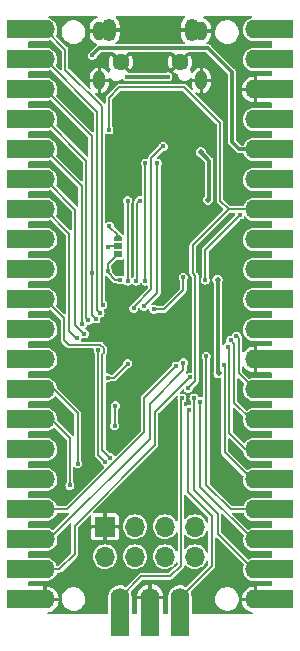
<source format=gbr>
%TF.GenerationSoftware,KiCad,Pcbnew,(6.0.9)*%
%TF.CreationDate,2023-01-07T18:48:54+05:30*%
%TF.ProjectId,Mitayi-Pico-RP2040,4d697461-7969-42d5-9069-636f2d525032,0.5*%
%TF.SameCoordinates,PX825e060PY6d4a840*%
%TF.FileFunction,Copper,L2,Bot*%
%TF.FilePolarity,Positive*%
%FSLAX46Y46*%
G04 Gerber Fmt 4.6, Leading zero omitted, Abs format (unit mm)*
G04 Created by KiCad (PCBNEW (6.0.9)) date 2023-01-07 18:48:54*
%MOMM*%
%LPD*%
G01*
G04 APERTURE LIST*
G04 Aperture macros list*
%AMRoundRect*
0 Rectangle with rounded corners*
0 $1 Rounding radius*
0 $2 $3 $4 $5 $6 $7 $8 $9 X,Y pos of 4 corners*
0 Add a 4 corners polygon primitive as box body*
4,1,4,$2,$3,$4,$5,$6,$7,$8,$9,$2,$3,0*
0 Add four circle primitives for the rounded corners*
1,1,$1+$1,$2,$3*
1,1,$1+$1,$4,$5*
1,1,$1+$1,$6,$7*
1,1,$1+$1,$8,$9*
0 Add four rect primitives between the rounded corners*
20,1,$1+$1,$2,$3,$4,$5,0*
20,1,$1+$1,$4,$5,$6,$7,0*
20,1,$1+$1,$6,$7,$8,$9,0*
20,1,$1+$1,$8,$9,$2,$3,0*%
%AMOutline5P*
0 Free polygon, 5 corners , with rotation*
0 The origin of the aperture is its center*
0 number of corners: always 5*
0 $1 to $10 corner X, Y*
0 $11 Rotation angle, in degrees counterclockwise*
0 create outline with 5 corners*
4,1,5,$1,$2,$3,$4,$5,$6,$7,$8,$9,$10,$1,$2,$11*%
%AMOutline6P*
0 Free polygon, 6 corners , with rotation*
0 The origin of the aperture is its center*
0 number of corners: always 6*
0 $1 to $12 corner X, Y*
0 $13 Rotation angle, in degrees counterclockwise*
0 create outline with 6 corners*
4,1,6,$1,$2,$3,$4,$5,$6,$7,$8,$9,$10,$11,$12,$1,$2,$13*%
%AMOutline7P*
0 Free polygon, 7 corners , with rotation*
0 The origin of the aperture is its center*
0 number of corners: always 7*
0 $1 to $14 corner X, Y*
0 $15 Rotation angle, in degrees counterclockwise*
0 create outline with 7 corners*
4,1,7,$1,$2,$3,$4,$5,$6,$7,$8,$9,$10,$11,$12,$13,$14,$1,$2,$15*%
%AMOutline8P*
0 Free polygon, 8 corners , with rotation*
0 The origin of the aperture is its center*
0 number of corners: always 8*
0 $1 to $16 corner X, Y*
0 $17 Rotation angle, in degrees counterclockwise*
0 create outline with 8 corners*
4,1,8,$1,$2,$3,$4,$5,$6,$7,$8,$9,$10,$11,$12,$13,$14,$15,$16,$1,$2,$17*%
G04 Aperture macros list end*
%TA.AperFunction,ComponentPad*%
%ADD10O,1.200000X1.900000*%
%TD*%
%TA.AperFunction,ComponentPad*%
%ADD11C,1.450000*%
%TD*%
%TA.AperFunction,ComponentPad*%
%ADD12C,0.600000*%
%TD*%
%TA.AperFunction,ComponentPad*%
%ADD13O,1.600000X1.700000*%
%TD*%
%TA.AperFunction,ComponentPad*%
%ADD14R,1.600000X3.200000*%
%TD*%
%TA.AperFunction,ComponentPad*%
%ADD15RoundRect,0.500000X0.000000X0.300000X0.000000X0.300000X0.000000X-0.300000X0.000000X-0.300000X0*%
%TD*%
%TA.AperFunction,ComponentPad*%
%ADD16R,3.200000X1.600000*%
%TD*%
%TA.AperFunction,ComponentPad*%
%ADD17O,1.700000X1.600000*%
%TD*%
%TA.AperFunction,ComponentPad*%
%ADD18O,1.700000X1.700000*%
%TD*%
%TA.AperFunction,ComponentPad*%
%ADD19R,1.700000X1.700000*%
%TD*%
%TA.AperFunction,SMDPad,CuDef*%
%ADD20Outline6P,-0.290000X0.117000X-0.087000X0.320000X0.290000X0.320000X0.290000X-0.320000X-0.087000X-0.320000X-0.290000X-0.117000X270.000000*%
%TD*%
%TA.AperFunction,SMDPad,CuDef*%
%ADD21R,0.640000X0.500000*%
%TD*%
%TA.AperFunction,SMDPad,CuDef*%
%ADD22R,0.640000X0.580000*%
%TD*%
%TA.AperFunction,ViaPad*%
%ADD23C,0.400000*%
%TD*%
%TA.AperFunction,ViaPad*%
%ADD24C,0.508000*%
%TD*%
%TA.AperFunction,Conductor*%
%ADD25C,0.200000*%
%TD*%
%TA.AperFunction,Conductor*%
%ADD26C,0.300000*%
%TD*%
G04 APERTURE END LIST*
D10*
%TO.P,J6,6,Shield*%
%TO.N,GND*%
X14010000Y49637500D03*
D11*
X8010000Y46937500D03*
X13010000Y46937500D03*
D10*
X7010000Y49637500D03*
%TD*%
D12*
%TO.P,U3,57,GND*%
%TO.N,GND*%
X12095000Y22355000D03*
X9545000Y24905000D03*
X9545000Y22355000D03*
X12095000Y23630000D03*
X9545000Y23630000D03*
X10820000Y22355000D03*
X10820000Y23630000D03*
X12095000Y24905000D03*
X10820000Y24905000D03*
%TD*%
D13*
%TO.P,J5,1,Pin_1*%
%TO.N,/SWCLK*%
X7950000Y1600000D03*
D14*
X7950000Y-10000D03*
D13*
%TO.P,J5,2,Pin_2*%
%TO.N,GND*%
X10490000Y1600000D03*
D14*
X10490000Y-10000D03*
D13*
%TO.P,J5,3,Pin_3*%
%TO.N,/SWDIO*%
X13030000Y1600000D03*
D14*
X13030000Y-10000D03*
%TD*%
D15*
%TO.P,J2,S1,SHIELD*%
%TO.N,GND*%
X6190000Y49570000D03*
X14830000Y49570000D03*
X6190000Y45390000D03*
X14830000Y45390000D03*
%TD*%
D16*
%TO.P,J3,1,Pin_1*%
%TO.N,/GPIO0*%
X-10000Y49700000D03*
D17*
X1600000Y49700000D03*
D16*
%TO.P,J3,2,Pin_2*%
%TO.N,/GPIO1*%
X-10000Y47160000D03*
D17*
X1600000Y47160000D03*
D16*
%TO.P,J3,3,Pin_3*%
%TO.N,/GPIO2*%
X-10000Y44620000D03*
D17*
X1600000Y44620000D03*
D16*
%TO.P,J3,4,Pin_4*%
%TO.N,/GPIO3*%
X-10000Y42080000D03*
D17*
X1600000Y42080000D03*
%TO.P,J3,5,Pin_5*%
%TO.N,/GPIO4*%
X1600000Y39540000D03*
D16*
X-10000Y39540000D03*
D17*
%TO.P,J3,6,Pin_6*%
%TO.N,/GPIO5*%
X1600000Y37000000D03*
D16*
X-10000Y37000000D03*
%TO.P,J3,7,Pin_7*%
%TO.N,/GPIO6*%
X-10000Y34460000D03*
D17*
X1600000Y34460000D03*
D16*
%TO.P,J3,8,Pin_8*%
%TO.N,/GPIO7*%
X-10000Y31920000D03*
D17*
X1600000Y31920000D03*
%TO.P,J3,9,Pin_9*%
%TO.N,/GPIO8*%
X1600000Y29380000D03*
D16*
X-10000Y29380000D03*
%TO.P,J3,10,Pin_10*%
%TO.N,/GPIO9*%
X-10000Y26840000D03*
D17*
X1600000Y26840000D03*
D16*
%TO.P,J3,11,Pin_11*%
%TO.N,/GPIO10*%
X-10000Y24300000D03*
D17*
X1600000Y24300000D03*
D16*
%TO.P,J3,12,Pin_12*%
%TO.N,/GPIO11*%
X-10000Y21760000D03*
D17*
X1600000Y21760000D03*
D16*
%TO.P,J3,13,Pin_13*%
%TO.N,/GPIO12*%
X-10000Y19220000D03*
D17*
X1600000Y19220000D03*
D16*
%TO.P,J3,14,Pin_14*%
%TO.N,/GPIO13*%
X-10000Y16680000D03*
D17*
X1600000Y16680000D03*
D16*
%TO.P,J3,15,Pin_15*%
%TO.N,/GPIO14*%
X-10000Y14140000D03*
D17*
X1600000Y14140000D03*
D16*
%TO.P,J3,16,Pin_16*%
%TO.N,/GPIO15*%
X-10000Y11600000D03*
D17*
X1600000Y11600000D03*
%TO.P,J3,17,Pin_17*%
%TO.N,/GPIO16*%
X1600000Y9060000D03*
D16*
X-10000Y9060000D03*
%TO.P,J3,18,Pin_18*%
%TO.N,/GPIO17*%
X-10000Y6520000D03*
D17*
X1600000Y6520000D03*
D16*
%TO.P,J3,19,Pin_19*%
%TO.N,/GPIO18*%
X-10000Y3980000D03*
D17*
X1600000Y3980000D03*
D16*
%TO.P,J3,20,Pin_20*%
%TO.N,GND*%
X-10000Y1440000D03*
D17*
X1600000Y1440000D03*
%TD*%
D18*
%TO.P,J1,8,Pin_8*%
%TO.N,/GPIO9*%
X14295000Y5060000D03*
%TO.P,J1,7,Pin_7*%
%TO.N,/GPIO8*%
X14295000Y7600000D03*
%TO.P,J1,6,Pin_6*%
%TO.N,/GPIO14*%
X11755000Y5060000D03*
%TO.P,J1,5,Pin_5*%
%TO.N,/GPIO15*%
X11755000Y7600000D03*
%TO.P,J1,4,Pin_4*%
%TO.N,/GPIO13*%
X9215000Y5060000D03*
%TO.P,J1,3,Pin_3*%
%TO.N,/GPIO12*%
X9215000Y7600000D03*
%TO.P,J1,2,Pin_2*%
%TO.N,+3V3*%
X6675000Y5060000D03*
D19*
%TO.P,J1,1,Pin_1*%
%TO.N,GND*%
X6675000Y7600000D03*
%TD*%
D20*
%TO.P,JP6,1,A*%
%TO.N,/~{USB_BOOT}*%
X7765000Y32055000D03*
D21*
%TO.P,JP6,2,C*%
%TO.N,Net-(JP6-Pad2)*%
X7765000Y31365000D03*
D22*
%TO.P,JP6,3,B*%
%TO.N,/GPIO2*%
X7765000Y30675000D03*
%TD*%
D16*
%TO.P,J4,1,Pin_1*%
%TO.N,VBUS*%
X21010000Y49700000D03*
D17*
X19400000Y49700000D03*
D16*
%TO.P,J4,2,Pin_2*%
%TO.N,/VSYS*%
X21010000Y47160000D03*
D17*
X19400000Y47160000D03*
D16*
%TO.P,J4,3,Pin_3*%
%TO.N,GND*%
X21010000Y44620000D03*
D17*
X19400000Y44620000D03*
%TO.P,J4,4,Pin_4*%
%TO.N,/V_EN*%
X19400000Y42080000D03*
D16*
X21010000Y42080000D03*
D17*
%TO.P,J4,5,Pin_5*%
%TO.N,+3V3*%
X19400000Y39540000D03*
D16*
X21010000Y39540000D03*
%TO.P,J4,6,Pin_6*%
%TO.N,/AREF*%
X21010000Y37000000D03*
D17*
X19400000Y37000000D03*
D16*
%TO.P,J4,7,Pin_7*%
%TO.N,/RUN*%
X21010000Y34460000D03*
D17*
X19400000Y34460000D03*
%TO.P,J4,8,Pin_8*%
%TO.N,/GPIO29*%
X19400000Y31920000D03*
D16*
X21010000Y31920000D03*
%TO.P,J4,9,Pin_9*%
%TO.N,/GPIO28*%
X21010000Y29380000D03*
D17*
X19400000Y29380000D03*
D16*
%TO.P,J4,10,Pin_10*%
%TO.N,/GPIO27*%
X21010000Y26840000D03*
D17*
X19400000Y26840000D03*
D16*
%TO.P,J4,11,Pin_11*%
%TO.N,/GPIO26*%
X21010000Y24300000D03*
D17*
X19400000Y24300000D03*
D16*
%TO.P,J4,12,Pin_12*%
%TO.N,GND*%
X21010000Y21760000D03*
D17*
X19400000Y21760000D03*
%TO.P,J4,13,Pin_13*%
%TO.N,/GPIO25*%
X19400000Y19220000D03*
D16*
X21010000Y19220000D03*
D17*
%TO.P,J4,14,Pin_14*%
%TO.N,/GPIO24*%
X19400000Y16680000D03*
D16*
X21010000Y16680000D03*
%TO.P,J4,15,Pin_15*%
%TO.N,/GPIO23*%
X21010000Y14140000D03*
D17*
X19400000Y14140000D03*
%TO.P,J4,16,Pin_16*%
%TO.N,/GPIO22*%
X19400000Y11600000D03*
D16*
X21010000Y11600000D03*
%TO.P,J4,17,Pin_17*%
%TO.N,/GPIO21*%
X21010000Y9060000D03*
D17*
X19400000Y9060000D03*
%TO.P,J4,18,Pin_18*%
%TO.N,/GPIO20*%
X19400000Y6520000D03*
D16*
X21010000Y6520000D03*
%TO.P,J4,19,Pin_19*%
%TO.N,/GPIO19*%
X21010000Y3980000D03*
D17*
X19400000Y3980000D03*
D16*
%TO.P,J4,20,Pin_20*%
%TO.N,GND*%
X21010000Y1440000D03*
D17*
X19400000Y1440000D03*
%TD*%
D23*
%TO.N,GND*%
X14700000Y29100000D03*
X14700000Y29700000D03*
X15300000Y26400000D03*
X13500000Y3900000D03*
X11800000Y2500000D03*
X10575000Y6325000D03*
X17000000Y30900000D03*
X13800000Y28000000D03*
X7000000Y18700000D03*
X12400000Y10500000D03*
%TO.N,+1V1*%
X13300000Y28700000D03*
X10800000Y26000000D03*
%TO.N,GND*%
X15300000Y1800000D03*
X15700000Y26800000D03*
X9800000Y11700000D03*
X18600000Y40900000D03*
X5600000Y900000D03*
X15000000Y38300000D03*
X13900000Y9400000D03*
X14900000Y36300000D03*
X11800000Y36600000D03*
X18600000Y23100000D03*
X8200000Y37800000D03*
X13700000Y6300000D03*
X4200000Y38300000D03*
X18500000Y15400000D03*
X6900000Y28300000D03*
X2500000Y5300000D03*
X3000000Y44500000D03*
X2600000Y17900000D03*
X15300000Y900000D03*
X2600000Y15200000D03*
X16100000Y13300000D03*
X12156250Y17256250D03*
X13900000Y36300000D03*
X18900000Y5200000D03*
X14800000Y40300000D03*
X3100000Y34400000D03*
X14400000Y36300000D03*
X18600000Y18000000D03*
X8200000Y38500000D03*
X2600000Y8100000D03*
X2600000Y13000000D03*
X8500000Y15400000D03*
X11800000Y32300000D03*
X13400000Y36300000D03*
X2600000Y20400000D03*
X18600000Y43300000D03*
X8200000Y37100000D03*
X5600000Y1800000D03*
X18500000Y10300000D03*
X15300000Y2700000D03*
X5600000Y2700000D03*
X3100000Y36600000D03*
X11800000Y39000000D03*
X14500000Y38300000D03*
X18300000Y2800000D03*
X2600000Y10300000D03*
%TO.N,+3V3*%
X5600000Y47500000D03*
X8600000Y21400000D03*
D24*
X16296500Y20600000D03*
D23*
X6900000Y20200000D03*
D24*
X16200000Y28500000D03*
D23*
%TO.N,VBUS*%
X8500000Y45700000D03*
X12000000Y45700000D03*
%TO.N,/RUN*%
X7000000Y41200000D03*
X13711781Y19317906D03*
%TO.N,/GPIO0*%
X6500000Y26400000D03*
%TO.N,/GPIO1*%
X6250000Y25700000D03*
%TO.N,/GPIO2*%
X5550500Y29050000D03*
X7950000Y28500000D03*
X5900000Y25200000D03*
X6900500Y29250000D03*
%TO.N,/GPIO3*%
X5260287Y25060287D03*
%TO.N,/GPIO4*%
X4750000Y24750000D03*
%TO.N,/GPIO5*%
X4934529Y23929500D03*
%TO.N,/GPIO6*%
X4297924Y23598424D03*
%TO.N,/GPIO8*%
X6100000Y22530500D03*
X6700000Y13100000D03*
%TO.N,/GPIO9*%
X7120551Y13453681D03*
%TO.N,/GPIO12*%
X4350000Y12950000D03*
%TO.N,/GPIO13*%
X3700000Y11100000D03*
%TO.N,/GPIO14*%
X7550000Y17850000D03*
X7500000Y16150000D03*
%TO.N,/GPIO16*%
X12700000Y21200000D03*
%TO.N,/GPIO17*%
X13300000Y21500000D03*
%TO.N,/GPIO18*%
X13869500Y20250000D03*
%TO.N,/~{USB_BOOT}*%
X7050000Y33050000D03*
%TO.N,/AREF*%
X15163000Y28486102D03*
X18100000Y34000000D03*
%TO.N,/GPIO25*%
X17800000Y23750000D03*
%TO.N,/GPIO24*%
X17300000Y23400000D03*
%TO.N,/GPIO23*%
X17050500Y22800000D03*
%TO.N,/GPIO22*%
X16719500Y21300000D03*
%TO.N,/GPIO21*%
X15247114Y22032814D03*
%TO.N,/GPIO20*%
X14700000Y18200000D03*
%TO.N,/GPIO19*%
X14200000Y18500000D03*
%TO.N,/SWCLK*%
X13185709Y18492899D03*
%TO.N,/SWDIO*%
X13750500Y17500000D03*
%TO.N,/QSPI_SD1*%
X8600000Y35200000D03*
X8600000Y28400000D03*
%TO.N,/QSPI_SD2*%
X9300000Y28400000D03*
X9600500Y35200000D03*
%TO.N,/QSPI_SD0*%
X9100000Y26100000D03*
X11600000Y39800000D03*
%TO.N,/QSPI_SCLK*%
X9986439Y26269688D03*
X11100000Y38400000D03*
%TO.N,/QSPI_SD3*%
X10100000Y28400000D03*
X10100000Y38400000D03*
D24*
%TO.N,/VSYS*%
X15400000Y35300000D03*
X14800000Y39300000D03*
D23*
%TO.N,Net-(JP6-Pad2)*%
X6900500Y31250000D03*
%TD*%
D25*
%TO.N,/RUN*%
X14100000Y29063603D02*
X14100000Y31420000D01*
X14319500Y19925625D02*
X14319500Y28844103D01*
X14319500Y28844103D02*
X14100000Y29063603D01*
X14100000Y31420000D02*
X17140000Y34460000D01*
X13711781Y19317906D02*
X14319500Y19925625D01*
%TO.N,/GPIO18*%
X2780000Y3980000D02*
X1600000Y3980000D01*
X10900000Y14500000D02*
X4100000Y7700000D01*
X4100000Y7700000D02*
X4100000Y5300000D01*
X10900000Y17300000D02*
X10900000Y14500000D01*
X4100000Y5300000D02*
X2780000Y3980000D01*
X13850000Y20250000D02*
X10900000Y17300000D01*
X13869500Y20250000D02*
X13850000Y20250000D01*
%TO.N,/AREF*%
X15163000Y31063000D02*
X18100000Y34000000D01*
X15163000Y28486102D02*
X15163000Y31063000D01*
D26*
%TO.N,+3V3*%
X16220000Y28480000D02*
X16200000Y28500000D01*
X16220000Y20676500D02*
X16220000Y28480000D01*
X16296500Y20600000D02*
X16220000Y20676500D01*
D25*
%TO.N,/GPIO21*%
X17340000Y9060000D02*
X19400000Y9060000D01*
X15247114Y11152886D02*
X17340000Y9060000D01*
X15247114Y22032814D02*
X15247114Y11152886D01*
%TO.N,/GPIO9*%
X3200000Y25240000D02*
X1600000Y26840000D01*
X3200000Y23411000D02*
X3200000Y25240000D01*
X3630500Y22980500D02*
X3200000Y23411000D01*
X6550000Y22716897D02*
X6286397Y22980500D01*
X6550000Y22344103D02*
X6550000Y22716897D01*
X6450000Y22244103D02*
X6550000Y22344103D01*
X6450000Y14124232D02*
X6450000Y22244103D01*
X6286397Y22980500D02*
X3630500Y22980500D01*
X7120551Y13453681D02*
X6450000Y14124232D01*
%TO.N,/GPIO8*%
X6100000Y13700000D02*
X6100000Y22530500D01*
X6700000Y13100000D02*
X6100000Y13700000D01*
%TO.N,/GPIO12*%
X2330000Y19220000D02*
X1600000Y19220000D01*
X4350000Y12950000D02*
X4350000Y17200000D01*
X4350000Y17200000D02*
X2330000Y19220000D01*
%TO.N,/GPIO13*%
X2120000Y16680000D02*
X1600000Y16680000D01*
X3700000Y15100000D02*
X2120000Y16680000D01*
X3700000Y11100000D02*
X3700000Y15100000D01*
%TO.N,+1V1*%
X11700000Y26000000D02*
X10800000Y26000000D01*
X13300000Y28700000D02*
X13300000Y27600000D01*
X13300000Y27600000D02*
X11700000Y26000000D01*
%TO.N,+3V3*%
X7400000Y20200000D02*
X8600000Y21400000D01*
D26*
X15400000Y48100000D02*
X6200000Y48100000D01*
X6200000Y48100000D02*
X5600000Y47500000D01*
D25*
X6900000Y20200000D02*
X7400000Y20200000D01*
D26*
X18060000Y39540000D02*
X17400000Y40200000D01*
X17400000Y46100000D02*
X15400000Y48100000D01*
X17400000Y40200000D02*
X17400000Y46100000D01*
X19400000Y39540000D02*
X18060000Y39540000D01*
%TO.N,VBUS*%
X8500000Y45700000D02*
X12000000Y45700000D01*
D25*
%TO.N,/RUN*%
X13400000Y44800000D02*
X16400000Y41800000D01*
X7900000Y44800000D02*
X13400000Y44800000D01*
X16400000Y41800000D02*
X16400000Y35200000D01*
X17140000Y34460000D02*
X19400000Y34460000D01*
X7000000Y43900000D02*
X7900000Y44800000D01*
X16400000Y35200000D02*
X17140000Y34460000D01*
X7000000Y41200000D02*
X7000000Y43900000D01*
%TO.N,/GPIO0*%
X6400000Y43200000D02*
X3300000Y46300000D01*
X3300000Y46300000D02*
X3300000Y48000000D01*
X3300000Y48000000D02*
X1600000Y49700000D01*
X6500000Y26400000D02*
X6400000Y26500000D01*
X6400000Y26500000D02*
X6400000Y43200000D01*
%TO.N,/GPIO1*%
X6020500Y25929500D02*
X6020500Y42739500D01*
X6250000Y25700000D02*
X6020500Y25929500D01*
X6020500Y42739500D02*
X1600000Y47160000D01*
%TO.N,/GPIO2*%
X5550000Y40670000D02*
X1600000Y44620000D01*
X6900500Y29250000D02*
X6900500Y29810500D01*
X5900000Y25200000D02*
X5550000Y25550000D01*
X6900500Y29810500D02*
X7765000Y30675000D01*
X7550000Y28500000D02*
X7950000Y28500000D01*
X6900500Y29250000D02*
X6900500Y29149500D01*
X5550000Y25550000D02*
X5550000Y40670000D01*
X6900500Y29149500D02*
X7550000Y28500000D01*
%TO.N,/GPIO3*%
X5080500Y25240074D02*
X5080500Y38599500D01*
X5260287Y25060287D02*
X5080500Y25240074D01*
X5080500Y38599500D02*
X1600000Y42080000D01*
%TO.N,/GPIO4*%
X4700000Y36440000D02*
X1600000Y39540000D01*
X4750000Y24750000D02*
X4700000Y24800000D01*
X4700000Y24800000D02*
X4700000Y36440000D01*
%TO.N,/GPIO5*%
X4150000Y34450000D02*
X1600000Y37000000D01*
X4934529Y23929500D02*
X4870500Y23929500D01*
X4150000Y24650000D02*
X4150000Y34450000D01*
X4870500Y23929500D02*
X4150000Y24650000D01*
%TO.N,/GPIO6*%
X3650000Y24150000D02*
X3650000Y32410000D01*
X4297924Y23598424D02*
X4201576Y23598424D01*
X4201576Y23598424D02*
X3650000Y24150000D01*
X3650000Y32410000D02*
X1600000Y34460000D01*
%TO.N,/GPIO14*%
X7500000Y17800000D02*
X7550000Y17850000D01*
X7500000Y16150000D02*
X7500000Y17800000D01*
%TO.N,/GPIO16*%
X10000000Y15600000D02*
X3460000Y9060000D01*
X10000000Y18500000D02*
X10000000Y15600000D01*
X3460000Y9060000D02*
X1600000Y9060000D01*
X12700000Y21200000D02*
X10000000Y18500000D01*
%TO.N,/GPIO17*%
X13300000Y20846447D02*
X10450000Y17996447D01*
X13300000Y21500000D02*
X13300000Y20846447D01*
X1910000Y6520000D02*
X1600000Y6520000D01*
X10450000Y15060000D02*
X1910000Y6520000D01*
X10450000Y17996447D02*
X10450000Y15060000D01*
%TO.N,/~{USB_BOOT}*%
X7050000Y33050000D02*
X7050000Y33000000D01*
X7765000Y32285000D02*
X7765000Y32055000D01*
X7050000Y33000000D02*
X7765000Y32285000D01*
%TO.N,/GPIO25*%
X17800000Y23750000D02*
X18000000Y23550000D01*
X18000000Y23550000D02*
X18000000Y20620000D01*
X18000000Y20620000D02*
X19400000Y19220000D01*
%TO.N,/GPIO24*%
X19020000Y16680000D02*
X19400000Y16680000D01*
X17600000Y23100000D02*
X17600000Y18100000D01*
X17600000Y18100000D02*
X19020000Y16680000D01*
X17300000Y23400000D02*
X17600000Y23100000D01*
%TO.N,/GPIO23*%
X17050500Y22800000D02*
X17200000Y22650500D01*
X17200000Y15500000D02*
X18560000Y14140000D01*
X18560000Y14140000D02*
X19400000Y14140000D01*
X17200000Y22650500D02*
X17200000Y15500000D01*
%TO.N,/GPIO22*%
X16800000Y13900000D02*
X19100000Y11600000D01*
X16719500Y21300000D02*
X16800000Y21219500D01*
X16800000Y21219500D02*
X16800000Y13900000D01*
X19100000Y11600000D02*
X19400000Y11600000D01*
%TO.N,/GPIO20*%
X19180000Y6520000D02*
X19400000Y6520000D01*
X14700000Y18200000D02*
X14700000Y11000000D01*
X14700000Y11000000D02*
X19180000Y6520000D01*
%TO.N,/GPIO19*%
X16200000Y7000000D02*
X19220000Y3980000D01*
X14200000Y10700000D02*
X16200000Y8700000D01*
X19220000Y3980000D02*
X19400000Y3980000D01*
X14200000Y18500000D02*
X14200000Y10700000D01*
X16200000Y8700000D02*
X16200000Y7000000D01*
%TO.N,/SWCLK*%
X9750000Y3400000D02*
X7950000Y1600000D01*
X13185709Y18492899D02*
X13100000Y18407190D01*
X12200000Y3400000D02*
X9750000Y3400000D01*
X13100000Y18407190D02*
X13100000Y4300000D01*
X13100000Y4300000D02*
X12200000Y3400000D01*
%TO.N,/SWDIO*%
X13750500Y17500000D02*
X13700000Y17449500D01*
X15700000Y8500000D02*
X15700000Y4270000D01*
X13700000Y10500000D02*
X15700000Y8500000D01*
X15700000Y4270000D02*
X13030000Y1600000D01*
X13700000Y17449500D02*
X13700000Y10500000D01*
%TO.N,/QSPI_SD1*%
X8603200Y28403200D02*
X8603200Y35196800D01*
X8603200Y35196800D02*
X8600000Y35200000D01*
X8600000Y28400000D02*
X8603200Y28403200D01*
%TO.N,/QSPI_SD2*%
X9300000Y28400000D02*
X9400000Y28500000D01*
X9400000Y28500000D02*
X9400000Y34999500D01*
X9400000Y34999500D02*
X9600500Y35200000D01*
%TO.N,/QSPI_SD0*%
X9100000Y26200000D02*
X10600000Y27700000D01*
X9100000Y26100000D02*
X9100000Y26200000D01*
X10600000Y38800000D02*
X11600000Y39800000D01*
X10600000Y27700000D02*
X10600000Y38800000D01*
%TO.N,/QSPI_SCLK*%
X11100000Y27400000D02*
X9986439Y26286439D01*
X9986439Y26286439D02*
X9986439Y26269688D01*
X11100000Y38400000D02*
X11100000Y27400000D01*
%TO.N,/QSPI_SD3*%
X10100000Y38400000D02*
X10100000Y28400000D01*
D26*
%TO.N,/VSYS*%
X14800000Y39300000D02*
X15500000Y38600000D01*
X15500000Y38600000D02*
X15500000Y35400000D01*
X15500000Y35400000D02*
X15400000Y35300000D01*
D25*
%TO.N,Net-(JP6-Pad2)*%
X7015500Y31365000D02*
X7765000Y31365000D01*
X6900500Y31250000D02*
X7015500Y31365000D01*
%TD*%
%TA.AperFunction,Conductor*%
%TO.N,GND*%
G36*
X15397054Y4685115D02*
G01*
X15419500Y4626026D01*
X15419500Y4423053D01*
X15398678Y4365845D01*
X15393433Y4360120D01*
X13575101Y2541788D01*
X13519925Y2516060D01*
X13472875Y2524865D01*
X13373538Y2573745D01*
X13369181Y2574880D01*
X13369178Y2574881D01*
X13185137Y2622819D01*
X13185138Y2622819D01*
X13180776Y2623955D01*
X13176278Y2624191D01*
X13176276Y2624191D01*
X12986363Y2634144D01*
X12986361Y2634144D01*
X12981856Y2634380D01*
X12977393Y2633705D01*
X12977392Y2633705D01*
X12789358Y2605268D01*
X12789357Y2605268D01*
X12784902Y2604594D01*
X12695651Y2571756D01*
X12602191Y2537370D01*
X12602188Y2537369D01*
X12597960Y2535813D01*
X12428667Y2430847D01*
X12283938Y2293983D01*
X12169686Y2130814D01*
X12090576Y1948003D01*
X12089654Y1943591D01*
X12089653Y1943587D01*
X12086993Y1930852D01*
X12049842Y1753019D01*
X12049500Y1746493D01*
X12049500Y269500D01*
X12028678Y212292D01*
X11975955Y181852D01*
X11960500Y180500D01*
X11679000Y180500D01*
X11621792Y201322D01*
X11591352Y254045D01*
X11590000Y269500D01*
X11590000Y1434306D01*
X11585624Y1446329D01*
X11579266Y1450000D01*
X10655694Y1450000D01*
X10643671Y1445624D01*
X10640000Y1439266D01*
X10640000Y269500D01*
X10619178Y212292D01*
X10566455Y181852D01*
X10551000Y180500D01*
X10429000Y180500D01*
X10371792Y201322D01*
X10341352Y254045D01*
X10340000Y269500D01*
X10340000Y1434306D01*
X10335624Y1446329D01*
X10329266Y1450000D01*
X9405694Y1450000D01*
X9393671Y1445624D01*
X9390000Y1439266D01*
X9390000Y269500D01*
X9369178Y212292D01*
X9316455Y181852D01*
X9301000Y180500D01*
X9019499Y180500D01*
X8962291Y201322D01*
X8931851Y254045D01*
X8930499Y269500D01*
X8930499Y1453495D01*
X8930500Y1453507D01*
X8930500Y1699785D01*
X8924133Y1762465D01*
X9391175Y1762465D01*
X9394376Y1753671D01*
X9400734Y1750000D01*
X10324306Y1750000D01*
X10336329Y1754376D01*
X10340000Y1760734D01*
X10340000Y1765694D01*
X10640000Y1765694D01*
X10644376Y1753671D01*
X10650734Y1750000D01*
X11569769Y1750000D01*
X11581792Y1754376D01*
X11584584Y1759212D01*
X11575470Y1854739D01*
X11573877Y1863011D01*
X11517173Y2056301D01*
X11514043Y2064125D01*
X11421811Y2243206D01*
X11417256Y2250299D01*
X11292834Y2408695D01*
X11287010Y2414811D01*
X11134878Y2546825D01*
X11128010Y2551723D01*
X10953665Y2652585D01*
X10945987Y2656101D01*
X10755710Y2722176D01*
X10747513Y2724174D01*
X10655531Y2737511D01*
X10643006Y2734906D01*
X10640000Y2731093D01*
X10640000Y1765694D01*
X10340000Y1765694D01*
X10340000Y2728550D01*
X10335624Y2740573D01*
X10331192Y2743132D01*
X10330196Y2742990D01*
X10134359Y2695793D01*
X10126395Y2693051D01*
X9943025Y2609677D01*
X9935713Y2605472D01*
X9771424Y2488934D01*
X9765038Y2483423D01*
X9625745Y2337915D01*
X9620524Y2331304D01*
X9511261Y2162086D01*
X9507374Y2154587D01*
X9432083Y1967766D01*
X9429689Y1959684D01*
X9391175Y1762465D01*
X8924133Y1762465D01*
X8915427Y1848174D01*
X8855860Y2038252D01*
X8857601Y2038798D01*
X8854578Y2092954D01*
X8876844Y2130157D01*
X9840120Y3093433D01*
X9895296Y3119161D01*
X9903053Y3119500D01*
X12149903Y3119500D01*
X12153941Y3119203D01*
X12158314Y3117702D01*
X12166522Y3118010D01*
X12166524Y3118010D01*
X12204519Y3119437D01*
X12207859Y3119500D01*
X12226090Y3119500D01*
X12230131Y3120253D01*
X12230392Y3120277D01*
X12235240Y3120591D01*
X12262735Y3121623D01*
X12272959Y3126015D01*
X12291785Y3131735D01*
X12302728Y3133773D01*
X12324113Y3146955D01*
X12335663Y3152955D01*
X12358743Y3162871D01*
X12363304Y3166617D01*
X12367662Y3170975D01*
X12383891Y3183803D01*
X12391682Y3188605D01*
X12408310Y3210472D01*
X12416221Y3219534D01*
X13262924Y4066237D01*
X13265985Y4068879D01*
X13270138Y4070909D01*
X13301569Y4104792D01*
X13303884Y4107197D01*
X13316792Y4120105D01*
X13319109Y4123483D01*
X13319284Y4123694D01*
X13322492Y4127347D01*
X13335611Y4141489D01*
X13335613Y4141492D01*
X13341203Y4147518D01*
X13345323Y4157845D01*
X13354597Y4175215D01*
X13356242Y4177614D01*
X13360890Y4184389D01*
X13366689Y4208824D01*
X13370619Y4221250D01*
X13371170Y4222631D01*
X13379924Y4244573D01*
X13380500Y4250447D01*
X13380500Y4256607D01*
X13382905Y4277157D01*
X13383120Y4278064D01*
X13385018Y4286061D01*
X13383909Y4294207D01*
X13384145Y4299023D01*
X13407736Y4355146D01*
X13461883Y4382975D01*
X13521250Y4369488D01*
X13542787Y4349960D01*
X13550134Y4340691D01*
X13603483Y4295287D01*
X13700720Y4212531D01*
X13700723Y4212529D01*
X13704034Y4209711D01*
X13796841Y4157843D01*
X13857944Y4123694D01*
X13880444Y4111119D01*
X13884581Y4109775D01*
X13884583Y4109774D01*
X14068499Y4050017D01*
X14072645Y4048670D01*
X14076972Y4048154D01*
X14088863Y4046736D01*
X14273314Y4024741D01*
X14277643Y4025074D01*
X14277647Y4025074D01*
X14470474Y4039911D01*
X14470478Y4039912D01*
X14474810Y4040245D01*
X14478998Y4041414D01*
X14479002Y4041415D01*
X14598402Y4074753D01*
X14669457Y4094592D01*
X14673340Y4096554D01*
X14673344Y4096555D01*
X14787174Y4154055D01*
X14849841Y4185710D01*
X15009091Y4310130D01*
X15033037Y4337871D01*
X15088425Y4402039D01*
X15141142Y4463112D01*
X15161569Y4499069D01*
X15208301Y4581333D01*
X15240964Y4638830D01*
X15246050Y4654119D01*
X15283865Y4701830D01*
X15343502Y4714071D01*
X15397054Y4685115D01*
G37*
%TD.AperFunction*%
%TA.AperFunction,Conductor*%
G36*
X12779265Y18678569D02*
G01*
X12814184Y18628699D01*
X12816121Y18591742D01*
X12800466Y18492899D01*
X12801562Y18485979D01*
X12818404Y18379642D01*
X12819500Y18365719D01*
X12819500Y8150040D01*
X12798678Y8092832D01*
X12745955Y8062392D01*
X12686000Y8072964D01*
X12651918Y8108257D01*
X12629701Y8150040D01*
X12617478Y8173029D01*
X12614724Y8176406D01*
X12492503Y8326265D01*
X12492502Y8326266D01*
X12489751Y8329639D01*
X12334036Y8458457D01*
X12319239Y8466458D01*
X12160101Y8552503D01*
X12156267Y8554576D01*
X11963213Y8614336D01*
X11958884Y8614791D01*
X11958879Y8614792D01*
X11766562Y8635006D01*
X11766558Y8635006D01*
X11762229Y8635461D01*
X11560969Y8617145D01*
X11551425Y8614336D01*
X11371277Y8561316D01*
X11371271Y8561314D01*
X11367100Y8560086D01*
X11363240Y8558068D01*
X11191867Y8468477D01*
X11191863Y8468474D01*
X11188006Y8466458D01*
X11030508Y8339826D01*
X10900607Y8185015D01*
X10898508Y8181197D01*
X10843173Y8080543D01*
X10803248Y8007921D01*
X10801933Y8003775D01*
X10801932Y8003773D01*
X10743456Y7819434D01*
X10743455Y7819429D01*
X10742142Y7815290D01*
X10741657Y7810970D01*
X10741657Y7810968D01*
X10729860Y7705795D01*
X10719615Y7614458D01*
X10736526Y7413075D01*
X10792229Y7218812D01*
X10884605Y7039069D01*
X10887311Y7035655D01*
X11007429Y6884104D01*
X11010134Y6880691D01*
X11054845Y6842639D01*
X11160720Y6752531D01*
X11160723Y6752529D01*
X11164034Y6749711D01*
X11238565Y6708057D01*
X11313324Y6666276D01*
X11340444Y6651119D01*
X11344581Y6649775D01*
X11344583Y6649774D01*
X11528499Y6590017D01*
X11532645Y6588670D01*
X11733314Y6564741D01*
X11737643Y6565074D01*
X11737647Y6565074D01*
X11930474Y6579911D01*
X11930478Y6579912D01*
X11934810Y6580245D01*
X11938998Y6581414D01*
X11939002Y6581415D01*
X12053208Y6613303D01*
X12129457Y6634592D01*
X12133340Y6636554D01*
X12133344Y6636555D01*
X12264603Y6702859D01*
X12309841Y6725710D01*
X12469091Y6850130D01*
X12493037Y6877871D01*
X12598300Y6999820D01*
X12601142Y7003112D01*
X12653115Y7094601D01*
X12699477Y7134058D01*
X12760355Y7134483D01*
X12807264Y7095677D01*
X12819500Y7050640D01*
X12819500Y5610040D01*
X12798678Y5552832D01*
X12745955Y5522392D01*
X12686000Y5532964D01*
X12651918Y5568257D01*
X12629701Y5610040D01*
X12617478Y5633029D01*
X12614724Y5636406D01*
X12492503Y5786265D01*
X12492502Y5786266D01*
X12489751Y5789639D01*
X12334036Y5918457D01*
X12319239Y5926458D01*
X12160101Y6012503D01*
X12156267Y6014576D01*
X11963213Y6074336D01*
X11958884Y6074791D01*
X11958879Y6074792D01*
X11766562Y6095006D01*
X11766558Y6095006D01*
X11762229Y6095461D01*
X11560969Y6077145D01*
X11551425Y6074336D01*
X11371277Y6021316D01*
X11371271Y6021314D01*
X11367100Y6020086D01*
X11363240Y6018068D01*
X11191867Y5928477D01*
X11191863Y5928474D01*
X11188006Y5926458D01*
X11030508Y5799826D01*
X10900607Y5645015D01*
X10898508Y5641197D01*
X10843173Y5540543D01*
X10803248Y5467921D01*
X10801933Y5463775D01*
X10801932Y5463773D01*
X10743456Y5279434D01*
X10743455Y5279429D01*
X10742142Y5275290D01*
X10741657Y5270970D01*
X10741657Y5270968D01*
X10727810Y5147518D01*
X10719615Y5074458D01*
X10736526Y4873075D01*
X10792229Y4678812D01*
X10884605Y4499069D01*
X10887311Y4495655D01*
X11007429Y4344104D01*
X11010134Y4340691D01*
X11063483Y4295287D01*
X11160720Y4212531D01*
X11160723Y4212529D01*
X11164034Y4209711D01*
X11256841Y4157843D01*
X11317944Y4123694D01*
X11340444Y4111119D01*
X11344581Y4109775D01*
X11344583Y4109774D01*
X11528499Y4050017D01*
X11532645Y4048670D01*
X11536972Y4048154D01*
X11548863Y4046736D01*
X11733314Y4024741D01*
X11737643Y4025074D01*
X11737647Y4025074D01*
X11930474Y4039911D01*
X11930478Y4039912D01*
X11934810Y4040245D01*
X11938998Y4041414D01*
X11939002Y4041415D01*
X12058402Y4074753D01*
X12129457Y4094592D01*
X12133340Y4096554D01*
X12133344Y4096555D01*
X12247174Y4154055D01*
X12309841Y4185710D01*
X12439641Y4287121D01*
X12497139Y4305803D01*
X12500223Y4341050D01*
X12513512Y4361592D01*
X12548425Y4402039D01*
X12601142Y4463112D01*
X12653115Y4554601D01*
X12699477Y4594058D01*
X12760355Y4594483D01*
X12807264Y4555677D01*
X12819500Y4510640D01*
X12819500Y4453053D01*
X12798678Y4395845D01*
X12793433Y4390120D01*
X12643817Y4240504D01*
X12588641Y4214776D01*
X12579960Y4217102D01*
X12569911Y4169825D01*
X12557368Y4154055D01*
X12109880Y3706567D01*
X12054704Y3680839D01*
X12046947Y3680500D01*
X9800092Y3680500D01*
X9796058Y3680796D01*
X9791686Y3682297D01*
X9783474Y3681989D01*
X9783472Y3681989D01*
X9745495Y3680563D01*
X9742156Y3680500D01*
X9723910Y3680500D01*
X9719876Y3679749D01*
X9719586Y3679722D01*
X9714754Y3679409D01*
X9687264Y3678377D01*
X9679712Y3675132D01*
X9679711Y3675132D01*
X9677046Y3673987D01*
X9658211Y3668265D01*
X9655355Y3667733D01*
X9655351Y3667732D01*
X9647272Y3666227D01*
X9640278Y3661916D01*
X9640273Y3661914D01*
X9625892Y3653049D01*
X9614327Y3647041D01*
X9591256Y3637129D01*
X9586696Y3633382D01*
X9582342Y3629028D01*
X9566110Y3616198D01*
X9558318Y3611395D01*
X9553344Y3604854D01*
X9553343Y3604853D01*
X9541687Y3589524D01*
X9533776Y3580462D01*
X8495102Y2541788D01*
X8439926Y2516060D01*
X8392875Y2524865D01*
X8391646Y2525470D01*
X8293538Y2573745D01*
X8289181Y2574880D01*
X8289178Y2574881D01*
X8105137Y2622819D01*
X8105138Y2622819D01*
X8100776Y2623955D01*
X8096278Y2624191D01*
X8096276Y2624191D01*
X7906363Y2634144D01*
X7906361Y2634144D01*
X7901856Y2634380D01*
X7897393Y2633705D01*
X7897392Y2633705D01*
X7709358Y2605268D01*
X7709357Y2605268D01*
X7704902Y2604594D01*
X7615651Y2571756D01*
X7522191Y2537370D01*
X7522188Y2537369D01*
X7517960Y2535813D01*
X7348667Y2430847D01*
X7203938Y2293983D01*
X7089686Y2130814D01*
X7010576Y1948003D01*
X7009654Y1943591D01*
X7009653Y1943587D01*
X7006993Y1930852D01*
X6969842Y1753019D01*
X6969500Y1746493D01*
X6969500Y269500D01*
X6948678Y212292D01*
X6895955Y181852D01*
X6880500Y180500D01*
X1883844Y180500D01*
X1826636Y201322D01*
X1796196Y254045D01*
X1806768Y314000D01*
X1853404Y353133D01*
X1859023Y354686D01*
X1858951Y354932D01*
X2056301Y412827D01*
X2064125Y415957D01*
X2243206Y508189D01*
X2250299Y512744D01*
X2408695Y637166D01*
X2414811Y642990D01*
X2546825Y795122D01*
X2551723Y801990D01*
X2652585Y976335D01*
X2656101Y984013D01*
X2722176Y1174290D01*
X2724174Y1182487D01*
X2737511Y1274469D01*
X2734906Y1286994D01*
X2731093Y1290000D01*
X269500Y1290000D01*
X212292Y1310822D01*
X181852Y1363545D01*
X180500Y1379000D01*
X180500Y1440874D01*
X2995541Y1440874D01*
X3025935Y1239903D01*
X3096119Y1049148D01*
X3203226Y876401D01*
X3342881Y728720D01*
X3509379Y612137D01*
X3695919Y531414D01*
X3700331Y530492D01*
X3700335Y530491D01*
X3807091Y508189D01*
X3894880Y489849D01*
X3901539Y489500D01*
X4050800Y489500D01*
X4140136Y498574D01*
X4197729Y504424D01*
X4197731Y504424D01*
X4202216Y504880D01*
X4299194Y535271D01*
X4391868Y564313D01*
X4391870Y564314D01*
X4396172Y565662D01*
X4573944Y664203D01*
X4728271Y796477D01*
X4852848Y957081D01*
X4942587Y1139455D01*
X4993822Y1336148D01*
X4999310Y1440874D01*
X5004223Y1534619D01*
X5004223Y1534621D01*
X5004459Y1539126D01*
X4974065Y1740097D01*
X4972134Y1745347D01*
X4935620Y1844587D01*
X4903881Y1930852D01*
X4796774Y2103599D01*
X4657119Y2251280D01*
X4490621Y2367863D01*
X4304081Y2448586D01*
X4299669Y2449508D01*
X4299665Y2449509D01*
X4183527Y2473771D01*
X4105120Y2490151D01*
X4098461Y2490500D01*
X3949200Y2490500D01*
X3859864Y2481426D01*
X3802271Y2475576D01*
X3802269Y2475576D01*
X3797784Y2475120D01*
X3716059Y2449509D01*
X3608132Y2415687D01*
X3608130Y2415686D01*
X3603828Y2414338D01*
X3426056Y2315797D01*
X3271729Y2183523D01*
X3147152Y2022919D01*
X3057413Y1840545D01*
X3056278Y1836188D01*
X3056277Y1836185D01*
X3020159Y1697526D01*
X3006178Y1643852D01*
X3005942Y1639354D01*
X3005942Y1639352D01*
X3000454Y1534619D01*
X2995541Y1440874D01*
X180500Y1440874D01*
X180500Y1501000D01*
X201322Y1558208D01*
X254045Y1588648D01*
X269500Y1590000D01*
X1434306Y1590000D01*
X1446329Y1594376D01*
X1450000Y1600734D01*
X1450000Y1605694D01*
X1750000Y1605694D01*
X1754376Y1593671D01*
X1760734Y1590000D01*
X2728550Y1590000D01*
X2740573Y1594376D01*
X2743132Y1598808D01*
X2742990Y1599804D01*
X2695793Y1795641D01*
X2693051Y1803605D01*
X2609677Y1986975D01*
X2605472Y1994287D01*
X2488934Y2158576D01*
X2483423Y2164962D01*
X2337915Y2304255D01*
X2331304Y2309476D01*
X2162086Y2418739D01*
X2154587Y2422626D01*
X1967766Y2497917D01*
X1959684Y2500311D01*
X1762465Y2538825D01*
X1753671Y2535624D01*
X1750000Y2529266D01*
X1750000Y1605694D01*
X1450000Y1605694D01*
X1450000Y2524306D01*
X1445624Y2536329D01*
X1439266Y2540000D01*
X269500Y2540000D01*
X212292Y2560822D01*
X181852Y2613545D01*
X180500Y2629000D01*
X180500Y2910501D01*
X201322Y2967709D01*
X254045Y2998149D01*
X269500Y2999501D01*
X1453495Y2999501D01*
X1453507Y2999500D01*
X1699785Y2999500D01*
X1788707Y3008532D01*
X1843687Y3014117D01*
X1843689Y3014117D01*
X1848174Y3014573D01*
X1960797Y3049867D01*
X2033948Y3072791D01*
X2033950Y3072792D01*
X2038252Y3074140D01*
X2212471Y3170711D01*
X2363713Y3300341D01*
X2485800Y3457734D01*
X2573745Y3636462D01*
X2574881Y3640822D01*
X2575141Y3641522D01*
X2614598Y3687885D01*
X2658559Y3699500D01*
X2729903Y3699500D01*
X2733941Y3699203D01*
X2738314Y3697702D01*
X2746522Y3698010D01*
X2746524Y3698010D01*
X2784519Y3699437D01*
X2787859Y3699500D01*
X2806090Y3699500D01*
X2810131Y3700253D01*
X2810392Y3700277D01*
X2815240Y3700591D01*
X2842735Y3701623D01*
X2852959Y3706015D01*
X2871785Y3711735D01*
X2882728Y3713773D01*
X2904113Y3726955D01*
X2915663Y3732955D01*
X2938743Y3742871D01*
X2943304Y3746617D01*
X2947662Y3750975D01*
X2963891Y3763803D01*
X2971682Y3768605D01*
X2988310Y3790472D01*
X2996221Y3799534D01*
X4262924Y5066237D01*
X4265985Y5068879D01*
X4270138Y5070909D01*
X4273430Y5074458D01*
X5639615Y5074458D01*
X5656526Y4873075D01*
X5712229Y4678812D01*
X5804605Y4499069D01*
X5807311Y4495655D01*
X5927429Y4344104D01*
X5930134Y4340691D01*
X5983483Y4295287D01*
X6080720Y4212531D01*
X6080723Y4212529D01*
X6084034Y4209711D01*
X6176841Y4157843D01*
X6237944Y4123694D01*
X6260444Y4111119D01*
X6264581Y4109775D01*
X6264583Y4109774D01*
X6448499Y4050017D01*
X6452645Y4048670D01*
X6456972Y4048154D01*
X6468863Y4046736D01*
X6653314Y4024741D01*
X6657643Y4025074D01*
X6657647Y4025074D01*
X6850474Y4039911D01*
X6850478Y4039912D01*
X6854810Y4040245D01*
X6858998Y4041414D01*
X6859002Y4041415D01*
X6978402Y4074753D01*
X7049457Y4094592D01*
X7053340Y4096554D01*
X7053344Y4096555D01*
X7167174Y4154055D01*
X7229841Y4185710D01*
X7389091Y4310130D01*
X7413037Y4337871D01*
X7468425Y4402039D01*
X7521142Y4463112D01*
X7541569Y4499069D01*
X7588301Y4581333D01*
X7620964Y4638830D01*
X7632978Y4674943D01*
X7683379Y4826457D01*
X7684754Y4830590D01*
X7710082Y5031088D01*
X7710124Y5034045D01*
X7710451Y5057508D01*
X7710486Y5060000D01*
X7709875Y5066237D01*
X7709069Y5074458D01*
X8179615Y5074458D01*
X8196526Y4873075D01*
X8252229Y4678812D01*
X8344605Y4499069D01*
X8347311Y4495655D01*
X8467429Y4344104D01*
X8470134Y4340691D01*
X8523483Y4295287D01*
X8620720Y4212531D01*
X8620723Y4212529D01*
X8624034Y4209711D01*
X8716841Y4157843D01*
X8777944Y4123694D01*
X8800444Y4111119D01*
X8804581Y4109775D01*
X8804583Y4109774D01*
X8988499Y4050017D01*
X8992645Y4048670D01*
X8996972Y4048154D01*
X9008863Y4046736D01*
X9193314Y4024741D01*
X9197643Y4025074D01*
X9197647Y4025074D01*
X9390474Y4039911D01*
X9390478Y4039912D01*
X9394810Y4040245D01*
X9398998Y4041414D01*
X9399002Y4041415D01*
X9518402Y4074753D01*
X9589457Y4094592D01*
X9593340Y4096554D01*
X9593344Y4096555D01*
X9707174Y4154055D01*
X9769841Y4185710D01*
X9929091Y4310130D01*
X9953037Y4337871D01*
X10008425Y4402039D01*
X10061142Y4463112D01*
X10081569Y4499069D01*
X10128301Y4581333D01*
X10160964Y4638830D01*
X10172978Y4674943D01*
X10223379Y4826457D01*
X10224754Y4830590D01*
X10250082Y5031088D01*
X10250124Y5034045D01*
X10250451Y5057508D01*
X10250486Y5060000D01*
X10249875Y5066237D01*
X10231598Y5252631D01*
X10230765Y5261127D01*
X10185954Y5409548D01*
X10173614Y5450420D01*
X10173614Y5450421D01*
X10172354Y5454593D01*
X10170310Y5458437D01*
X10170308Y5458442D01*
X10104415Y5582368D01*
X10077478Y5633029D01*
X10074724Y5636406D01*
X9952503Y5786265D01*
X9952502Y5786266D01*
X9949751Y5789639D01*
X9794036Y5918457D01*
X9779239Y5926458D01*
X9620101Y6012503D01*
X9616267Y6014576D01*
X9423213Y6074336D01*
X9418884Y6074791D01*
X9418879Y6074792D01*
X9226562Y6095006D01*
X9226558Y6095006D01*
X9222229Y6095461D01*
X9020969Y6077145D01*
X9011425Y6074336D01*
X8831277Y6021316D01*
X8831271Y6021314D01*
X8827100Y6020086D01*
X8823240Y6018068D01*
X8651867Y5928477D01*
X8651863Y5928474D01*
X8648006Y5926458D01*
X8490508Y5799826D01*
X8360607Y5645015D01*
X8358508Y5641197D01*
X8303173Y5540543D01*
X8263248Y5467921D01*
X8261933Y5463775D01*
X8261932Y5463773D01*
X8203456Y5279434D01*
X8203455Y5279429D01*
X8202142Y5275290D01*
X8201657Y5270970D01*
X8201657Y5270968D01*
X8187810Y5147518D01*
X8179615Y5074458D01*
X7709069Y5074458D01*
X7691598Y5252631D01*
X7690765Y5261127D01*
X7645954Y5409548D01*
X7633614Y5450420D01*
X7633614Y5450421D01*
X7632354Y5454593D01*
X7630310Y5458437D01*
X7630308Y5458442D01*
X7564415Y5582368D01*
X7537478Y5633029D01*
X7534724Y5636406D01*
X7412503Y5786265D01*
X7412502Y5786266D01*
X7409751Y5789639D01*
X7254036Y5918457D01*
X7239239Y5926458D01*
X7080101Y6012503D01*
X7076267Y6014576D01*
X6883213Y6074336D01*
X6878884Y6074791D01*
X6878879Y6074792D01*
X6686562Y6095006D01*
X6686558Y6095006D01*
X6682229Y6095461D01*
X6480969Y6077145D01*
X6471425Y6074336D01*
X6291277Y6021316D01*
X6291271Y6021314D01*
X6287100Y6020086D01*
X6283240Y6018068D01*
X6111867Y5928477D01*
X6111863Y5928474D01*
X6108006Y5926458D01*
X5950508Y5799826D01*
X5820607Y5645015D01*
X5818508Y5641197D01*
X5763173Y5540543D01*
X5723248Y5467921D01*
X5721933Y5463775D01*
X5721932Y5463773D01*
X5663456Y5279434D01*
X5663455Y5279429D01*
X5662142Y5275290D01*
X5661657Y5270970D01*
X5661657Y5270968D01*
X5647810Y5147518D01*
X5639615Y5074458D01*
X4273430Y5074458D01*
X4301569Y5104792D01*
X4303884Y5107197D01*
X4316792Y5120105D01*
X4319115Y5123491D01*
X4319292Y5123704D01*
X4322475Y5127329D01*
X4341203Y5147518D01*
X4345326Y5157852D01*
X4354595Y5175212D01*
X4360891Y5184389D01*
X4366690Y5208825D01*
X4370621Y5221253D01*
X4377596Y5238736D01*
X4377597Y5238741D01*
X4379924Y5244573D01*
X4380500Y5250447D01*
X4380500Y5256603D01*
X4382905Y5277153D01*
X4383121Y5278065D01*
X4385019Y5286061D01*
X4381313Y5313291D01*
X4380500Y5325293D01*
X4380500Y6708057D01*
X5525000Y6708057D01*
X5525311Y6702816D01*
X5527323Y6685904D01*
X5530824Y6673166D01*
X5570144Y6584642D01*
X5579293Y6571331D01*
X5646757Y6503984D01*
X5660092Y6494855D01*
X5748668Y6455695D01*
X5761438Y6452214D01*
X5777859Y6450299D01*
X5783009Y6450000D01*
X6509306Y6450000D01*
X6521329Y6454376D01*
X6525000Y6460734D01*
X6525000Y6465694D01*
X6825000Y6465694D01*
X6829376Y6453671D01*
X6835734Y6450000D01*
X7566943Y6450000D01*
X7572184Y6450311D01*
X7589096Y6452323D01*
X7601834Y6455824D01*
X7690358Y6495144D01*
X7703669Y6504293D01*
X7771016Y6571757D01*
X7780145Y6585092D01*
X7819305Y6673668D01*
X7822786Y6686438D01*
X7824701Y6702859D01*
X7825000Y6708009D01*
X7825000Y7434306D01*
X7820624Y7446329D01*
X7814266Y7450000D01*
X6840694Y7450000D01*
X6828671Y7445624D01*
X6825000Y7439266D01*
X6825000Y6465694D01*
X6525000Y6465694D01*
X6525000Y7434306D01*
X6520624Y7446329D01*
X6514266Y7450000D01*
X5540694Y7450000D01*
X5528671Y7445624D01*
X5525000Y7439266D01*
X5525000Y6708057D01*
X4380500Y6708057D01*
X4380500Y7546947D01*
X4401322Y7604155D01*
X4406567Y7609880D01*
X4411145Y7614458D01*
X8179615Y7614458D01*
X8196526Y7413075D01*
X8252229Y7218812D01*
X8344605Y7039069D01*
X8347311Y7035655D01*
X8467429Y6884104D01*
X8470134Y6880691D01*
X8514845Y6842639D01*
X8620720Y6752531D01*
X8620723Y6752529D01*
X8624034Y6749711D01*
X8698565Y6708057D01*
X8773324Y6666276D01*
X8800444Y6651119D01*
X8804581Y6649775D01*
X8804583Y6649774D01*
X8988499Y6590017D01*
X8992645Y6588670D01*
X9193314Y6564741D01*
X9197643Y6565074D01*
X9197647Y6565074D01*
X9390474Y6579911D01*
X9390478Y6579912D01*
X9394810Y6580245D01*
X9398998Y6581414D01*
X9399002Y6581415D01*
X9513208Y6613303D01*
X9589457Y6634592D01*
X9593340Y6636554D01*
X9593344Y6636555D01*
X9724603Y6702859D01*
X9769841Y6725710D01*
X9929091Y6850130D01*
X9953037Y6877871D01*
X10058300Y6999820D01*
X10061142Y7003112D01*
X10081569Y7039069D01*
X10158816Y7175049D01*
X10160964Y7178830D01*
X10172978Y7214943D01*
X10223379Y7366457D01*
X10224754Y7370590D01*
X10250082Y7571088D01*
X10250124Y7574045D01*
X10250451Y7597508D01*
X10250486Y7600000D01*
X10230765Y7801127D01*
X10172354Y7994593D01*
X10170310Y7998437D01*
X10170308Y7998442D01*
X10104415Y8122368D01*
X10077478Y8173029D01*
X10074724Y8176406D01*
X9952503Y8326265D01*
X9952502Y8326266D01*
X9949751Y8329639D01*
X9794036Y8458457D01*
X9779239Y8466458D01*
X9620101Y8552503D01*
X9616267Y8554576D01*
X9423213Y8614336D01*
X9418884Y8614791D01*
X9418879Y8614792D01*
X9226562Y8635006D01*
X9226558Y8635006D01*
X9222229Y8635461D01*
X9020969Y8617145D01*
X9011425Y8614336D01*
X8831277Y8561316D01*
X8831271Y8561314D01*
X8827100Y8560086D01*
X8823240Y8558068D01*
X8651867Y8468477D01*
X8651863Y8468474D01*
X8648006Y8466458D01*
X8490508Y8339826D01*
X8360607Y8185015D01*
X8358508Y8181197D01*
X8303173Y8080543D01*
X8263248Y8007921D01*
X8261933Y8003775D01*
X8261932Y8003773D01*
X8203456Y7819434D01*
X8203455Y7819429D01*
X8202142Y7815290D01*
X8201657Y7810970D01*
X8201657Y7810968D01*
X8189860Y7705795D01*
X8179615Y7614458D01*
X4411145Y7614458D01*
X5374876Y8578189D01*
X5430052Y8603917D01*
X5488857Y8588161D01*
X5523776Y8538291D01*
X5526210Y8504946D01*
X5525299Y8497134D01*
X5525000Y8491991D01*
X5525000Y7765694D01*
X5529376Y7753671D01*
X5535734Y7750000D01*
X6509306Y7750000D01*
X6521329Y7754376D01*
X6525000Y7760734D01*
X6525000Y7765694D01*
X6825000Y7765694D01*
X6829376Y7753671D01*
X6835734Y7750000D01*
X7809306Y7750000D01*
X7821329Y7754376D01*
X7825000Y7760734D01*
X7825000Y8491943D01*
X7824689Y8497184D01*
X7822677Y8514096D01*
X7819176Y8526834D01*
X7779856Y8615358D01*
X7770707Y8628669D01*
X7703243Y8696016D01*
X7689908Y8705145D01*
X7601332Y8744305D01*
X7588562Y8747786D01*
X7572141Y8749701D01*
X7566991Y8750000D01*
X6840694Y8750000D01*
X6828671Y8745624D01*
X6825000Y8739266D01*
X6825000Y7765694D01*
X6525000Y7765694D01*
X6525000Y8734306D01*
X6520624Y8746329D01*
X6514266Y8750000D01*
X5783057Y8750000D01*
X5777819Y8749690D01*
X5770233Y8748787D01*
X5710965Y8762704D01*
X5674509Y8811461D01*
X5677923Y8872245D01*
X5696784Y8900097D01*
X11062924Y14266237D01*
X11065985Y14268879D01*
X11070138Y14270909D01*
X11101569Y14304792D01*
X11103884Y14307197D01*
X11116792Y14320105D01*
X11119109Y14323483D01*
X11119284Y14323694D01*
X11122492Y14327347D01*
X11135611Y14341489D01*
X11135613Y14341492D01*
X11141203Y14347518D01*
X11145323Y14357845D01*
X11154597Y14375215D01*
X11156242Y14377614D01*
X11160890Y14384389D01*
X11166689Y14408824D01*
X11170619Y14421250D01*
X11179924Y14444573D01*
X11180500Y14450447D01*
X11180500Y14456607D01*
X11182905Y14477157D01*
X11183120Y14478064D01*
X11185018Y14486061D01*
X11181313Y14513285D01*
X11180500Y14525287D01*
X11180500Y17146947D01*
X11201322Y17204155D01*
X11206567Y17209880D01*
X12665284Y18668597D01*
X12720460Y18694325D01*
X12779265Y18678569D01*
G37*
%TD.AperFunction*%
%TA.AperFunction,Conductor*%
G36*
X16114000Y6685023D02*
G01*
X16132433Y6670880D01*
X18401274Y4402039D01*
X18427002Y4346863D01*
X18424467Y4316674D01*
X18376045Y4130776D01*
X18375809Y4126278D01*
X18375809Y4126276D01*
X18371362Y4041415D01*
X18365620Y3931856D01*
X18366295Y3927393D01*
X18366295Y3927392D01*
X18394732Y3739358D01*
X18395406Y3734902D01*
X18422260Y3661914D01*
X18452229Y3580462D01*
X18464187Y3547960D01*
X18569153Y3378667D01*
X18706017Y3233938D01*
X18869186Y3119686D01*
X19051997Y3040576D01*
X19056409Y3039654D01*
X19056413Y3039653D01*
X19166739Y3016605D01*
X19246981Y2999842D01*
X19253507Y2999500D01*
X20730500Y2999500D01*
X20787708Y2978678D01*
X20818148Y2925955D01*
X20819500Y2910500D01*
X20819500Y2629000D01*
X20798678Y2571792D01*
X20745955Y2541352D01*
X20730500Y2540000D01*
X19565694Y2540000D01*
X19553671Y2535624D01*
X19550000Y2529266D01*
X19550000Y1605694D01*
X19554376Y1593671D01*
X19560734Y1590000D01*
X20730500Y1590000D01*
X20787708Y1569178D01*
X20818148Y1516455D01*
X20819500Y1501000D01*
X20819500Y1379000D01*
X20798678Y1321792D01*
X20745955Y1291352D01*
X20730500Y1290000D01*
X18271450Y1290000D01*
X18259427Y1285624D01*
X18256868Y1281192D01*
X18257010Y1280196D01*
X18304207Y1084359D01*
X18306949Y1076395D01*
X18390323Y893025D01*
X18394528Y885713D01*
X18511066Y721424D01*
X18516577Y715038D01*
X18662085Y575745D01*
X18668696Y570524D01*
X18837914Y461261D01*
X18845413Y457374D01*
X19032234Y382083D01*
X19040316Y379689D01*
X19157268Y356850D01*
X19209425Y325449D01*
X19229195Y267869D01*
X19207328Y211052D01*
X19154056Y181584D01*
X19140210Y180500D01*
X14099499Y180500D01*
X14042291Y201322D01*
X14011851Y254045D01*
X14010499Y269500D01*
X14010499Y1440874D01*
X15995541Y1440874D01*
X16025935Y1239903D01*
X16096119Y1049148D01*
X16203226Y876401D01*
X16342881Y728720D01*
X16509379Y612137D01*
X16695919Y531414D01*
X16700331Y530492D01*
X16700335Y530491D01*
X16807091Y508189D01*
X16894880Y489849D01*
X16901539Y489500D01*
X17050800Y489500D01*
X17140136Y498574D01*
X17197729Y504424D01*
X17197731Y504424D01*
X17202216Y504880D01*
X17299194Y535271D01*
X17391868Y564313D01*
X17391870Y564314D01*
X17396172Y565662D01*
X17573944Y664203D01*
X17728271Y796477D01*
X17852848Y957081D01*
X17942587Y1139455D01*
X17993822Y1336148D01*
X17999310Y1440874D01*
X18004223Y1534619D01*
X18004223Y1534621D01*
X18004459Y1539126D01*
X17994416Y1605531D01*
X18262489Y1605531D01*
X18265094Y1593006D01*
X18268907Y1590000D01*
X19234306Y1590000D01*
X19246329Y1594376D01*
X19250000Y1600734D01*
X19250000Y2519769D01*
X19245624Y2531792D01*
X19240788Y2534584D01*
X19145261Y2525470D01*
X19136989Y2523877D01*
X18943699Y2467173D01*
X18935875Y2464043D01*
X18756794Y2371811D01*
X18749701Y2367256D01*
X18591305Y2242834D01*
X18585189Y2237010D01*
X18453175Y2084878D01*
X18448277Y2078010D01*
X18347415Y1903665D01*
X18343899Y1895987D01*
X18277824Y1705710D01*
X18275826Y1697513D01*
X18262489Y1605531D01*
X17994416Y1605531D01*
X17974065Y1740097D01*
X17972134Y1745347D01*
X17935620Y1844587D01*
X17903881Y1930852D01*
X17796774Y2103599D01*
X17657119Y2251280D01*
X17490621Y2367863D01*
X17304081Y2448586D01*
X17299669Y2449508D01*
X17299665Y2449509D01*
X17183527Y2473771D01*
X17105120Y2490151D01*
X17098461Y2490500D01*
X16949200Y2490500D01*
X16859864Y2481426D01*
X16802271Y2475576D01*
X16802269Y2475576D01*
X16797784Y2475120D01*
X16716059Y2449509D01*
X16608132Y2415687D01*
X16608130Y2415686D01*
X16603828Y2414338D01*
X16426056Y2315797D01*
X16271729Y2183523D01*
X16147152Y2022919D01*
X16057413Y1840545D01*
X16056278Y1836188D01*
X16056277Y1836185D01*
X16020159Y1697526D01*
X16006178Y1643852D01*
X16005942Y1639354D01*
X16005942Y1639352D01*
X16000454Y1534619D01*
X15995541Y1440874D01*
X14010499Y1440874D01*
X14010499Y1453495D01*
X14010500Y1453507D01*
X14010500Y1699785D01*
X13995427Y1848174D01*
X13935860Y2038252D01*
X13937601Y2038798D01*
X13934578Y2092954D01*
X13956844Y2130157D01*
X15862924Y4036237D01*
X15865985Y4038879D01*
X15870138Y4040909D01*
X15901569Y4074792D01*
X15903884Y4077197D01*
X15916792Y4090105D01*
X15919109Y4093483D01*
X15919284Y4093694D01*
X15922492Y4097347D01*
X15935611Y4111489D01*
X15935613Y4111492D01*
X15941203Y4117518D01*
X15945323Y4127845D01*
X15954597Y4145215D01*
X15955170Y4146050D01*
X15960890Y4154389D01*
X15966689Y4178824D01*
X15970619Y4191250D01*
X15971071Y4192382D01*
X15979924Y4214573D01*
X15980500Y4220447D01*
X15980500Y4226607D01*
X15982905Y4247157D01*
X15983120Y4248064D01*
X15985018Y4256061D01*
X15981313Y4283285D01*
X15980500Y4295287D01*
X15980500Y6607947D01*
X16001322Y6665155D01*
X16054045Y6695595D01*
X16114000Y6685023D01*
G37*
%TD.AperFunction*%
%TA.AperFunction,Conductor*%
G36*
X3806587Y7915891D02*
G01*
X3841506Y7866021D01*
X3837611Y7815969D01*
X3839110Y7815613D01*
X3839109Y7815611D01*
X3833310Y7791171D01*
X3829380Y7778748D01*
X3822404Y7761264D01*
X3822403Y7761259D01*
X3820076Y7755427D01*
X3819500Y7749553D01*
X3819500Y7743392D01*
X3817095Y7722844D01*
X3814982Y7713939D01*
X3816090Y7705797D01*
X3816090Y7705795D01*
X3818687Y7686715D01*
X3819500Y7674713D01*
X3819500Y5453053D01*
X3798678Y5395845D01*
X3793433Y5390120D01*
X2709405Y4306092D01*
X2654229Y4280364D01*
X2595424Y4296120D01*
X2562946Y4338294D01*
X2560809Y4344104D01*
X2535813Y4412040D01*
X2430847Y4581333D01*
X2293983Y4726062D01*
X2130814Y4840314D01*
X1948003Y4919424D01*
X1943591Y4920346D01*
X1943587Y4920347D01*
X1821350Y4945883D01*
X1753019Y4960158D01*
X1746493Y4960500D01*
X269500Y4960500D01*
X212292Y4981322D01*
X181852Y5034045D01*
X180500Y5049500D01*
X180500Y5450501D01*
X201322Y5507709D01*
X254045Y5538149D01*
X269500Y5539501D01*
X1453495Y5539501D01*
X1453507Y5539500D01*
X1699785Y5539500D01*
X1788707Y5548532D01*
X1843687Y5554117D01*
X1843689Y5554117D01*
X1848174Y5554573D01*
X1960797Y5589867D01*
X2033948Y5612791D01*
X2033950Y5612792D01*
X2038252Y5614140D01*
X2212471Y5710711D01*
X2363713Y5840341D01*
X2485800Y5997734D01*
X2573745Y6176462D01*
X2623955Y6369224D01*
X2628205Y6450311D01*
X2634144Y6563637D01*
X2634144Y6563639D01*
X2634380Y6568144D01*
X2632601Y6579911D01*
X2604594Y6765098D01*
X2606830Y6765436D01*
X2611990Y6818149D01*
X2629326Y6842639D01*
X3692606Y7905919D01*
X3747782Y7931647D01*
X3806587Y7915891D01*
G37*
%TD.AperFunction*%
%TA.AperFunction,Conductor*%
G36*
X16614000Y8685023D02*
G01*
X16632433Y8670880D01*
X18393008Y6910305D01*
X18418736Y6855129D01*
X18416201Y6824940D01*
X18376045Y6670776D01*
X18375809Y6666278D01*
X18375809Y6666276D01*
X18367304Y6503984D01*
X18365620Y6471856D01*
X18366295Y6467393D01*
X18366295Y6467392D01*
X18368878Y6450311D01*
X18395406Y6274902D01*
X18396962Y6270674D01*
X18461595Y6095006D01*
X18464187Y6087960D01*
X18569153Y5918667D01*
X18706017Y5773938D01*
X18869186Y5659686D01*
X19051997Y5580576D01*
X19056409Y5579654D01*
X19056413Y5579653D01*
X19166739Y5556605D01*
X19246981Y5539842D01*
X19253507Y5539500D01*
X20730500Y5539500D01*
X20787708Y5518678D01*
X20818148Y5465955D01*
X20819500Y5450500D01*
X20819500Y5049499D01*
X20798678Y4992291D01*
X20745955Y4961851D01*
X20730500Y4960499D01*
X19546505Y4960499D01*
X19546493Y4960500D01*
X19300215Y4960500D01*
X19211293Y4951468D01*
X19156313Y4945883D01*
X19156311Y4945883D01*
X19151826Y4945427D01*
X19071796Y4920347D01*
X18966052Y4887209D01*
X18966050Y4887208D01*
X18961748Y4885860D01*
X18957803Y4883673D01*
X18858970Y4828890D01*
X18798839Y4819366D01*
X18752889Y4843798D01*
X16506567Y7090120D01*
X16480839Y7145296D01*
X16480500Y7153053D01*
X16480500Y8607947D01*
X16501322Y8665155D01*
X16554045Y8695595D01*
X16614000Y8685023D01*
G37*
%TD.AperFunction*%
%TA.AperFunction,Conductor*%
G36*
X15397054Y7225115D02*
G01*
X15419500Y7166026D01*
X15419500Y5497196D01*
X15398678Y5439988D01*
X15345955Y5409548D01*
X15286000Y5420120D01*
X15251918Y5455413D01*
X15243239Y5471736D01*
X15157478Y5633029D01*
X15154724Y5636406D01*
X15032503Y5786265D01*
X15032502Y5786266D01*
X15029751Y5789639D01*
X14874036Y5918457D01*
X14859239Y5926458D01*
X14700101Y6012503D01*
X14696267Y6014576D01*
X14503213Y6074336D01*
X14498884Y6074791D01*
X14498879Y6074792D01*
X14306562Y6095006D01*
X14306558Y6095006D01*
X14302229Y6095461D01*
X14100969Y6077145D01*
X14091425Y6074336D01*
X13911277Y6021316D01*
X13911271Y6021314D01*
X13907100Y6020086D01*
X13903240Y6018068D01*
X13731867Y5928477D01*
X13731863Y5928474D01*
X13728006Y5926458D01*
X13570508Y5799826D01*
X13567712Y5796494D01*
X13567706Y5796488D01*
X13537678Y5760701D01*
X13484955Y5730260D01*
X13425001Y5740831D01*
X13385868Y5787467D01*
X13380500Y5817908D01*
X13380500Y6839142D01*
X13401322Y6896350D01*
X13454045Y6926790D01*
X13514000Y6916218D01*
X13539248Y6894425D01*
X13546036Y6885862D01*
X13550134Y6880691D01*
X13594845Y6842639D01*
X13700720Y6752531D01*
X13700723Y6752529D01*
X13704034Y6749711D01*
X13778565Y6708057D01*
X13853324Y6666276D01*
X13880444Y6651119D01*
X13884581Y6649775D01*
X13884583Y6649774D01*
X14068499Y6590017D01*
X14072645Y6588670D01*
X14273314Y6564741D01*
X14277643Y6565074D01*
X14277647Y6565074D01*
X14470474Y6579911D01*
X14470478Y6579912D01*
X14474810Y6580245D01*
X14478998Y6581414D01*
X14479002Y6581415D01*
X14593208Y6613303D01*
X14669457Y6634592D01*
X14673340Y6636554D01*
X14673344Y6636555D01*
X14804603Y6702859D01*
X14849841Y6725710D01*
X15009091Y6850130D01*
X15033037Y6877871D01*
X15138300Y6999820D01*
X15141142Y7003112D01*
X15161569Y7039069D01*
X15238816Y7175049D01*
X15240964Y7178830D01*
X15246050Y7194119D01*
X15283865Y7241830D01*
X15343502Y7254071D01*
X15397054Y7225115D01*
G37*
%TD.AperFunction*%
%TA.AperFunction,Conductor*%
G36*
X3616265Y8782568D02*
G01*
X3655846Y8736312D01*
X3656435Y8675435D01*
X3635445Y8642132D01*
X2326435Y7333122D01*
X2271259Y7307394D01*
X2212454Y7323150D01*
X2134503Y7377731D01*
X2130814Y7380314D01*
X1948003Y7459424D01*
X1943591Y7460346D01*
X1943587Y7460347D01*
X1821350Y7485883D01*
X1753019Y7500158D01*
X1746493Y7500500D01*
X269500Y7500500D01*
X212292Y7521322D01*
X181852Y7574045D01*
X180500Y7589500D01*
X180500Y7990501D01*
X201322Y8047709D01*
X254045Y8078149D01*
X269500Y8079501D01*
X1453495Y8079501D01*
X1453507Y8079500D01*
X1699785Y8079500D01*
X1788707Y8088532D01*
X1843687Y8094117D01*
X1843689Y8094117D01*
X1848174Y8094573D01*
X1960797Y8129867D01*
X2033948Y8152791D01*
X2033950Y8152792D01*
X2038252Y8154140D01*
X2212471Y8250711D01*
X2363713Y8380341D01*
X2485800Y8537734D01*
X2573745Y8716462D01*
X2574881Y8720822D01*
X2575141Y8721522D01*
X2614598Y8767885D01*
X2658559Y8779500D01*
X3409903Y8779500D01*
X3413941Y8779203D01*
X3418314Y8777702D01*
X3426522Y8778010D01*
X3426524Y8778010D01*
X3464519Y8779437D01*
X3467859Y8779500D01*
X3486090Y8779500D01*
X3490131Y8780253D01*
X3490392Y8780277D01*
X3495240Y8780591D01*
X3522735Y8781623D01*
X3532959Y8786015D01*
X3551783Y8791734D01*
X3556211Y8792559D01*
X3616265Y8782568D01*
G37*
%TD.AperFunction*%
%TA.AperFunction,Conductor*%
G36*
X13514000Y10285023D02*
G01*
X13532433Y10270880D01*
X15393433Y8409880D01*
X15419161Y8354704D01*
X15419500Y8346947D01*
X15419500Y8037196D01*
X15398678Y7979988D01*
X15345955Y7949548D01*
X15286000Y7960120D01*
X15251918Y7995413D01*
X15243239Y8011736D01*
X15157478Y8173029D01*
X15154724Y8176406D01*
X15032503Y8326265D01*
X15032502Y8326266D01*
X15029751Y8329639D01*
X14874036Y8458457D01*
X14859239Y8466458D01*
X14700101Y8552503D01*
X14696267Y8554576D01*
X14503213Y8614336D01*
X14498884Y8614791D01*
X14498879Y8614792D01*
X14306562Y8635006D01*
X14306558Y8635006D01*
X14302229Y8635461D01*
X14100969Y8617145D01*
X14091425Y8614336D01*
X13911277Y8561316D01*
X13911271Y8561314D01*
X13907100Y8560086D01*
X13903240Y8558068D01*
X13731867Y8468477D01*
X13731863Y8468474D01*
X13728006Y8466458D01*
X13570508Y8339826D01*
X13567712Y8336494D01*
X13567706Y8336488D01*
X13537678Y8300701D01*
X13484955Y8270260D01*
X13425001Y8280831D01*
X13385868Y8327467D01*
X13380500Y8357908D01*
X13380500Y10207947D01*
X13401322Y10265155D01*
X13454045Y10295595D01*
X13514000Y10285023D01*
G37*
%TD.AperFunction*%
%TA.AperFunction,Conductor*%
G36*
X2130157Y25913156D02*
G01*
X2893433Y25149880D01*
X2919161Y25094704D01*
X2919500Y25086947D01*
X2919500Y23461097D01*
X2919203Y23457059D01*
X2917702Y23452686D01*
X2918010Y23444478D01*
X2918010Y23444476D01*
X2919437Y23406481D01*
X2919500Y23403141D01*
X2919500Y23384910D01*
X2920253Y23380869D01*
X2920277Y23380608D01*
X2920591Y23375760D01*
X2921623Y23348265D01*
X2926014Y23338045D01*
X2931735Y23319215D01*
X2933773Y23308272D01*
X2946955Y23286887D01*
X2952955Y23275337D01*
X2962871Y23252257D01*
X2966617Y23247696D01*
X2970975Y23243338D01*
X2983803Y23227109D01*
X2988605Y23219318D01*
X2995145Y23214345D01*
X3010472Y23202690D01*
X3019534Y23194779D01*
X3396737Y22817576D01*
X3399379Y22814515D01*
X3401409Y22810362D01*
X3407433Y22804774D01*
X3435291Y22778932D01*
X3437697Y22776616D01*
X3450605Y22763708D01*
X3453991Y22761385D01*
X3454204Y22761208D01*
X3457829Y22758025D01*
X3478018Y22739297D01*
X3488352Y22735174D01*
X3505712Y22725905D01*
X3514889Y22719609D01*
X3537628Y22714213D01*
X3539325Y22713810D01*
X3551753Y22709879D01*
X3569236Y22702904D01*
X3569241Y22702903D01*
X3575073Y22700576D01*
X3580947Y22700000D01*
X3587103Y22700000D01*
X3607653Y22697595D01*
X3616561Y22695481D01*
X3624702Y22696589D01*
X3624704Y22696589D01*
X3643791Y22699187D01*
X3655793Y22700000D01*
X5637398Y22700000D01*
X5694606Y22679178D01*
X5725046Y22626455D01*
X5725302Y22597079D01*
X5714757Y22530500D01*
X5733612Y22411453D01*
X5747008Y22385163D01*
X5784732Y22311126D01*
X5788332Y22304060D01*
X5793433Y22298959D01*
X5793506Y22298803D01*
X5797404Y22293437D01*
X5796361Y22292679D01*
X5819161Y22243783D01*
X5819500Y22236026D01*
X5819500Y13750097D01*
X5819203Y13746059D01*
X5817702Y13741686D01*
X5818010Y13733478D01*
X5818010Y13733476D01*
X5819437Y13695481D01*
X5819500Y13692141D01*
X5819500Y13673910D01*
X5820253Y13669869D01*
X5820277Y13669608D01*
X5820591Y13664760D01*
X5821623Y13637265D01*
X5826014Y13627045D01*
X5831735Y13608215D01*
X5833773Y13597272D01*
X5846955Y13575887D01*
X5852955Y13564337D01*
X5862871Y13541257D01*
X5866617Y13536696D01*
X5870975Y13532338D01*
X5883803Y13516109D01*
X5888605Y13508318D01*
X5895145Y13503345D01*
X5910472Y13491690D01*
X5919534Y13483779D01*
X6296464Y13106849D01*
X6321435Y13057838D01*
X6333612Y12980953D01*
X6336794Y12974708D01*
X6345858Y12956920D01*
X6388332Y12873560D01*
X6473560Y12788332D01*
X6575132Y12736578D01*
X6616651Y12692053D01*
X6619837Y12631257D01*
X6597659Y12594346D01*
X3369880Y9366567D01*
X3314704Y9340839D01*
X3306947Y9340500D01*
X2653656Y9340500D01*
X2596448Y9361322D01*
X2570130Y9398769D01*
X2537370Y9487809D01*
X2537369Y9487811D01*
X2535813Y9492040D01*
X2430847Y9661333D01*
X2293983Y9806062D01*
X2130814Y9920314D01*
X1948003Y9999424D01*
X1943591Y10000346D01*
X1943587Y10000347D01*
X1821350Y10025883D01*
X1753019Y10040158D01*
X1746493Y10040500D01*
X269500Y10040500D01*
X212292Y10061322D01*
X181852Y10114045D01*
X180500Y10129500D01*
X180500Y10530501D01*
X201322Y10587709D01*
X254045Y10618149D01*
X269500Y10619501D01*
X1453495Y10619501D01*
X1453507Y10619500D01*
X1699785Y10619500D01*
X1788707Y10628532D01*
X1843687Y10634117D01*
X1843689Y10634117D01*
X1848174Y10634573D01*
X1960797Y10669867D01*
X2033948Y10692791D01*
X2033950Y10692792D01*
X2038252Y10694140D01*
X2212471Y10790711D01*
X2363713Y10920341D01*
X2485800Y11077734D01*
X2573745Y11256462D01*
X2593302Y11331541D01*
X2622819Y11444863D01*
X2623955Y11449224D01*
X2634380Y11648144D01*
X2604594Y11845098D01*
X2535813Y12032040D01*
X2430847Y12201333D01*
X2293983Y12346062D01*
X2130814Y12460314D01*
X1948003Y12539424D01*
X1943591Y12540346D01*
X1943587Y12540347D01*
X1823533Y12565427D01*
X1753019Y12580158D01*
X1746493Y12580500D01*
X269500Y12580500D01*
X212292Y12601322D01*
X181852Y12654045D01*
X180500Y12669500D01*
X180500Y13070501D01*
X201322Y13127709D01*
X254045Y13158149D01*
X269500Y13159501D01*
X1453495Y13159501D01*
X1453507Y13159500D01*
X1699785Y13159500D01*
X1788707Y13168532D01*
X1843687Y13174117D01*
X1843689Y13174117D01*
X1848174Y13174573D01*
X1960797Y13209867D01*
X2033948Y13232791D01*
X2033950Y13232792D01*
X2038252Y13234140D01*
X2212471Y13330711D01*
X2363713Y13460341D01*
X2381894Y13483779D01*
X2444373Y13564327D01*
X2485800Y13617734D01*
X2495411Y13637265D01*
X2543585Y13735169D01*
X2573745Y13796462D01*
X2579066Y13816887D01*
X2622819Y13984863D01*
X2623955Y13989224D01*
X2634380Y14188144D01*
X2630417Y14214352D01*
X2605268Y14380642D01*
X2605268Y14380643D01*
X2604594Y14385098D01*
X2535813Y14572040D01*
X2430847Y14741333D01*
X2293983Y14886062D01*
X2130814Y15000314D01*
X1948003Y15079424D01*
X1943591Y15080346D01*
X1943587Y15080347D01*
X1819914Y15106183D01*
X1753019Y15120158D01*
X1746493Y15120500D01*
X269500Y15120500D01*
X212292Y15141322D01*
X181852Y15194045D01*
X180500Y15209500D01*
X180500Y15610501D01*
X201322Y15667709D01*
X254045Y15698149D01*
X269500Y15699501D01*
X1453495Y15699501D01*
X1453507Y15699500D01*
X1699785Y15699500D01*
X1788707Y15708532D01*
X1843687Y15714117D01*
X1843689Y15714117D01*
X1848174Y15714573D01*
X1960797Y15749867D01*
X2033948Y15772791D01*
X2033950Y15772792D01*
X2038252Y15774140D01*
X2212471Y15870711D01*
X2322277Y15964826D01*
X2379264Y15986246D01*
X2436687Y15966024D01*
X2443129Y15960184D01*
X3393433Y15009880D01*
X3419161Y14954704D01*
X3419500Y14946947D01*
X3419500Y11394474D01*
X3398678Y11337266D01*
X3393433Y11331541D01*
X3388332Y11326440D01*
X3385152Y11320198D01*
X3385150Y11320196D01*
X3360495Y11271807D01*
X3333612Y11219047D01*
X3314757Y11100000D01*
X3333612Y10980953D01*
X3388332Y10873560D01*
X3473560Y10788332D01*
X3479802Y10785152D01*
X3479804Y10785150D01*
X3485549Y10782223D01*
X3580953Y10733612D01*
X3700000Y10714757D01*
X3819047Y10733612D01*
X3914451Y10782223D01*
X3920196Y10785150D01*
X3920198Y10785152D01*
X3926440Y10788332D01*
X4011668Y10873560D01*
X4066388Y10980953D01*
X4085243Y11100000D01*
X4066388Y11219047D01*
X4039505Y11271807D01*
X4014850Y11320196D01*
X4014848Y11320198D01*
X4011668Y11326440D01*
X4006567Y11331541D01*
X4006494Y11331697D01*
X4002596Y11337063D01*
X4003639Y11337821D01*
X3980839Y11386717D01*
X3980500Y11394474D01*
X3980500Y12568953D01*
X4001322Y12626161D01*
X4054045Y12656601D01*
X4114000Y12646029D01*
X4119312Y12642580D01*
X4123560Y12638332D01*
X4129802Y12635152D01*
X4129804Y12635150D01*
X4174668Y12612291D01*
X4230953Y12583612D01*
X4350000Y12564757D01*
X4469047Y12583612D01*
X4525332Y12612291D01*
X4570196Y12635150D01*
X4570198Y12635152D01*
X4576440Y12638332D01*
X4661668Y12723560D01*
X4716388Y12830953D01*
X4735243Y12950000D01*
X4716388Y13069047D01*
X4670988Y13158149D01*
X4664850Y13170196D01*
X4664848Y13170198D01*
X4661668Y13176440D01*
X4656567Y13181541D01*
X4656494Y13181697D01*
X4652596Y13187063D01*
X4653639Y13187821D01*
X4630839Y13236717D01*
X4630500Y13244474D01*
X4630500Y17149908D01*
X4630796Y17153942D01*
X4632297Y17158314D01*
X4630563Y17204505D01*
X4630500Y17207844D01*
X4630500Y17226090D01*
X4629749Y17230124D01*
X4629722Y17230414D01*
X4629408Y17235261D01*
X4628685Y17254522D01*
X4628377Y17262736D01*
X4623987Y17272954D01*
X4618265Y17291789D01*
X4617733Y17294645D01*
X4617732Y17294649D01*
X4616227Y17302728D01*
X4611916Y17309722D01*
X4611914Y17309727D01*
X4603049Y17324108D01*
X4597040Y17335675D01*
X4589611Y17352966D01*
X4587129Y17358744D01*
X4583382Y17363304D01*
X4579028Y17367658D01*
X4566198Y17383890D01*
X4565707Y17384687D01*
X4565706Y17384688D01*
X4561395Y17391682D01*
X4554854Y17396656D01*
X4554853Y17396657D01*
X4539520Y17408316D01*
X4530458Y17416228D01*
X2647201Y19299486D01*
X2622135Y19349110D01*
X2618859Y19370776D01*
X2604594Y19465098D01*
X2535813Y19652040D01*
X2430847Y19821333D01*
X2293983Y19966062D01*
X2130814Y20080314D01*
X1948003Y20159424D01*
X1943591Y20160346D01*
X1943587Y20160347D01*
X1821350Y20185883D01*
X1753019Y20200158D01*
X1746493Y20200500D01*
X269500Y20200500D01*
X212292Y20221322D01*
X181852Y20274045D01*
X180500Y20289500D01*
X180500Y20690501D01*
X201322Y20747709D01*
X254045Y20778149D01*
X269500Y20779501D01*
X1453495Y20779501D01*
X1453507Y20779500D01*
X1699785Y20779500D01*
X1788707Y20788532D01*
X1843687Y20794117D01*
X1843689Y20794117D01*
X1848174Y20794573D01*
X1960797Y20829867D01*
X2033948Y20852791D01*
X2033950Y20852792D01*
X2038252Y20854140D01*
X2212471Y20950711D01*
X2363713Y21080341D01*
X2369912Y21088332D01*
X2483040Y21234176D01*
X2485800Y21237734D01*
X2573745Y21416462D01*
X2580440Y21442162D01*
X2617423Y21584147D01*
X2623955Y21609224D01*
X2627939Y21685243D01*
X2634144Y21803637D01*
X2634144Y21803639D01*
X2634380Y21808144D01*
X2630099Y21836455D01*
X2605268Y22000642D01*
X2605268Y22000643D01*
X2604594Y22005098D01*
X2535813Y22192040D01*
X2430847Y22361333D01*
X2293983Y22506062D01*
X2130814Y22620314D01*
X1948003Y22699424D01*
X1943591Y22700346D01*
X1943587Y22700347D01*
X1821259Y22725902D01*
X1753019Y22740158D01*
X1746493Y22740500D01*
X269500Y22740500D01*
X212292Y22761322D01*
X181852Y22814045D01*
X180500Y22829500D01*
X180500Y23230501D01*
X201322Y23287709D01*
X254045Y23318149D01*
X269500Y23319501D01*
X1453495Y23319501D01*
X1453507Y23319500D01*
X1699785Y23319500D01*
X1792788Y23328947D01*
X1843687Y23334117D01*
X1843689Y23334117D01*
X1848174Y23334573D01*
X1992768Y23379886D01*
X2033948Y23392791D01*
X2033950Y23392792D01*
X2038252Y23394140D01*
X2197160Y23482224D01*
X2208524Y23488523D01*
X2208525Y23488524D01*
X2212471Y23490711D01*
X2363713Y23620341D01*
X2485800Y23777734D01*
X2573745Y23956462D01*
X2577323Y23970196D01*
X2622819Y24144863D01*
X2623955Y24149224D01*
X2628774Y24241168D01*
X2634144Y24343637D01*
X2634144Y24343639D01*
X2634380Y24348144D01*
X2630174Y24375959D01*
X2605268Y24540642D01*
X2605268Y24540643D01*
X2604594Y24545098D01*
X2553914Y24682844D01*
X2537370Y24727809D01*
X2537369Y24727812D01*
X2535813Y24732040D01*
X2430847Y24901333D01*
X2293983Y25046062D01*
X2130814Y25160314D01*
X1948003Y25239424D01*
X1943591Y25240346D01*
X1943587Y25240347D01*
X1821350Y25265883D01*
X1753019Y25280158D01*
X1746493Y25280500D01*
X269500Y25280500D01*
X212292Y25301322D01*
X181852Y25354045D01*
X180500Y25369500D01*
X180500Y25770501D01*
X201322Y25827709D01*
X254045Y25858149D01*
X269500Y25859501D01*
X1453495Y25859501D01*
X1453507Y25859500D01*
X1699785Y25859500D01*
X1789441Y25868607D01*
X1843687Y25874117D01*
X1843689Y25874117D01*
X1848174Y25874573D01*
X2038252Y25934140D01*
X2038798Y25932399D01*
X2092954Y25935422D01*
X2130157Y25913156D01*
G37*
%TD.AperFunction*%
%TA.AperFunction,Conductor*%
G36*
X17696190Y34158678D02*
G01*
X17726630Y34105955D01*
X17726886Y34076577D01*
X17721435Y34042161D01*
X17696464Y33993151D01*
X15000076Y31296763D01*
X14997015Y31294121D01*
X14992862Y31292091D01*
X14987274Y31286067D01*
X14961432Y31258209D01*
X14959116Y31255803D01*
X14946208Y31242895D01*
X14943885Y31239509D01*
X14943708Y31239296D01*
X14940525Y31235671D01*
X14921797Y31215482D01*
X14917674Y31205148D01*
X14908405Y31187788D01*
X14902109Y31178611D01*
X14896310Y31154171D01*
X14892380Y31141748D01*
X14885404Y31124264D01*
X14885403Y31124259D01*
X14883076Y31118427D01*
X14882500Y31112553D01*
X14882500Y31106392D01*
X14880095Y31085844D01*
X14877982Y31076939D01*
X14879090Y31068797D01*
X14879090Y31068795D01*
X14881687Y31049715D01*
X14882500Y31037713D01*
X14882500Y28780576D01*
X14861678Y28723368D01*
X14856433Y28717643D01*
X14851332Y28712542D01*
X14848152Y28706300D01*
X14848150Y28706298D01*
X14840381Y28691050D01*
X14796612Y28605149D01*
X14777757Y28486102D01*
X14796612Y28367055D01*
X14799795Y28360809D01*
X14840808Y28280317D01*
X14851332Y28259662D01*
X14936560Y28174434D01*
X14942802Y28171254D01*
X14942804Y28171252D01*
X14961683Y28161633D01*
X15043953Y28119714D01*
X15163000Y28100859D01*
X15282047Y28119714D01*
X15364317Y28161633D01*
X15383196Y28171252D01*
X15383198Y28171254D01*
X15389440Y28174434D01*
X15474668Y28259662D01*
X15485193Y28280317D01*
X15526205Y28360809D01*
X15529388Y28367055D01*
X15548243Y28486102D01*
X15529388Y28605149D01*
X15485619Y28691050D01*
X15477850Y28706298D01*
X15477848Y28706300D01*
X15474668Y28712542D01*
X15469567Y28717643D01*
X15469494Y28717799D01*
X15465596Y28723165D01*
X15466639Y28723923D01*
X15443839Y28772819D01*
X15443500Y28780576D01*
X15443500Y30909947D01*
X15464322Y30967155D01*
X15469567Y30972880D01*
X18093151Y33596464D01*
X18142162Y33621435D01*
X18219047Y33633612D01*
X18235949Y33642224D01*
X18320196Y33685150D01*
X18320198Y33685152D01*
X18326440Y33688332D01*
X18411668Y33773560D01*
X18437714Y33824678D01*
X18482239Y33866197D01*
X18543035Y33869383D01*
X18581676Y33845424D01*
X18706017Y33713938D01*
X18869186Y33599686D01*
X19051997Y33520576D01*
X19056409Y33519654D01*
X19056413Y33519653D01*
X19166739Y33496605D01*
X19246981Y33479842D01*
X19253507Y33479500D01*
X20730500Y33479500D01*
X20787708Y33458678D01*
X20818148Y33405955D01*
X20819500Y33390500D01*
X20819500Y32989499D01*
X20798678Y32932291D01*
X20745955Y32901851D01*
X20730500Y32900499D01*
X19546505Y32900499D01*
X19546493Y32900500D01*
X19300215Y32900500D01*
X19211293Y32891468D01*
X19156313Y32885883D01*
X19156311Y32885883D01*
X19151826Y32885427D01*
X19071796Y32860347D01*
X18966052Y32827209D01*
X18966050Y32827208D01*
X18961748Y32825860D01*
X18957803Y32823673D01*
X18798103Y32735150D01*
X18787529Y32729289D01*
X18636287Y32599659D01*
X18514200Y32442266D01*
X18426255Y32263538D01*
X18425120Y32259181D01*
X18425119Y32259178D01*
X18398116Y32155509D01*
X18376045Y32070776D01*
X18365620Y31871856D01*
X18366295Y31867393D01*
X18366295Y31867392D01*
X18384469Y31747223D01*
X18395406Y31674902D01*
X18464187Y31487960D01*
X18569153Y31318667D01*
X18706017Y31173938D01*
X18869186Y31059686D01*
X19051997Y30980576D01*
X19056409Y30979654D01*
X19056413Y30979653D01*
X19166739Y30956605D01*
X19246981Y30939842D01*
X19253507Y30939500D01*
X20730500Y30939500D01*
X20787708Y30918678D01*
X20818148Y30865955D01*
X20819500Y30850500D01*
X20819500Y30449499D01*
X20798678Y30392291D01*
X20745955Y30361851D01*
X20730500Y30360499D01*
X19546505Y30360499D01*
X19546493Y30360500D01*
X19300215Y30360500D01*
X19211293Y30351468D01*
X19156313Y30345883D01*
X19156311Y30345883D01*
X19151826Y30345427D01*
X19071796Y30320347D01*
X18966052Y30287209D01*
X18966050Y30287208D01*
X18961748Y30285860D01*
X18787529Y30189289D01*
X18636287Y30059659D01*
X18514200Y29902266D01*
X18426255Y29723538D01*
X18425120Y29719181D01*
X18425119Y29719178D01*
X18409040Y29657447D01*
X18376045Y29530776D01*
X18365620Y29331856D01*
X18366295Y29327393D01*
X18366295Y29327392D01*
X18383042Y29216656D01*
X18395406Y29134902D01*
X18423919Y29057406D01*
X18456738Y28968207D01*
X18464187Y28947960D01*
X18569153Y28778667D01*
X18706017Y28633938D01*
X18869186Y28519686D01*
X19051997Y28440576D01*
X19056409Y28439654D01*
X19056413Y28439653D01*
X19166739Y28416605D01*
X19246981Y28399842D01*
X19253507Y28399500D01*
X20730500Y28399500D01*
X20787708Y28378678D01*
X20818148Y28325955D01*
X20819500Y28310500D01*
X20819500Y27909499D01*
X20798678Y27852291D01*
X20745955Y27821851D01*
X20730500Y27820499D01*
X19546505Y27820499D01*
X19546493Y27820500D01*
X19300215Y27820500D01*
X19211293Y27811468D01*
X19156313Y27805883D01*
X19156311Y27805883D01*
X19151826Y27805427D01*
X19121244Y27795843D01*
X18966052Y27747209D01*
X18966050Y27747208D01*
X18961748Y27745860D01*
X18787529Y27649289D01*
X18636287Y27519659D01*
X18633528Y27516102D01*
X18633527Y27516101D01*
X18586245Y27455146D01*
X18514200Y27362266D01*
X18426255Y27183538D01*
X18425120Y27179181D01*
X18425119Y27179178D01*
X18422965Y27170909D01*
X18376045Y26990776D01*
X18365620Y26791856D01*
X18366295Y26787393D01*
X18366295Y26787392D01*
X18374207Y26735076D01*
X18395406Y26594902D01*
X18396962Y26590674D01*
X18461653Y26414848D01*
X18464187Y26407960D01*
X18569153Y26238667D01*
X18706017Y26093938D01*
X18869186Y25979686D01*
X19051997Y25900576D01*
X19056409Y25899654D01*
X19056413Y25899653D01*
X19166739Y25876605D01*
X19246981Y25859842D01*
X19253507Y25859500D01*
X20730500Y25859500D01*
X20787708Y25838678D01*
X20818148Y25785955D01*
X20819500Y25770500D01*
X20819500Y25369499D01*
X20798678Y25312291D01*
X20745955Y25281851D01*
X20730500Y25280499D01*
X19546505Y25280499D01*
X19546493Y25280500D01*
X19300215Y25280500D01*
X19211293Y25271468D01*
X19156313Y25265883D01*
X19156311Y25265883D01*
X19151826Y25265427D01*
X19071796Y25240347D01*
X18966052Y25207209D01*
X18966050Y25207208D01*
X18961748Y25205860D01*
X18787529Y25109289D01*
X18636287Y24979659D01*
X18514200Y24822266D01*
X18426255Y24643538D01*
X18425120Y24639181D01*
X18425119Y24639178D01*
X18393713Y24518607D01*
X18376045Y24450776D01*
X18375809Y24446278D01*
X18375809Y24446276D01*
X18367928Y24295888D01*
X18365620Y24251856D01*
X18366295Y24247393D01*
X18366295Y24247392D01*
X18394383Y24061668D01*
X18395406Y24054902D01*
X18464187Y23867960D01*
X18569153Y23698667D01*
X18706017Y23553938D01*
X18869186Y23439686D01*
X19051997Y23360576D01*
X19056409Y23359654D01*
X19056413Y23359653D01*
X19166739Y23336605D01*
X19246981Y23319842D01*
X19253507Y23319500D01*
X20730500Y23319500D01*
X20787708Y23298678D01*
X20818148Y23245955D01*
X20819500Y23230500D01*
X20819500Y22949000D01*
X20798678Y22891792D01*
X20745955Y22861352D01*
X20730500Y22860000D01*
X19565694Y22860000D01*
X19553671Y22855624D01*
X19550000Y22849266D01*
X19550000Y21925694D01*
X19554376Y21913671D01*
X19560734Y21910000D01*
X20730500Y21910000D01*
X20787708Y21889178D01*
X20818148Y21836455D01*
X20819500Y21821000D01*
X20819500Y21699000D01*
X20798678Y21641792D01*
X20745955Y21611352D01*
X20730500Y21610000D01*
X19565694Y21610000D01*
X19553671Y21605624D01*
X19550000Y21599266D01*
X19550000Y20675694D01*
X19554376Y20663671D01*
X19560734Y20660000D01*
X20730500Y20660000D01*
X20787708Y20639178D01*
X20818148Y20586455D01*
X20819500Y20571000D01*
X20819500Y20289499D01*
X20798678Y20232291D01*
X20745955Y20201851D01*
X20730500Y20200499D01*
X19546505Y20200499D01*
X19546493Y20200500D01*
X19300215Y20200500D01*
X19211293Y20191468D01*
X19156313Y20185883D01*
X19156311Y20185883D01*
X19151826Y20185427D01*
X18961748Y20125860D01*
X18961202Y20127601D01*
X18907046Y20124578D01*
X18869843Y20146844D01*
X18306567Y20710120D01*
X18280839Y20765296D01*
X18280500Y20773053D01*
X18280500Y21087168D01*
X18301322Y21144376D01*
X18354045Y21174816D01*
X18414000Y21164244D01*
X18442092Y21138660D01*
X18511067Y21041422D01*
X18516577Y21035038D01*
X18662085Y20895745D01*
X18668696Y20890524D01*
X18837914Y20781261D01*
X18845413Y20777374D01*
X19032234Y20702083D01*
X19040316Y20699689D01*
X19237535Y20661175D01*
X19246329Y20664376D01*
X19250000Y20670734D01*
X19250000Y21594306D01*
X19245624Y21606329D01*
X19239266Y21610000D01*
X19159000Y21610000D01*
X19101792Y21630822D01*
X19071352Y21683545D01*
X19070000Y21699000D01*
X19070000Y21821000D01*
X19090822Y21878208D01*
X19143545Y21908648D01*
X19159000Y21910000D01*
X19234306Y21910000D01*
X19246329Y21914376D01*
X19250000Y21920734D01*
X19250000Y22839769D01*
X19245624Y22851792D01*
X19240788Y22854584D01*
X19145261Y22845470D01*
X19136989Y22843877D01*
X18943699Y22787173D01*
X18935875Y22784043D01*
X18756794Y22691811D01*
X18749701Y22687256D01*
X18591305Y22562834D01*
X18585189Y22557010D01*
X18453175Y22404878D01*
X18448279Y22398014D01*
X18446538Y22395004D01*
X18399868Y22355911D01*
X18338989Y22355963D01*
X18292386Y22395136D01*
X18280500Y22439570D01*
X18280500Y23499902D01*
X18280797Y23503941D01*
X18282298Y23508314D01*
X18281590Y23527187D01*
X18280563Y23554531D01*
X18280500Y23557870D01*
X18280500Y23576090D01*
X18279750Y23580117D01*
X18279724Y23580396D01*
X18279410Y23585240D01*
X18278686Y23604519D01*
X18278378Y23612735D01*
X18273983Y23622964D01*
X18268264Y23641790D01*
X18266227Y23652728D01*
X18261914Y23659726D01*
X18253050Y23674107D01*
X18247041Y23685674D01*
X18239610Y23702970D01*
X18239608Y23702973D01*
X18237129Y23708743D01*
X18233383Y23713304D01*
X18229025Y23717662D01*
X18216197Y23733891D01*
X18211395Y23741682D01*
X18204852Y23746658D01*
X18199555Y23752499D01*
X18177583Y23798360D01*
X18174572Y23817376D01*
X18166388Y23869047D01*
X18163205Y23875293D01*
X18114850Y23970196D01*
X18114848Y23970198D01*
X18111668Y23976440D01*
X18026440Y24061668D01*
X18020198Y24064848D01*
X18020196Y24064850D01*
X17971807Y24089505D01*
X17919047Y24116388D01*
X17800000Y24135243D01*
X17680953Y24116388D01*
X17628193Y24089505D01*
X17579804Y24064850D01*
X17579802Y24064848D01*
X17573560Y24061668D01*
X17488332Y23976440D01*
X17485152Y23970198D01*
X17485150Y23970196D01*
X17464415Y23929500D01*
X17433612Y23869047D01*
X17432516Y23862125D01*
X17431316Y23854551D01*
X17401800Y23801305D01*
X17344963Y23779490D01*
X17329495Y23780572D01*
X17300000Y23785243D01*
X17180953Y23766388D01*
X17172269Y23761963D01*
X17079804Y23714850D01*
X17079802Y23714848D01*
X17073560Y23711668D01*
X16988332Y23626440D01*
X16985152Y23620198D01*
X16985150Y23620196D01*
X16974057Y23598424D01*
X16933612Y23519047D01*
X16914757Y23400000D01*
X16915853Y23393080D01*
X16918370Y23377187D01*
X16933612Y23280953D01*
X16936792Y23274712D01*
X16936793Y23274709D01*
X16939105Y23270172D01*
X16946524Y23209746D01*
X16913366Y23158689D01*
X16900213Y23150470D01*
X16824060Y23111668D01*
X16738832Y23026440D01*
X16718798Y22987121D01*
X16674275Y22945603D01*
X16613479Y22942417D01*
X16564858Y22979055D01*
X16550500Y23027528D01*
X16550500Y28209031D01*
X16564349Y28254325D01*
X16563921Y28254532D01*
X16565252Y28257279D01*
X16568111Y28263179D01*
X16615426Y28360838D01*
X16615426Y28360839D01*
X16618188Y28366539D01*
X16638837Y28489275D01*
X16638968Y28500000D01*
X16621324Y28623204D01*
X16569810Y28736503D01*
X16520262Y28794006D01*
X16492707Y28825986D01*
X16492705Y28825988D01*
X16488567Y28830790D01*
X16462969Y28847382D01*
X16389448Y28895036D01*
X16389445Y28895037D01*
X16384126Y28898485D01*
X16378053Y28900301D01*
X16378049Y28900303D01*
X16270960Y28932329D01*
X16270959Y28932329D01*
X16264884Y28934146D01*
X16258545Y28934185D01*
X16258543Y28934185D01*
X16201896Y28934531D01*
X16140425Y28934907D01*
X16134331Y28933165D01*
X16134329Y28933165D01*
X16077973Y28917058D01*
X16020756Y28900705D01*
X15915496Y28834291D01*
X15911300Y28829540D01*
X15911299Y28829539D01*
X15877328Y28791074D01*
X15833107Y28741003D01*
X15780213Y28628342D01*
X15779237Y28622076D01*
X15779237Y28622075D01*
X15763017Y28517897D01*
X15761065Y28505363D01*
X15777202Y28381953D01*
X15779754Y28376153D01*
X15779755Y28376150D01*
X15819376Y28286107D01*
X15827329Y28268032D01*
X15831407Y28263181D01*
X15831408Y28263179D01*
X15868628Y28218901D01*
X15889500Y28161633D01*
X15889500Y20775430D01*
X15881062Y20737606D01*
X15876713Y20728342D01*
X15875737Y20722073D01*
X15859282Y20616388D01*
X15857565Y20605363D01*
X15873702Y20481953D01*
X15923829Y20368032D01*
X16003914Y20272760D01*
X16009187Y20269250D01*
X16102244Y20207305D01*
X16102246Y20207304D01*
X16107519Y20203794D01*
X16113567Y20201904D01*
X16113568Y20201904D01*
X16118584Y20200337D01*
X16226317Y20166679D01*
X16274104Y20165803D01*
X16344414Y20164514D01*
X16344416Y20164514D01*
X16350757Y20164398D01*
X16407090Y20179756D01*
X16467761Y20174715D01*
X16510997Y20131854D01*
X16519500Y20093890D01*
X16519500Y13950097D01*
X16519203Y13946059D01*
X16517702Y13941686D01*
X16518010Y13933478D01*
X16518010Y13933476D01*
X16519437Y13895481D01*
X16519500Y13892141D01*
X16519500Y13873910D01*
X16520253Y13869869D01*
X16520277Y13869608D01*
X16520591Y13864760D01*
X16521623Y13837265D01*
X16526014Y13827045D01*
X16531735Y13808215D01*
X16533773Y13797272D01*
X16546955Y13775887D01*
X16552955Y13764337D01*
X16562871Y13741257D01*
X16566617Y13736696D01*
X16570975Y13732338D01*
X16583803Y13716109D01*
X16588605Y13708318D01*
X16595145Y13703345D01*
X16610472Y13691690D01*
X16619534Y13683779D01*
X18376476Y11926837D01*
X18402204Y11871661D01*
X18399669Y11841472D01*
X18376045Y11750776D01*
X18365620Y11551856D01*
X18366295Y11547393D01*
X18366295Y11547392D01*
X18394732Y11359358D01*
X18395406Y11354902D01*
X18464187Y11167960D01*
X18569153Y10998667D01*
X18706017Y10853938D01*
X18869186Y10739686D01*
X19051997Y10660576D01*
X19056409Y10659654D01*
X19056413Y10659653D01*
X19166739Y10636605D01*
X19246981Y10619842D01*
X19253507Y10619500D01*
X20730500Y10619500D01*
X20787708Y10598678D01*
X20818148Y10545955D01*
X20819500Y10530500D01*
X20819500Y10129499D01*
X20798678Y10072291D01*
X20745955Y10041851D01*
X20730500Y10040499D01*
X19546505Y10040499D01*
X19546493Y10040500D01*
X19300215Y10040500D01*
X19211293Y10031468D01*
X19156313Y10025883D01*
X19156311Y10025883D01*
X19151826Y10025427D01*
X19071796Y10000347D01*
X18966052Y9967209D01*
X18966050Y9967208D01*
X18961748Y9965860D01*
X18787529Y9869289D01*
X18636287Y9739659D01*
X18514200Y9582266D01*
X18426255Y9403538D01*
X18425119Y9399178D01*
X18424859Y9398478D01*
X18385402Y9352115D01*
X18341441Y9340500D01*
X17493053Y9340500D01*
X17435845Y9361322D01*
X17430120Y9366567D01*
X15553681Y11243006D01*
X15527953Y11298182D01*
X15527614Y11305939D01*
X15527614Y21738340D01*
X15548436Y21795548D01*
X15553681Y21801273D01*
X15558782Y21806374D01*
X15566235Y21821000D01*
X15589919Y21867484D01*
X15613502Y21913767D01*
X15632357Y22032814D01*
X15613502Y22151861D01*
X15574457Y22228491D01*
X15561964Y22253010D01*
X15561962Y22253012D01*
X15558782Y22259254D01*
X15473554Y22344482D01*
X15467312Y22347662D01*
X15467310Y22347664D01*
X15418921Y22372319D01*
X15366161Y22399202D01*
X15247114Y22418057D01*
X15128067Y22399202D01*
X15075307Y22372319D01*
X15026918Y22347664D01*
X15026916Y22347662D01*
X15020674Y22344482D01*
X14935446Y22259254D01*
X14932266Y22253012D01*
X14932264Y22253010D01*
X14919771Y22228491D01*
X14880726Y22151861D01*
X14861871Y22032814D01*
X14880726Y21913767D01*
X14904309Y21867484D01*
X14927994Y21821000D01*
X14935446Y21806374D01*
X14940547Y21801273D01*
X14940620Y21801117D01*
X14944518Y21795751D01*
X14943475Y21794993D01*
X14966275Y21746097D01*
X14966614Y21738340D01*
X14966614Y18636433D01*
X14945792Y18579225D01*
X14893069Y18548785D01*
X14837212Y18557133D01*
X14819047Y18566388D01*
X14700000Y18585243D01*
X14693080Y18584147D01*
X14693079Y18584147D01*
X14656168Y18578301D01*
X14596407Y18589917D01*
X14562947Y18625800D01*
X14514850Y18720196D01*
X14514848Y18720198D01*
X14511668Y18726440D01*
X14426440Y18811668D01*
X14420198Y18814848D01*
X14420196Y18814850D01*
X14330832Y18860383D01*
X14319047Y18866388D01*
X14200000Y18885243D01*
X14080953Y18866388D01*
X14069168Y18860383D01*
X13979804Y18814850D01*
X13979802Y18814848D01*
X13973560Y18811668D01*
X13888332Y18726440D01*
X13885152Y18720198D01*
X13885150Y18720196D01*
X13881532Y18713095D01*
X13833612Y18619047D01*
X13814757Y18500000D01*
X13833612Y18380953D01*
X13845360Y18357897D01*
X13868343Y18312791D01*
X13888332Y18273560D01*
X13893433Y18268459D01*
X13893506Y18268303D01*
X13897404Y18262937D01*
X13896361Y18262179D01*
X13919161Y18213283D01*
X13919500Y18205526D01*
X13919500Y17962682D01*
X13898678Y17905474D01*
X13845955Y17875034D01*
X13816578Y17874778D01*
X13757421Y17884147D01*
X13757420Y17884147D01*
X13750500Y17885243D01*
X13631453Y17866388D01*
X13524060Y17811668D01*
X13520774Y17808382D01*
X13463287Y17791901D01*
X13407672Y17816666D01*
X13380987Y17871386D01*
X13380500Y17880684D01*
X13380500Y18114243D01*
X13401322Y18171451D01*
X13411403Y18180851D01*
X13412149Y18181231D01*
X13497377Y18266459D01*
X13500996Y18273560D01*
X13525214Y18321092D01*
X13552097Y18373852D01*
X13570952Y18492899D01*
X13552097Y18611946D01*
X13510306Y18693965D01*
X13500559Y18713095D01*
X13500557Y18713097D01*
X13497377Y18719339D01*
X13412149Y18804567D01*
X13405907Y18807747D01*
X13405905Y18807749D01*
X13357516Y18832404D01*
X13304756Y18859287D01*
X13185709Y18878142D01*
X13086867Y18862487D01*
X13027106Y18874103D01*
X12988793Y18921415D01*
X12989855Y18982286D01*
X13010011Y19013324D01*
X13208195Y19211508D01*
X13263371Y19237236D01*
X13322176Y19221480D01*
X13350425Y19188984D01*
X13400113Y19091466D01*
X13485341Y19006238D01*
X13491583Y19003058D01*
X13491585Y19003056D01*
X13532349Y18982286D01*
X13592734Y18951518D01*
X13711781Y18932663D01*
X13830828Y18951518D01*
X13891213Y18982286D01*
X13931977Y19003056D01*
X13931979Y19003058D01*
X13938221Y19006238D01*
X14023449Y19091466D01*
X14078169Y19198859D01*
X14090346Y19275744D01*
X14115317Y19324755D01*
X14482424Y19691862D01*
X14485485Y19694504D01*
X14489638Y19696534D01*
X14521069Y19730417D01*
X14523384Y19732822D01*
X14536292Y19745730D01*
X14538615Y19749116D01*
X14538792Y19749329D01*
X14541975Y19752954D01*
X14560703Y19773143D01*
X14563748Y19780774D01*
X14563750Y19780778D01*
X14564826Y19783475D01*
X14574097Y19800837D01*
X14575739Y19803231D01*
X14575741Y19803237D01*
X14580390Y19810013D01*
X14586187Y19834443D01*
X14590118Y19846870D01*
X14597096Y19864361D01*
X14597097Y19864366D01*
X14599424Y19870198D01*
X14600000Y19876072D01*
X14600000Y19882231D01*
X14602405Y19902781D01*
X14602620Y19903688D01*
X14604518Y19911685D01*
X14603208Y19921315D01*
X14600813Y19938909D01*
X14600000Y19950911D01*
X14600000Y28794006D01*
X14600297Y28798044D01*
X14601798Y28802417D01*
X14600063Y28848622D01*
X14600000Y28851962D01*
X14600000Y28870193D01*
X14599247Y28874234D01*
X14599223Y28874495D01*
X14598909Y28879345D01*
X14598320Y28895036D01*
X14597877Y28906838D01*
X14593485Y28917062D01*
X14587765Y28935889D01*
X14587231Y28938755D01*
X14585727Y28946831D01*
X14572545Y28968216D01*
X14566545Y28979766D01*
X14556629Y29002846D01*
X14552883Y29007407D01*
X14548525Y29011765D01*
X14535697Y29027994D01*
X14530895Y29035785D01*
X14509028Y29052413D01*
X14499966Y29060324D01*
X14406567Y29153723D01*
X14380839Y29208899D01*
X14380500Y29216656D01*
X14380500Y31266947D01*
X14401322Y31324155D01*
X14406567Y31329880D01*
X17230120Y34153433D01*
X17285296Y34179161D01*
X17293053Y34179500D01*
X17638982Y34179500D01*
X17696190Y34158678D01*
G37*
%TD.AperFunction*%
%TA.AperFunction,Conductor*%
G36*
X13304155Y44498678D02*
G01*
X13309880Y44493433D01*
X16093433Y41709880D01*
X16119161Y41654704D01*
X16119500Y41646947D01*
X16119500Y35250097D01*
X16119203Y35246059D01*
X16117702Y35241686D01*
X16118010Y35233478D01*
X16118010Y35233476D01*
X16119437Y35195481D01*
X16119500Y35192141D01*
X16119500Y35173910D01*
X16120253Y35169869D01*
X16120277Y35169608D01*
X16120591Y35164760D01*
X16121623Y35137265D01*
X16126014Y35127045D01*
X16131735Y35108215D01*
X16133773Y35097272D01*
X16146955Y35075887D01*
X16152955Y35064337D01*
X16162871Y35041257D01*
X16166617Y35036696D01*
X16170975Y35032338D01*
X16183803Y35016109D01*
X16188605Y35008318D01*
X16195145Y35003345D01*
X16210472Y34991690D01*
X16219534Y34983779D01*
X16680380Y34522933D01*
X16706108Y34467757D01*
X16690352Y34408952D01*
X16680380Y34397067D01*
X13937076Y31653763D01*
X13934015Y31651121D01*
X13929862Y31649091D01*
X13914728Y31632776D01*
X13898432Y31615209D01*
X13896116Y31612803D01*
X13883208Y31599895D01*
X13880885Y31596509D01*
X13880708Y31596296D01*
X13877525Y31592671D01*
X13858797Y31572482D01*
X13854674Y31562148D01*
X13845405Y31544788D01*
X13839109Y31535611D01*
X13833310Y31511171D01*
X13829380Y31498748D01*
X13822404Y31481264D01*
X13822403Y31481259D01*
X13820076Y31475427D01*
X13819500Y31469553D01*
X13819500Y31463392D01*
X13817095Y31442844D01*
X13814982Y31433939D01*
X13816090Y31425797D01*
X13816090Y31425795D01*
X13818687Y31406715D01*
X13819500Y31394713D01*
X13819500Y29113700D01*
X13819203Y29109662D01*
X13817702Y29105289D01*
X13818010Y29097081D01*
X13818010Y29097079D01*
X13819437Y29059084D01*
X13819500Y29055744D01*
X13819500Y29037513D01*
X13820253Y29033472D01*
X13820277Y29033211D01*
X13820591Y29028363D01*
X13821623Y29000868D01*
X13826014Y28990648D01*
X13831735Y28971818D01*
X13833773Y28960875D01*
X13846955Y28939490D01*
X13852955Y28927940D01*
X13862871Y28904860D01*
X13866617Y28900299D01*
X13870975Y28895941D01*
X13883803Y28879712D01*
X13888605Y28871921D01*
X13895145Y28866948D01*
X13910472Y28855293D01*
X13919534Y28847382D01*
X14012933Y28753983D01*
X14038661Y28698807D01*
X14039000Y28691050D01*
X14039000Y20712602D01*
X14018178Y20655394D01*
X13965455Y20624954D01*
X13936079Y20624698D01*
X13869500Y20635243D01*
X13750453Y20616388D01*
X13655681Y20568099D01*
X13595257Y20560679D01*
X13544199Y20593836D01*
X13526399Y20652055D01*
X13538967Y20691555D01*
X13541203Y20693965D01*
X13545326Y20704299D01*
X13554595Y20721659D01*
X13560891Y20730836D01*
X13566690Y20755272D01*
X13570621Y20767700D01*
X13577596Y20785183D01*
X13577597Y20785188D01*
X13579924Y20791020D01*
X13580500Y20796894D01*
X13580500Y20803050D01*
X13582905Y20823600D01*
X13583121Y20824512D01*
X13585019Y20832508D01*
X13581313Y20859739D01*
X13580500Y20871741D01*
X13580500Y21205526D01*
X13601322Y21262734D01*
X13606567Y21268459D01*
X13611668Y21273560D01*
X13618963Y21287876D01*
X13663205Y21374707D01*
X13666388Y21380953D01*
X13685243Y21500000D01*
X13666388Y21619047D01*
X13624853Y21700564D01*
X13614850Y21720196D01*
X13614848Y21720198D01*
X13611668Y21726440D01*
X13526440Y21811668D01*
X13520198Y21814848D01*
X13520196Y21814850D01*
X13471807Y21839505D01*
X13419047Y21866388D01*
X13300000Y21885243D01*
X13180953Y21866388D01*
X13128193Y21839505D01*
X13079804Y21814850D01*
X13079802Y21814848D01*
X13073560Y21811668D01*
X12988332Y21726440D01*
X12985152Y21720198D01*
X12985150Y21720196D01*
X12936792Y21625289D01*
X12933612Y21619047D01*
X12933547Y21618634D01*
X12897918Y21573034D01*
X12838369Y21560379D01*
X12824605Y21563556D01*
X12819047Y21566388D01*
X12700000Y21585243D01*
X12580953Y21566388D01*
X12528193Y21539505D01*
X12479804Y21514850D01*
X12479802Y21514848D01*
X12473560Y21511668D01*
X12388332Y21426440D01*
X12385152Y21420198D01*
X12385150Y21420196D01*
X12381188Y21412420D01*
X12333612Y21319047D01*
X12326408Y21273560D01*
X12321435Y21242162D01*
X12296464Y21193151D01*
X9837076Y18733763D01*
X9834015Y18731121D01*
X9829862Y18729091D01*
X9824274Y18723067D01*
X9798432Y18695209D01*
X9796116Y18692803D01*
X9783208Y18679895D01*
X9780885Y18676509D01*
X9780708Y18676296D01*
X9777525Y18672671D01*
X9758797Y18652482D01*
X9754674Y18642148D01*
X9745405Y18624788D01*
X9739109Y18615611D01*
X9733310Y18591171D01*
X9729380Y18578748D01*
X9722404Y18561264D01*
X9722403Y18561259D01*
X9720076Y18555427D01*
X9719500Y18549553D01*
X9719500Y18543392D01*
X9717095Y18522844D01*
X9714982Y18513939D01*
X9716090Y18505797D01*
X9716090Y18505795D01*
X9718687Y18486715D01*
X9719500Y18474713D01*
X9719500Y15753053D01*
X9698678Y15695845D01*
X9693433Y15690120D01*
X7603633Y13600320D01*
X7548457Y13574592D01*
X7489652Y13590348D01*
X7461403Y13622844D01*
X7432219Y13680121D01*
X7346991Y13765349D01*
X7340749Y13768529D01*
X7340747Y13768531D01*
X7245843Y13816887D01*
X7239598Y13820069D01*
X7162710Y13832246D01*
X7113700Y13857218D01*
X6756567Y14214352D01*
X6730839Y14269527D01*
X6730500Y14277284D01*
X6730500Y16150000D01*
X7114757Y16150000D01*
X7133612Y16030953D01*
X7188332Y15923560D01*
X7273560Y15838332D01*
X7279802Y15835152D01*
X7279804Y15835150D01*
X7328193Y15810495D01*
X7380953Y15783612D01*
X7500000Y15764757D01*
X7619047Y15783612D01*
X7671807Y15810495D01*
X7720196Y15835150D01*
X7720198Y15835152D01*
X7726440Y15838332D01*
X7811668Y15923560D01*
X7866388Y16030953D01*
X7885243Y16150000D01*
X7866388Y16269047D01*
X7811668Y16376440D01*
X7806567Y16381541D01*
X7806494Y16381697D01*
X7802596Y16387063D01*
X7803639Y16387821D01*
X7780839Y16436717D01*
X7780500Y16444474D01*
X7780500Y17505526D01*
X7801322Y17562734D01*
X7806567Y17568459D01*
X7861668Y17623560D01*
X7869614Y17639153D01*
X7892985Y17685023D01*
X7916388Y17730953D01*
X7935243Y17850000D01*
X7916388Y17969047D01*
X7861668Y18076440D01*
X7776440Y18161668D01*
X7770198Y18164848D01*
X7770196Y18164850D01*
X7720600Y18190120D01*
X7669047Y18216388D01*
X7550000Y18235243D01*
X7430953Y18216388D01*
X7379400Y18190120D01*
X7329804Y18164850D01*
X7329802Y18164848D01*
X7323560Y18161668D01*
X7238332Y18076440D01*
X7183612Y17969047D01*
X7164757Y17850000D01*
X7183612Y17730953D01*
X7186793Y17724710D01*
X7209799Y17679559D01*
X7219500Y17639153D01*
X7219500Y16444474D01*
X7198678Y16387266D01*
X7193433Y16381541D01*
X7188332Y16376440D01*
X7133612Y16269047D01*
X7114757Y16150000D01*
X6730500Y16150000D01*
X6730500Y19737398D01*
X6751322Y19794606D01*
X6804045Y19825046D01*
X6833421Y19825302D01*
X6900000Y19814757D01*
X7019047Y19833612D01*
X7082333Y19865858D01*
X7120196Y19885150D01*
X7120198Y19885152D01*
X7126440Y19888332D01*
X7131541Y19893433D01*
X7131697Y19893506D01*
X7137063Y19897404D01*
X7137821Y19896361D01*
X7186717Y19919161D01*
X7194474Y19919500D01*
X7349903Y19919500D01*
X7353941Y19919203D01*
X7358314Y19917702D01*
X7366522Y19918010D01*
X7366524Y19918010D01*
X7404519Y19919437D01*
X7407859Y19919500D01*
X7426090Y19919500D01*
X7430131Y19920253D01*
X7430392Y19920277D01*
X7435240Y19920591D01*
X7462735Y19921623D01*
X7472959Y19926015D01*
X7491785Y19931735D01*
X7502728Y19933773D01*
X7524113Y19946955D01*
X7535663Y19952955D01*
X7558743Y19962871D01*
X7563304Y19966617D01*
X7567662Y19970975D01*
X7583891Y19983803D01*
X7591682Y19988605D01*
X7608310Y20010472D01*
X7616221Y20019534D01*
X8593151Y20996464D01*
X8642162Y21021435D01*
X8719047Y21033612D01*
X8805005Y21077410D01*
X8820196Y21085150D01*
X8820198Y21085152D01*
X8826440Y21088332D01*
X8911668Y21173560D01*
X8921651Y21193151D01*
X8963205Y21274707D01*
X8966388Y21280953D01*
X8985243Y21400000D01*
X8966388Y21519047D01*
X8922662Y21604863D01*
X8914850Y21620196D01*
X8914848Y21620198D01*
X8911668Y21626440D01*
X8826440Y21711668D01*
X8820198Y21714848D01*
X8820196Y21714850D01*
X8758870Y21746097D01*
X8719047Y21766388D01*
X8600000Y21785243D01*
X8480953Y21766388D01*
X8441130Y21746097D01*
X8379804Y21714850D01*
X8379802Y21714848D01*
X8373560Y21711668D01*
X8288332Y21626440D01*
X8285152Y21620198D01*
X8285150Y21620196D01*
X8256112Y21563205D01*
X8233612Y21519047D01*
X8221435Y21442162D01*
X8196464Y21393151D01*
X7309880Y20506567D01*
X7254704Y20480839D01*
X7246947Y20480500D01*
X7194474Y20480500D01*
X7137266Y20501322D01*
X7131541Y20506567D01*
X7126440Y20511668D01*
X7120198Y20514848D01*
X7120196Y20514850D01*
X7050460Y20550382D01*
X7019047Y20566388D01*
X6900000Y20585243D01*
X6833422Y20574698D01*
X6773662Y20586314D01*
X6735349Y20633626D01*
X6730500Y20662602D01*
X6730500Y22091050D01*
X6751322Y22148258D01*
X6756567Y22153983D01*
X6766792Y22164208D01*
X6769115Y22167594D01*
X6769292Y22167807D01*
X6772475Y22171432D01*
X6791203Y22191621D01*
X6794248Y22199252D01*
X6794250Y22199256D01*
X6795326Y22201953D01*
X6804597Y22219315D01*
X6806241Y22221712D01*
X6806243Y22221717D01*
X6810890Y22228491D01*
X6816688Y22252923D01*
X6820619Y22265351D01*
X6827596Y22282839D01*
X6827597Y22282844D01*
X6829924Y22288676D01*
X6830500Y22294550D01*
X6830500Y22300710D01*
X6832905Y22321260D01*
X6833120Y22322167D01*
X6835018Y22330164D01*
X6833744Y22339529D01*
X6831313Y22357388D01*
X6830500Y22369390D01*
X6830500Y22666800D01*
X6830797Y22670838D01*
X6832298Y22675211D01*
X6831458Y22697595D01*
X6830563Y22721416D01*
X6830500Y22724756D01*
X6830500Y22742987D01*
X6829747Y22747028D01*
X6829723Y22747289D01*
X6829409Y22752139D01*
X6829083Y22760817D01*
X6828377Y22779632D01*
X6823985Y22789856D01*
X6818265Y22808683D01*
X6817731Y22811549D01*
X6816227Y22819625D01*
X6803045Y22841010D01*
X6797045Y22852560D01*
X6787129Y22875640D01*
X6783383Y22880201D01*
X6779025Y22884559D01*
X6766197Y22900788D01*
X6761395Y22908579D01*
X6739528Y22925207D01*
X6730466Y22933118D01*
X6520160Y23143424D01*
X6517518Y23146485D01*
X6515488Y23150638D01*
X6481605Y23182069D01*
X6479200Y23184384D01*
X6466292Y23197292D01*
X6462906Y23199615D01*
X6462693Y23199792D01*
X6459068Y23202975D01*
X6438879Y23221703D01*
X6428545Y23225826D01*
X6411185Y23235095D01*
X6402008Y23241391D01*
X6377568Y23247190D01*
X6365145Y23251120D01*
X6347661Y23258096D01*
X6347656Y23258097D01*
X6341824Y23260424D01*
X6335950Y23261000D01*
X6329789Y23261000D01*
X6309241Y23263405D01*
X6300336Y23265518D01*
X6292194Y23264410D01*
X6292192Y23264410D01*
X6273112Y23261813D01*
X6261110Y23261000D01*
X4698277Y23261000D01*
X4641069Y23281822D01*
X4610629Y23334545D01*
X4618978Y23390405D01*
X4664312Y23479377D01*
X4668710Y23507144D01*
X4698225Y23560390D01*
X4755061Y23582207D01*
X4797019Y23572519D01*
X4815482Y23563112D01*
X4934529Y23544257D01*
X5053576Y23563112D01*
X5122879Y23598424D01*
X5154725Y23614650D01*
X5154727Y23614652D01*
X5160969Y23617832D01*
X5246197Y23703060D01*
X5250584Y23711668D01*
X5277836Y23765155D01*
X5300917Y23810453D01*
X5319772Y23929500D01*
X5300917Y24048547D01*
X5265792Y24117484D01*
X5249379Y24149696D01*
X5249377Y24149698D01*
X5246197Y24155940D01*
X5160969Y24241168D01*
X5154727Y24244348D01*
X5154725Y24244350D01*
X5106336Y24269005D01*
X5053576Y24295888D01*
X5046656Y24296984D01*
X5046653Y24296985D01*
X5036542Y24298586D01*
X4983295Y24328100D01*
X4961478Y24384936D01*
X4981298Y24442499D01*
X4987531Y24449423D01*
X5061668Y24523560D01*
X5072643Y24545098D01*
X5116388Y24630953D01*
X5118342Y24629958D01*
X5149950Y24670416D01*
X5211036Y24682844D01*
X5253366Y24676140D01*
X5253367Y24676140D01*
X5260287Y24675044D01*
X5379334Y24693899D01*
X5432094Y24720782D01*
X5480483Y24745437D01*
X5480485Y24745439D01*
X5486727Y24748619D01*
X5571955Y24833847D01*
X5575137Y24840092D01*
X5579249Y24845752D01*
X5580725Y24844679D01*
X5619053Y24880422D01*
X5679849Y24883610D01*
X5694230Y24877800D01*
X5780953Y24833612D01*
X5900000Y24814757D01*
X6019047Y24833612D01*
X6071807Y24860495D01*
X6120196Y24885150D01*
X6120198Y24885152D01*
X6126440Y24888332D01*
X6211668Y24973560D01*
X6216270Y24982590D01*
X6263205Y25074707D01*
X6266388Y25080953D01*
X6285243Y25200000D01*
X6280572Y25229490D01*
X6292188Y25289250D01*
X6339500Y25327563D01*
X6354551Y25331316D01*
X6355906Y25331531D01*
X6369047Y25333612D01*
X6439479Y25369499D01*
X6470196Y25385150D01*
X6470198Y25385152D01*
X6476440Y25388332D01*
X6561668Y25473560D01*
X6616388Y25580953D01*
X6635243Y25700000D01*
X6616388Y25819047D01*
X6569772Y25910536D01*
X6562352Y25970960D01*
X6595509Y26022018D01*
X6617226Y26033324D01*
X6619047Y26033612D01*
X6690319Y26069927D01*
X6720196Y26085150D01*
X6720198Y26085152D01*
X6726440Y26088332D01*
X6811668Y26173560D01*
X6866388Y26280953D01*
X6885243Y26400000D01*
X6866388Y26519047D01*
X6811668Y26626440D01*
X6726440Y26711668D01*
X6720197Y26714849D01*
X6717188Y26717035D01*
X6683144Y26767506D01*
X6680500Y26789039D01*
X6680500Y28757947D01*
X6701322Y28815155D01*
X6754045Y28845595D01*
X6814000Y28835023D01*
X6832433Y28820880D01*
X7316237Y28337076D01*
X7318879Y28334015D01*
X7320909Y28329862D01*
X7326933Y28324274D01*
X7354791Y28298432D01*
X7357197Y28296116D01*
X7370105Y28283208D01*
X7373491Y28280885D01*
X7373704Y28280708D01*
X7377329Y28277525D01*
X7397518Y28258797D01*
X7407852Y28254674D01*
X7425212Y28245405D01*
X7434389Y28239109D01*
X7457128Y28233713D01*
X7458825Y28233310D01*
X7471253Y28229379D01*
X7488736Y28222404D01*
X7488741Y28222403D01*
X7494573Y28220076D01*
X7500447Y28219500D01*
X7506603Y28219500D01*
X7527153Y28217095D01*
X7536061Y28214981D01*
X7544202Y28216089D01*
X7544204Y28216089D01*
X7563291Y28218687D01*
X7575293Y28219500D01*
X7655526Y28219500D01*
X7712734Y28198678D01*
X7718459Y28193433D01*
X7723560Y28188332D01*
X7729802Y28185152D01*
X7729804Y28185150D01*
X7750836Y28174434D01*
X7830953Y28133612D01*
X7950000Y28114757D01*
X8069047Y28133612D01*
X8176440Y28188332D01*
X8176922Y28187385D01*
X8229416Y28202434D01*
X8285031Y28177668D01*
X8287950Y28174310D01*
X8288332Y28173560D01*
X8373560Y28088332D01*
X8379802Y28085152D01*
X8379804Y28085150D01*
X8428193Y28060495D01*
X8480953Y28033612D01*
X8600000Y28014757D01*
X8719047Y28033612D01*
X8771807Y28060495D01*
X8820196Y28085150D01*
X8820198Y28085152D01*
X8826440Y28088332D01*
X8887067Y28148959D01*
X8942243Y28174687D01*
X9001048Y28158931D01*
X9012933Y28148959D01*
X9073560Y28088332D01*
X9079802Y28085152D01*
X9079804Y28085150D01*
X9128193Y28060495D01*
X9180953Y28033612D01*
X9300000Y28014757D01*
X9419047Y28033612D01*
X9471807Y28060495D01*
X9520196Y28085150D01*
X9520198Y28085152D01*
X9526440Y28088332D01*
X9611668Y28173560D01*
X9620702Y28191290D01*
X9665225Y28232808D01*
X9726022Y28235994D01*
X9774642Y28199355D01*
X9779295Y28191296D01*
X9788332Y28173560D01*
X9873560Y28088332D01*
X9879802Y28085152D01*
X9879804Y28085150D01*
X9928193Y28060495D01*
X9980953Y28033612D01*
X10100000Y28014757D01*
X10216578Y28033221D01*
X10276338Y28021605D01*
X10314651Y27974293D01*
X10319500Y27945317D01*
X10319500Y27853051D01*
X10298678Y27795843D01*
X10293432Y27790118D01*
X8967979Y26464666D01*
X8945453Y26448300D01*
X8873560Y26411668D01*
X8788332Y26326440D01*
X8785152Y26320198D01*
X8785150Y26320196D01*
X8772261Y26294899D01*
X8733612Y26219047D01*
X8714757Y26100000D01*
X8733612Y25980953D01*
X8757465Y25934140D01*
X8782786Y25884445D01*
X8788332Y25873560D01*
X8873560Y25788332D01*
X8879802Y25785152D01*
X8879804Y25785150D01*
X8928193Y25760495D01*
X8980953Y25733612D01*
X9100000Y25714757D01*
X9219047Y25733612D01*
X9271807Y25760495D01*
X9320196Y25785150D01*
X9320198Y25785152D01*
X9326440Y25788332D01*
X9411668Y25873560D01*
X9417215Y25884445D01*
X9442535Y25934140D01*
X9466388Y25980953D01*
X9467484Y25987873D01*
X9467485Y25987876D01*
X9480480Y26069927D01*
X9509995Y26123174D01*
X9566830Y26144991D01*
X9624393Y26125171D01*
X9647683Y26096412D01*
X9674771Y26043248D01*
X9759999Y25958020D01*
X9766241Y25954840D01*
X9766243Y25954838D01*
X9814632Y25930183D01*
X9867392Y25903300D01*
X9986439Y25884445D01*
X10105486Y25903300D01*
X10158246Y25930183D01*
X10206635Y25954838D01*
X10206637Y25954840D01*
X10212879Y25958020D01*
X10269382Y26014523D01*
X10324558Y26040251D01*
X10383363Y26024495D01*
X10418282Y25974625D01*
X10420219Y25965513D01*
X10433612Y25880953D01*
X10460495Y25828193D01*
X10483112Y25783805D01*
X10488332Y25773560D01*
X10573560Y25688332D01*
X10579802Y25685152D01*
X10579804Y25685150D01*
X10628193Y25660495D01*
X10680953Y25633612D01*
X10800000Y25614757D01*
X10919047Y25633612D01*
X10971807Y25660495D01*
X11020196Y25685150D01*
X11020198Y25685152D01*
X11026440Y25688332D01*
X11031541Y25693433D01*
X11031697Y25693506D01*
X11037063Y25697404D01*
X11037821Y25696361D01*
X11086717Y25719161D01*
X11094474Y25719500D01*
X11649903Y25719500D01*
X11653941Y25719203D01*
X11658314Y25717702D01*
X11666522Y25718010D01*
X11666524Y25718010D01*
X11704519Y25719437D01*
X11707859Y25719500D01*
X11726090Y25719500D01*
X11730131Y25720253D01*
X11730392Y25720277D01*
X11735240Y25720591D01*
X11762735Y25721623D01*
X11772959Y25726015D01*
X11791785Y25731735D01*
X11802728Y25733773D01*
X11824113Y25746955D01*
X11835663Y25752955D01*
X11858743Y25762871D01*
X11863304Y25766617D01*
X11867662Y25770975D01*
X11883891Y25783803D01*
X11891682Y25788605D01*
X11908310Y25810472D01*
X11916221Y25819534D01*
X13462924Y27366237D01*
X13465985Y27368879D01*
X13470138Y27370909D01*
X13501569Y27404792D01*
X13503884Y27407197D01*
X13516792Y27420105D01*
X13519115Y27423491D01*
X13519292Y27423704D01*
X13522475Y27427329D01*
X13541203Y27447518D01*
X13545326Y27457852D01*
X13554595Y27475212D01*
X13560891Y27484389D01*
X13566690Y27508825D01*
X13570621Y27521253D01*
X13577596Y27538736D01*
X13577597Y27538741D01*
X13579924Y27544573D01*
X13580500Y27550447D01*
X13580500Y27556603D01*
X13582905Y27577153D01*
X13583121Y27578065D01*
X13585019Y27586061D01*
X13581313Y27613291D01*
X13580500Y27625293D01*
X13580500Y28405526D01*
X13601322Y28462734D01*
X13606567Y28468459D01*
X13611668Y28473560D01*
X13619676Y28489275D01*
X13656845Y28562224D01*
X13666388Y28580953D01*
X13685243Y28700000D01*
X13666388Y28819047D01*
X13632659Y28885243D01*
X13614850Y28920196D01*
X13614848Y28920198D01*
X13611668Y28926440D01*
X13526440Y29011668D01*
X13520198Y29014848D01*
X13520196Y29014850D01*
X13469223Y29040822D01*
X13419047Y29066388D01*
X13300000Y29085243D01*
X13180953Y29066388D01*
X13130777Y29040822D01*
X13079804Y29014850D01*
X13079802Y29014848D01*
X13073560Y29011668D01*
X12988332Y28926440D01*
X12985152Y28920198D01*
X12985150Y28920196D01*
X12967341Y28885243D01*
X12933612Y28819047D01*
X12914757Y28700000D01*
X12933612Y28580953D01*
X12943155Y28562224D01*
X12980325Y28489275D01*
X12988332Y28473560D01*
X12993433Y28468459D01*
X12993506Y28468303D01*
X12997404Y28462937D01*
X12996361Y28462179D01*
X13019161Y28413283D01*
X13019500Y28405526D01*
X13019500Y27753053D01*
X12998678Y27695845D01*
X12993433Y27690120D01*
X11609880Y26306567D01*
X11554704Y26280839D01*
X11546947Y26280500D01*
X11094474Y26280500D01*
X11037266Y26301322D01*
X11031541Y26306567D01*
X11026440Y26311668D01*
X11020198Y26314848D01*
X11020196Y26314850D01*
X10970926Y26339954D01*
X10919047Y26366388D01*
X10800000Y26385243D01*
X10692615Y26368235D01*
X10632854Y26379851D01*
X10594541Y26427164D01*
X10595603Y26488034D01*
X10615759Y26519072D01*
X11262924Y27166237D01*
X11265985Y27168879D01*
X11270138Y27170909D01*
X11301569Y27204792D01*
X11303884Y27207197D01*
X11316792Y27220105D01*
X11319115Y27223491D01*
X11319292Y27223704D01*
X11322475Y27227329D01*
X11341203Y27247518D01*
X11345326Y27257852D01*
X11354595Y27275212D01*
X11360891Y27284389D01*
X11366690Y27308829D01*
X11370620Y27321252D01*
X11377596Y27338736D01*
X11377597Y27338741D01*
X11379924Y27344573D01*
X11380500Y27350447D01*
X11380500Y27356608D01*
X11382905Y27377158D01*
X11385018Y27386061D01*
X11381313Y27413285D01*
X11380500Y27425287D01*
X11380500Y38105526D01*
X11401322Y38162734D01*
X11406567Y38168459D01*
X11411668Y38173560D01*
X11466388Y38280953D01*
X11485243Y38400000D01*
X11466388Y38519047D01*
X11425317Y38599653D01*
X11414850Y38620196D01*
X11414848Y38620198D01*
X11411668Y38626440D01*
X11326440Y38711668D01*
X11320198Y38714848D01*
X11320196Y38714850D01*
X11255498Y38747815D01*
X11219047Y38766388D01*
X11182465Y38772182D01*
X11170596Y38774062D01*
X11117350Y38803577D01*
X11095533Y38860413D01*
X11115353Y38917976D01*
X11121586Y38924899D01*
X11502050Y39305363D01*
X14361065Y39305363D01*
X14377202Y39181953D01*
X14379754Y39176153D01*
X14379755Y39176150D01*
X14414527Y39097126D01*
X14427329Y39068032D01*
X14507414Y38972760D01*
X14512687Y38969250D01*
X14605744Y38907305D01*
X14605746Y38907304D01*
X14611019Y38903794D01*
X14617067Y38901904D01*
X14617068Y38901904D01*
X14644462Y38893346D01*
X14729817Y38866679D01*
X14736155Y38866563D01*
X14742414Y38865549D01*
X14741828Y38861930D01*
X14791991Y38840611D01*
X15143432Y38489171D01*
X15169161Y38433995D01*
X15169500Y38426238D01*
X15169500Y35717445D01*
X15148678Y35660237D01*
X15127991Y35642174D01*
X15115496Y35634291D01*
X15033107Y35541003D01*
X14980213Y35428342D01*
X14979237Y35422076D01*
X14979237Y35422075D01*
X14962118Y35312124D01*
X14961065Y35305363D01*
X14977202Y35181953D01*
X14979754Y35176153D01*
X14979755Y35176150D01*
X15020163Y35084318D01*
X15027329Y35068032D01*
X15107414Y34972760D01*
X15112687Y34969250D01*
X15205744Y34907305D01*
X15205746Y34907304D01*
X15211019Y34903794D01*
X15217067Y34901904D01*
X15217068Y34901904D01*
X15237672Y34895467D01*
X15329817Y34866679D01*
X15377604Y34865803D01*
X15447914Y34864514D01*
X15447916Y34864514D01*
X15454257Y34864398D01*
X15574335Y34897135D01*
X15680399Y34962258D01*
X15763921Y35054532D01*
X15800347Y35129716D01*
X15815426Y35160838D01*
X15815426Y35160839D01*
X15818188Y35166539D01*
X15838837Y35289275D01*
X15838968Y35300000D01*
X15832852Y35342705D01*
X15832292Y35363081D01*
X15832305Y35363226D01*
X15834321Y35370750D01*
X15830839Y35410548D01*
X15830500Y35418303D01*
X15830500Y38581704D01*
X15830839Y38589461D01*
X15833641Y38621493D01*
X15834320Y38629250D01*
X15823979Y38667846D01*
X15822299Y38675424D01*
X15816711Y38707112D01*
X15815359Y38714781D01*
X15811465Y38721526D01*
X15809095Y38728036D01*
X15806170Y38734308D01*
X15804155Y38741830D01*
X15781228Y38774573D01*
X15777071Y38781098D01*
X15757083Y38815718D01*
X15726475Y38841401D01*
X15720750Y38846647D01*
X15255181Y39312217D01*
X15230013Y39362532D01*
X15222223Y39416927D01*
X15221324Y39423204D01*
X15169810Y39536503D01*
X15121467Y39592608D01*
X15092707Y39625986D01*
X15092705Y39625988D01*
X15088567Y39630790D01*
X15077946Y39637674D01*
X14989448Y39695036D01*
X14989445Y39695037D01*
X14984126Y39698485D01*
X14978053Y39700301D01*
X14978049Y39700303D01*
X14870960Y39732329D01*
X14870959Y39732329D01*
X14864884Y39734146D01*
X14858545Y39734185D01*
X14858543Y39734185D01*
X14801896Y39734531D01*
X14740425Y39734907D01*
X14734331Y39733165D01*
X14734329Y39733165D01*
X14660928Y39712186D01*
X14620756Y39700705D01*
X14515496Y39634291D01*
X14433107Y39541003D01*
X14380213Y39428342D01*
X14379237Y39422076D01*
X14379237Y39422075D01*
X14375250Y39396464D01*
X14361065Y39305363D01*
X11502050Y39305363D01*
X11593151Y39396464D01*
X11642162Y39421435D01*
X11646203Y39422075D01*
X11719047Y39433612D01*
X11725292Y39436794D01*
X11820196Y39485150D01*
X11820198Y39485152D01*
X11826440Y39488332D01*
X11911668Y39573560D01*
X11966388Y39680953D01*
X11985243Y39800000D01*
X11966388Y39919047D01*
X11911668Y40026440D01*
X11826440Y40111668D01*
X11820198Y40114848D01*
X11820196Y40114850D01*
X11761792Y40144608D01*
X11719047Y40166388D01*
X11600000Y40185243D01*
X11480953Y40166388D01*
X11438208Y40144608D01*
X11379804Y40114850D01*
X11379802Y40114848D01*
X11373560Y40111668D01*
X11288332Y40026440D01*
X11285152Y40020198D01*
X11285150Y40020196D01*
X11236795Y39925293D01*
X11233612Y39919047D01*
X11232516Y39912125D01*
X11221435Y39842162D01*
X11196464Y39793151D01*
X10437076Y39033763D01*
X10434015Y39031121D01*
X10429862Y39029091D01*
X10424274Y39023067D01*
X10398432Y38995209D01*
X10396116Y38992803D01*
X10383208Y38979895D01*
X10380885Y38976509D01*
X10380708Y38976296D01*
X10377525Y38972671D01*
X10358797Y38952482D01*
X10354674Y38942148D01*
X10345405Y38924788D01*
X10339109Y38915611D01*
X10333310Y38891171D01*
X10329380Y38878748D01*
X10322404Y38861264D01*
X10322403Y38861259D01*
X10320076Y38855427D01*
X10319500Y38849553D01*
X10319500Y38849328D01*
X10317978Y38843072D01*
X10316735Y38843375D01*
X10296048Y38794171D01*
X10241899Y38766345D01*
X10216827Y38766740D01*
X10106921Y38784147D01*
X10106920Y38784147D01*
X10100000Y38785243D01*
X9980953Y38766388D01*
X9944502Y38747815D01*
X9879804Y38714850D01*
X9879802Y38714848D01*
X9873560Y38711668D01*
X9788332Y38626440D01*
X9785152Y38620198D01*
X9785150Y38620196D01*
X9774683Y38599653D01*
X9733612Y38519047D01*
X9714757Y38400000D01*
X9733612Y38280953D01*
X9788332Y38173560D01*
X9793433Y38168459D01*
X9793506Y38168303D01*
X9797404Y38162937D01*
X9796361Y38162179D01*
X9819161Y38113283D01*
X9819500Y38105526D01*
X9819500Y35654762D01*
X9798678Y35597554D01*
X9745955Y35567114D01*
X9716579Y35566858D01*
X9600500Y35585243D01*
X9481453Y35566388D01*
X9440957Y35545754D01*
X9380304Y35514850D01*
X9380302Y35514848D01*
X9374060Y35511668D01*
X9288832Y35426440D01*
X9285652Y35420198D01*
X9285650Y35420196D01*
X9253659Y35357410D01*
X9234112Y35319047D01*
X9225767Y35266352D01*
X9221948Y35242242D01*
X9199289Y35195633D01*
X9198411Y35194686D01*
X9196116Y35192303D01*
X9183208Y35179395D01*
X9180885Y35176009D01*
X9180708Y35175796D01*
X9177525Y35172171D01*
X9158797Y35151982D01*
X9154674Y35141648D01*
X9145398Y35124278D01*
X9144517Y35122994D01*
X9094982Y35087602D01*
X9034286Y35092332D01*
X8990831Y35134969D01*
X8983226Y35187268D01*
X8985243Y35200000D01*
X8966388Y35319047D01*
X8926347Y35397632D01*
X8914850Y35420196D01*
X8914848Y35420198D01*
X8911668Y35426440D01*
X8826440Y35511668D01*
X8820198Y35514848D01*
X8820196Y35514850D01*
X8759543Y35545754D01*
X8719047Y35566388D01*
X8600000Y35585243D01*
X8480953Y35566388D01*
X8440457Y35545754D01*
X8379804Y35514850D01*
X8379802Y35514848D01*
X8373560Y35511668D01*
X8288332Y35426440D01*
X8285152Y35420198D01*
X8285150Y35420196D01*
X8273653Y35397632D01*
X8233612Y35319047D01*
X8214757Y35200000D01*
X8233612Y35080953D01*
X8258383Y35032338D01*
X8284928Y34980241D01*
X8288332Y34973560D01*
X8296633Y34965259D01*
X8322361Y34910083D01*
X8322700Y34902326D01*
X8322700Y32374431D01*
X8301878Y32317223D01*
X8249155Y32286783D01*
X8189200Y32297355D01*
X8170768Y32311498D01*
X8000116Y32482149D01*
X7997003Y32485262D01*
X7952131Y32515150D01*
X7943542Y32516850D01*
X7936616Y32519710D01*
X7907644Y32539043D01*
X7460214Y32986473D01*
X7434486Y33041649D01*
X7434364Y33044448D01*
X7435243Y33050000D01*
X7416388Y33169047D01*
X7361668Y33276440D01*
X7276440Y33361668D01*
X7270198Y33364848D01*
X7270196Y33364850D01*
X7219853Y33390501D01*
X7169047Y33416388D01*
X7050000Y33435243D01*
X6930953Y33416388D01*
X6880147Y33390501D01*
X6829804Y33364850D01*
X6829802Y33364848D01*
X6823560Y33361668D01*
X6820582Y33358690D01*
X6763288Y33342264D01*
X6707673Y33367029D01*
X6680987Y33421748D01*
X6680500Y33431047D01*
X6680500Y40790514D01*
X6701322Y40847722D01*
X6754045Y40878162D01*
X6809905Y40869813D01*
X6880953Y40833612D01*
X7000000Y40814757D01*
X7119047Y40833612D01*
X7190095Y40869813D01*
X7220196Y40885150D01*
X7220198Y40885152D01*
X7226440Y40888332D01*
X7311668Y40973560D01*
X7332517Y41014477D01*
X7342640Y41034345D01*
X7366388Y41080953D01*
X7385243Y41200000D01*
X7366388Y41319047D01*
X7311668Y41426440D01*
X7306567Y41431541D01*
X7306494Y41431697D01*
X7302596Y41437063D01*
X7303639Y41437821D01*
X7280839Y41486717D01*
X7280500Y41494474D01*
X7280500Y43746947D01*
X7301322Y43804155D01*
X7306567Y43809880D01*
X7990120Y44493433D01*
X8045296Y44519161D01*
X8053053Y44519500D01*
X13246947Y44519500D01*
X13304155Y44498678D01*
G37*
%TD.AperFunction*%
%TA.AperFunction,Conductor*%
G36*
X17614000Y17685023D02*
G01*
X17632433Y17670880D01*
X18359944Y16943369D01*
X18385672Y16888193D01*
X18383137Y16858004D01*
X18376045Y16830776D01*
X18365620Y16631856D01*
X18395406Y16434902D01*
X18416916Y16376440D01*
X18458976Y16262124D01*
X18464187Y16247960D01*
X18569153Y16078667D01*
X18706017Y15933938D01*
X18869186Y15819686D01*
X19051997Y15740576D01*
X19056409Y15739654D01*
X19056413Y15739653D01*
X19166739Y15716605D01*
X19246981Y15699842D01*
X19253507Y15699500D01*
X20730500Y15699500D01*
X20787708Y15678678D01*
X20818148Y15625955D01*
X20819500Y15610500D01*
X20819500Y15209499D01*
X20798678Y15152291D01*
X20745955Y15121851D01*
X20730500Y15120499D01*
X19546505Y15120499D01*
X19546493Y15120500D01*
X19300215Y15120500D01*
X19211293Y15111468D01*
X19156313Y15105883D01*
X19156311Y15105883D01*
X19151826Y15105427D01*
X19086717Y15085023D01*
X18966052Y15047209D01*
X18966050Y15047208D01*
X18961748Y15045860D01*
X18787529Y14949289D01*
X18636287Y14819659D01*
X18541222Y14697103D01*
X18489708Y14664663D01*
X18429392Y14672925D01*
X18407967Y14688720D01*
X17506567Y15590120D01*
X17480839Y15645296D01*
X17480500Y15653053D01*
X17480500Y17607947D01*
X17501322Y17665155D01*
X17554045Y17695595D01*
X17614000Y17685023D01*
G37*
%TD.AperFunction*%
%TA.AperFunction,Conductor*%
G36*
X2522556Y18625127D02*
G01*
X2543981Y18609332D01*
X4043433Y17109880D01*
X4069161Y17054704D01*
X4069500Y17046947D01*
X4069500Y15345726D01*
X4048678Y15288518D01*
X3995955Y15258078D01*
X3936000Y15268650D01*
X3915294Y15285357D01*
X3911395Y15291682D01*
X3889520Y15308316D01*
X3880458Y15316228D01*
X2654141Y16542546D01*
X2628413Y16597721D01*
X2628196Y16610135D01*
X2634144Y16723637D01*
X2634144Y16723639D01*
X2634380Y16728144D01*
X2618200Y16835135D01*
X2605268Y16920642D01*
X2605268Y16920643D01*
X2604594Y16925098D01*
X2565377Y17031687D01*
X2537370Y17107809D01*
X2537369Y17107812D01*
X2535813Y17112040D01*
X2430847Y17281333D01*
X2293983Y17426062D01*
X2130814Y17540314D01*
X1948003Y17619424D01*
X1943591Y17620346D01*
X1943587Y17620347D01*
X1821350Y17645883D01*
X1753019Y17660158D01*
X1746493Y17660500D01*
X269500Y17660500D01*
X212292Y17681322D01*
X181852Y17734045D01*
X180500Y17749500D01*
X180500Y18150501D01*
X201322Y18207709D01*
X254045Y18238149D01*
X269500Y18239501D01*
X1453495Y18239501D01*
X1453507Y18239500D01*
X1699785Y18239500D01*
X1788707Y18248532D01*
X1843687Y18254117D01*
X1843689Y18254117D01*
X1848174Y18254573D01*
X1960797Y18289867D01*
X2033948Y18312791D01*
X2033950Y18312792D01*
X2038252Y18314140D01*
X2163946Y18383813D01*
X2208524Y18408523D01*
X2208525Y18408524D01*
X2212471Y18410711D01*
X2363713Y18540341D01*
X2366471Y18543897D01*
X2366477Y18543903D01*
X2410724Y18600947D01*
X2462240Y18633389D01*
X2522556Y18625127D01*
G37*
%TD.AperFunction*%
%TA.AperFunction,Conductor*%
G36*
X18014000Y20205023D02*
G01*
X18032433Y20190880D01*
X18458212Y19765101D01*
X18483940Y19709925D01*
X18475135Y19662875D01*
X18426255Y19563538D01*
X18376045Y19370776D01*
X18375809Y19366278D01*
X18375809Y19366276D01*
X18371065Y19275744D01*
X18365620Y19171856D01*
X18395406Y18974902D01*
X18428394Y18885243D01*
X18457287Y18806715D01*
X18464187Y18787960D01*
X18569153Y18618667D01*
X18706017Y18473938D01*
X18709709Y18471353D01*
X18838814Y18380953D01*
X18869186Y18359686D01*
X19051997Y18280576D01*
X19056409Y18279654D01*
X19056413Y18279653D01*
X19166739Y18256605D01*
X19246981Y18239842D01*
X19253507Y18239500D01*
X20730500Y18239500D01*
X20787708Y18218678D01*
X20818148Y18165955D01*
X20819500Y18150500D01*
X20819500Y17749499D01*
X20798678Y17692291D01*
X20745955Y17661851D01*
X20730500Y17660499D01*
X19546505Y17660499D01*
X19546493Y17660500D01*
X19300215Y17660500D01*
X19211293Y17651468D01*
X19156313Y17645883D01*
X19156311Y17645883D01*
X19151826Y17645427D01*
X19131806Y17639153D01*
X18966052Y17587209D01*
X18966050Y17587208D01*
X18961748Y17585860D01*
X18787529Y17489289D01*
X18784106Y17486355D01*
X18784103Y17486353D01*
X18753108Y17459787D01*
X18696121Y17438368D01*
X18638698Y17458590D01*
X18632257Y17464430D01*
X17906567Y18190120D01*
X17880839Y18245296D01*
X17880500Y18253053D01*
X17880500Y20127947D01*
X17901322Y20185155D01*
X17954045Y20215595D01*
X18014000Y20205023D01*
G37*
%TD.AperFunction*%
%TA.AperFunction,Conductor*%
G36*
X2130157Y33533156D02*
G01*
X3343433Y32319880D01*
X3369161Y32264704D01*
X3369500Y32256947D01*
X3369500Y25682053D01*
X3348678Y25624845D01*
X3295955Y25594405D01*
X3236000Y25604977D01*
X3217567Y25619120D01*
X2541788Y26294899D01*
X2516060Y26350075D01*
X2524865Y26397126D01*
X2529585Y26406717D01*
X2573745Y26496462D01*
X2579635Y26519072D01*
X2622819Y26684863D01*
X2623955Y26689224D01*
X2634380Y26888144D01*
X2604594Y27085098D01*
X2560098Y27206035D01*
X2537370Y27267809D01*
X2537369Y27267812D01*
X2535813Y27272040D01*
X2430847Y27441333D01*
X2293983Y27586062D01*
X2130814Y27700314D01*
X1948003Y27779424D01*
X1943591Y27780346D01*
X1943587Y27780347D01*
X1821350Y27805883D01*
X1753019Y27820158D01*
X1746493Y27820500D01*
X269500Y27820500D01*
X212292Y27841322D01*
X181852Y27894045D01*
X180500Y27909500D01*
X180500Y28310501D01*
X201322Y28367709D01*
X254045Y28398149D01*
X269500Y28399501D01*
X1453495Y28399501D01*
X1453507Y28399500D01*
X1699785Y28399500D01*
X1788707Y28408532D01*
X1843687Y28414117D01*
X1843689Y28414117D01*
X1848174Y28414573D01*
X2001856Y28462734D01*
X2033948Y28472791D01*
X2033950Y28472792D01*
X2038252Y28474140D01*
X2212471Y28570711D01*
X2363713Y28700341D01*
X2385103Y28727916D01*
X2442200Y28801526D01*
X2485800Y28857734D01*
X2494048Y28874495D01*
X2559448Y29007407D01*
X2573745Y29036462D01*
X2578852Y29056066D01*
X2622819Y29224863D01*
X2623955Y29229224D01*
X2625044Y29250000D01*
X2634144Y29423637D01*
X2634144Y29423639D01*
X2634380Y29428144D01*
X2625470Y29487063D01*
X2605268Y29620642D01*
X2605268Y29620643D01*
X2604594Y29625098D01*
X2535813Y29812040D01*
X2430847Y29981333D01*
X2293983Y30126062D01*
X2130814Y30240314D01*
X1948003Y30319424D01*
X1943591Y30320346D01*
X1943587Y30320347D01*
X1821350Y30345883D01*
X1753019Y30360158D01*
X1746493Y30360500D01*
X269500Y30360500D01*
X212292Y30381322D01*
X181852Y30434045D01*
X180500Y30449500D01*
X180500Y30850501D01*
X201322Y30907709D01*
X254045Y30938149D01*
X269500Y30939501D01*
X1453495Y30939501D01*
X1453507Y30939500D01*
X1699785Y30939500D01*
X1788707Y30948532D01*
X1843687Y30954117D01*
X1843689Y30954117D01*
X1848174Y30954573D01*
X1960797Y30989867D01*
X2033948Y31012791D01*
X2033950Y31012792D01*
X2038252Y31014140D01*
X2197160Y31102224D01*
X2208524Y31108523D01*
X2208525Y31108524D01*
X2212471Y31110711D01*
X2363713Y31240341D01*
X2485800Y31397734D01*
X2573745Y31576462D01*
X2577961Y31592645D01*
X2618224Y31747223D01*
X2623955Y31769224D01*
X2634380Y31968144D01*
X2604594Y32165098D01*
X2551884Y32308361D01*
X2537370Y32347809D01*
X2537369Y32347812D01*
X2535813Y32352040D01*
X2430847Y32521333D01*
X2293983Y32666062D01*
X2130814Y32780314D01*
X1948003Y32859424D01*
X1943591Y32860346D01*
X1943587Y32860347D01*
X1821350Y32885883D01*
X1753019Y32900158D01*
X1746493Y32900500D01*
X269500Y32900500D01*
X212292Y32921322D01*
X181852Y32974045D01*
X180500Y32989500D01*
X180500Y33390501D01*
X201322Y33447709D01*
X254045Y33478149D01*
X269500Y33479501D01*
X1453495Y33479501D01*
X1453507Y33479500D01*
X1699785Y33479500D01*
X1788707Y33488532D01*
X1843687Y33494117D01*
X1843689Y33494117D01*
X1848174Y33494573D01*
X2038252Y33554140D01*
X2038798Y33552399D01*
X2092954Y33555422D01*
X2130157Y33533156D01*
G37*
%TD.AperFunction*%
%TA.AperFunction,Conductor*%
G36*
X9101547Y35052160D02*
G01*
X9112101Y35013047D01*
X9114982Y35013439D01*
X9118687Y34986215D01*
X9119500Y34974213D01*
X9119500Y28789039D01*
X9098678Y28731831D01*
X9082812Y28717035D01*
X9079803Y28714849D01*
X9073560Y28711668D01*
X9035633Y28673741D01*
X8980457Y28648013D01*
X8921652Y28663769D01*
X8886733Y28713639D01*
X8883700Y28736674D01*
X8883700Y34908726D01*
X8903257Y34962457D01*
X8902596Y34962937D01*
X8904270Y34965241D01*
X8904522Y34965934D01*
X8905735Y34967259D01*
X8906713Y34968605D01*
X8911668Y34973560D01*
X8947607Y35044094D01*
X8992130Y35085612D01*
X9052926Y35088798D01*
X9101547Y35052160D01*
G37*
%TD.AperFunction*%
%TA.AperFunction,Conductor*%
G36*
X8297990Y30221778D02*
G01*
X8322700Y30160233D01*
X8322700Y28878722D01*
X8301878Y28821514D01*
X8249155Y28791074D01*
X8189200Y28801646D01*
X8181390Y28806718D01*
X8176440Y28811668D01*
X8170202Y28814846D01*
X8170200Y28814848D01*
X8093014Y28854176D01*
X8069047Y28866388D01*
X7950000Y28885243D01*
X7830953Y28866388D01*
X7723560Y28811668D01*
X7722014Y28814702D01*
X7676010Y28801526D01*
X7619313Y28827374D01*
X7305632Y29141055D01*
X7279904Y29196231D01*
X7280661Y29217909D01*
X7284647Y29243078D01*
X7284647Y29243080D01*
X7285743Y29250000D01*
X7266888Y29369047D01*
X7212168Y29476440D01*
X7207067Y29481541D01*
X7206994Y29481697D01*
X7203096Y29487063D01*
X7204139Y29487821D01*
X7181339Y29536717D01*
X7181000Y29544474D01*
X7181000Y29657447D01*
X7201822Y29714655D01*
X7207067Y29720380D01*
X7665120Y30178433D01*
X7720296Y30204161D01*
X7728053Y30204500D01*
X8059167Y30204501D01*
X8102776Y30204501D01*
X8107058Y30205353D01*
X8107062Y30205353D01*
X8146830Y30213263D01*
X8155428Y30214973D01*
X8184254Y30234234D01*
X8243389Y30248704D01*
X8297990Y30221778D01*
G37*
%TD.AperFunction*%
%TA.AperFunction,Conductor*%
G36*
X2130157Y41153156D02*
G01*
X4773933Y38509380D01*
X4799661Y38454204D01*
X4800000Y38446447D01*
X4800000Y36951553D01*
X4779178Y36894345D01*
X4726455Y36863905D01*
X4666500Y36874477D01*
X4648067Y36888620D01*
X2541788Y38994899D01*
X2516060Y39050075D01*
X2524865Y39097126D01*
X2532280Y39112194D01*
X2573745Y39196462D01*
X2578840Y39216020D01*
X2622819Y39384863D01*
X2623955Y39389224D01*
X2624191Y39393724D01*
X2634144Y39583637D01*
X2634144Y39583639D01*
X2634380Y39588144D01*
X2626890Y39637674D01*
X2605268Y39780642D01*
X2605268Y39780643D01*
X2604594Y39785098D01*
X2553013Y39925292D01*
X2537370Y39967809D01*
X2537369Y39967812D01*
X2535813Y39972040D01*
X2430847Y40141333D01*
X2293983Y40286062D01*
X2130814Y40400314D01*
X1948003Y40479424D01*
X1943591Y40480346D01*
X1943587Y40480347D01*
X1821350Y40505883D01*
X1753019Y40520158D01*
X1746493Y40520500D01*
X269500Y40520500D01*
X212292Y40541322D01*
X181852Y40594045D01*
X180500Y40609500D01*
X180500Y41010501D01*
X201322Y41067709D01*
X254045Y41098149D01*
X269500Y41099501D01*
X1453495Y41099501D01*
X1453507Y41099500D01*
X1699785Y41099500D01*
X1788707Y41108532D01*
X1843687Y41114117D01*
X1843689Y41114117D01*
X1848174Y41114573D01*
X2038252Y41174140D01*
X2038798Y41172399D01*
X2092954Y41175422D01*
X2130157Y41153156D01*
G37*
%TD.AperFunction*%
%TA.AperFunction,Conductor*%
G36*
X2130157Y43693156D02*
G01*
X5243433Y40579880D01*
X5269161Y40524704D01*
X5269500Y40516947D01*
X5269500Y39022052D01*
X5248678Y38964844D01*
X5195955Y38934404D01*
X5136000Y38944976D01*
X5117567Y38959119D01*
X2541788Y41534898D01*
X2516060Y41590074D01*
X2524865Y41637125D01*
X2528311Y41644127D01*
X2573745Y41736462D01*
X2581576Y41766524D01*
X2622819Y41924863D01*
X2623955Y41929224D01*
X2624293Y41935674D01*
X2634144Y42123637D01*
X2634144Y42123639D01*
X2634380Y42128144D01*
X2604594Y42325098D01*
X2535813Y42512040D01*
X2430847Y42681333D01*
X2293983Y42826062D01*
X2130814Y42940314D01*
X1948003Y43019424D01*
X1943591Y43020346D01*
X1943587Y43020347D01*
X1821350Y43045883D01*
X1753019Y43060158D01*
X1746493Y43060500D01*
X269500Y43060500D01*
X212292Y43081322D01*
X181852Y43134045D01*
X180500Y43149500D01*
X180500Y43550501D01*
X201322Y43607709D01*
X254045Y43638149D01*
X269500Y43639501D01*
X1453495Y43639501D01*
X1453507Y43639500D01*
X1699785Y43639500D01*
X1788707Y43648532D01*
X1843687Y43654117D01*
X1843689Y43654117D01*
X1848174Y43654573D01*
X2038252Y43714140D01*
X2038798Y43712399D01*
X2092954Y43715422D01*
X2130157Y43693156D01*
G37*
%TD.AperFunction*%
%TA.AperFunction,Conductor*%
G36*
X2130157Y46233156D02*
G01*
X5713933Y42649380D01*
X5739661Y42594204D01*
X5740000Y42586447D01*
X5740000Y41091553D01*
X5719178Y41034345D01*
X5666455Y41003905D01*
X5606500Y41014477D01*
X5588067Y41028620D01*
X2541788Y44074899D01*
X2516060Y44130075D01*
X2524865Y44177126D01*
X2567790Y44264359D01*
X2573745Y44276462D01*
X2577599Y44291256D01*
X2622819Y44464863D01*
X2623955Y44469224D01*
X2634380Y44668144D01*
X2630099Y44696455D01*
X2605268Y44860642D01*
X2605268Y44860643D01*
X2604594Y44865098D01*
X2554383Y45001568D01*
X2537370Y45047809D01*
X2537369Y45047812D01*
X2535813Y45052040D01*
X2430847Y45221333D01*
X2293983Y45366062D01*
X2130814Y45480314D01*
X1948003Y45559424D01*
X1943591Y45560346D01*
X1943587Y45560347D01*
X1811810Y45587876D01*
X1753019Y45600158D01*
X1746493Y45600500D01*
X269500Y45600500D01*
X212292Y45621322D01*
X181852Y45674045D01*
X180500Y45689500D01*
X180500Y46090501D01*
X201322Y46147709D01*
X254045Y46178149D01*
X269500Y46179501D01*
X1453495Y46179501D01*
X1453507Y46179500D01*
X1699785Y46179500D01*
X1788707Y46188532D01*
X1843687Y46194117D01*
X1843689Y46194117D01*
X1848174Y46194573D01*
X2038252Y46254140D01*
X2038798Y46252399D01*
X2092954Y46255422D01*
X2130157Y46233156D01*
G37*
%TD.AperFunction*%
%TA.AperFunction,Conductor*%
G36*
X2130157Y48773156D02*
G01*
X2993433Y47909880D01*
X3019161Y47854704D01*
X3019500Y47846947D01*
X3019500Y46352053D01*
X2998678Y46294845D01*
X2945955Y46264405D01*
X2886000Y46274977D01*
X2867567Y46289120D01*
X2541788Y46614899D01*
X2516060Y46670075D01*
X2524865Y46717126D01*
X2543949Y46755908D01*
X2573745Y46816462D01*
X2604624Y46935008D01*
X2622819Y47004863D01*
X2623955Y47009224D01*
X2629570Y47116363D01*
X2634144Y47203637D01*
X2634144Y47203639D01*
X2634380Y47208144D01*
X2613372Y47347059D01*
X2605268Y47400642D01*
X2605268Y47400643D01*
X2604594Y47405098D01*
X2535813Y47592040D01*
X2430847Y47761333D01*
X2293983Y47906062D01*
X2130814Y48020314D01*
X1948003Y48099424D01*
X1943591Y48100346D01*
X1943587Y48100347D01*
X1821350Y48125883D01*
X1753019Y48140158D01*
X1746493Y48140500D01*
X269500Y48140500D01*
X212292Y48161322D01*
X181852Y48214045D01*
X180500Y48229500D01*
X180500Y48630501D01*
X201322Y48687709D01*
X254045Y48718149D01*
X269500Y48719501D01*
X1453495Y48719501D01*
X1453507Y48719500D01*
X1699785Y48719500D01*
X1790553Y48728720D01*
X1843687Y48734117D01*
X1843689Y48734117D01*
X1848174Y48734573D01*
X2038252Y48794140D01*
X2038798Y48792399D01*
X2092954Y48795422D01*
X2130157Y48773156D01*
G37*
%TD.AperFunction*%
%TD*%
%TA.AperFunction,NonConductor*%
G36*
X6022271Y50798678D02*
G01*
X6052711Y50745955D01*
X6042139Y50686000D01*
X5995503Y50646867D01*
X5985084Y50643781D01*
X5927436Y50630472D01*
X5918111Y50627188D01*
X5765480Y50553403D01*
X5757114Y50548134D01*
X5624632Y50442376D01*
X5617624Y50435368D01*
X5511866Y50302886D01*
X5506597Y50294520D01*
X5432812Y50141889D01*
X5429528Y50132564D01*
X5391122Y49966210D01*
X5390067Y49958844D01*
X5390000Y49956508D01*
X5390000Y49735694D01*
X5394376Y49723671D01*
X5400734Y49720000D01*
X6054306Y49720000D01*
X6066329Y49724376D01*
X6077082Y49743001D01*
X6123719Y49782133D01*
X6154158Y49787500D01*
X7894306Y49787500D01*
X7906329Y49791876D01*
X7910000Y49798234D01*
X7910000Y50032328D01*
X7909755Y50036992D01*
X7895670Y50171006D01*
X7893739Y50180091D01*
X7838160Y50351143D01*
X7834386Y50359620D01*
X7744459Y50515379D01*
X7739006Y50522886D01*
X7618657Y50656546D01*
X7609980Y50664358D01*
X7581397Y50718111D01*
X7594053Y50777661D01*
X7642026Y50815143D01*
X7669531Y50819500D01*
X13350469Y50819500D01*
X13407677Y50798678D01*
X13438117Y50745955D01*
X13427545Y50686000D01*
X13410020Y50664358D01*
X13401343Y50656546D01*
X13280994Y50522886D01*
X13275541Y50515379D01*
X13185614Y50359620D01*
X13181840Y50351143D01*
X13126261Y50180091D01*
X13124330Y50171006D01*
X13110245Y50036992D01*
X13110000Y50032328D01*
X13110000Y49803194D01*
X13114376Y49791171D01*
X13120734Y49787500D01*
X14868825Y49787500D01*
X14926033Y49766678D01*
X14952457Y49728941D01*
X14954375Y49723671D01*
X14960734Y49720000D01*
X15614305Y49720000D01*
X15626328Y49724376D01*
X15629999Y49730734D01*
X15629999Y49956509D01*
X15629932Y49958847D01*
X15628879Y49966204D01*
X15590472Y50132564D01*
X15587188Y50141889D01*
X15513403Y50294520D01*
X15508134Y50302886D01*
X15402376Y50435368D01*
X15395368Y50442376D01*
X15262886Y50548134D01*
X15254520Y50553403D01*
X15101889Y50627188D01*
X15092564Y50630472D01*
X15034916Y50643781D01*
X14983858Y50676939D01*
X14966059Y50735158D01*
X14989847Y50791198D01*
X15044091Y50818837D01*
X15054937Y50819500D01*
X19061857Y50819500D01*
X19119065Y50798678D01*
X19149505Y50745955D01*
X19138933Y50686000D01*
X19088472Y50645573D01*
X18966052Y50607209D01*
X18966050Y50607208D01*
X18961748Y50605860D01*
X18957803Y50603673D01*
X18798516Y50515379D01*
X18787529Y50509289D01*
X18636287Y50379659D01*
X18514200Y50222266D01*
X18426255Y50043538D01*
X18376045Y49850776D01*
X18375809Y49846278D01*
X18375809Y49846276D01*
X18369384Y49723671D01*
X18365620Y49651856D01*
X18366295Y49647393D01*
X18366295Y49647392D01*
X18393955Y49464499D01*
X18395406Y49454902D01*
X18464187Y49267960D01*
X18569153Y49098667D01*
X18706017Y48953938D01*
X18869186Y48839686D01*
X19051997Y48760576D01*
X19056409Y48759654D01*
X19056413Y48759653D01*
X19166739Y48736605D01*
X19246981Y48719842D01*
X19253507Y48719500D01*
X20730500Y48719500D01*
X20787708Y48698678D01*
X20818148Y48645955D01*
X20819500Y48630500D01*
X20819500Y48229499D01*
X20798678Y48172291D01*
X20745955Y48141851D01*
X20730500Y48140499D01*
X19546505Y48140499D01*
X19546493Y48140500D01*
X19300215Y48140500D01*
X19211293Y48131468D01*
X19156313Y48125883D01*
X19156311Y48125883D01*
X19151826Y48125427D01*
X19101702Y48109719D01*
X18966052Y48067209D01*
X18966050Y48067208D01*
X18961748Y48065860D01*
X18787529Y47969289D01*
X18636287Y47839659D01*
X18514200Y47682266D01*
X18426255Y47503538D01*
X18425120Y47499181D01*
X18425119Y47499178D01*
X18392697Y47374705D01*
X18376045Y47310776D01*
X18375809Y47306278D01*
X18375809Y47306276D01*
X18367479Y47147319D01*
X18365620Y47111856D01*
X18366295Y47107393D01*
X18366295Y47107392D01*
X18394732Y46919358D01*
X18395406Y46914902D01*
X18464187Y46727960D01*
X18569153Y46558667D01*
X18706017Y46413938D01*
X18869186Y46299686D01*
X19051997Y46220576D01*
X19056409Y46219654D01*
X19056413Y46219653D01*
X19127302Y46204844D01*
X19246981Y46179842D01*
X19253507Y46179500D01*
X20730500Y46179500D01*
X20787708Y46158678D01*
X20818148Y46105955D01*
X20819500Y46090500D01*
X20819500Y45809000D01*
X20798678Y45751792D01*
X20745955Y45721352D01*
X20730500Y45720000D01*
X19565694Y45720000D01*
X19553671Y45715624D01*
X19550000Y45709266D01*
X19550000Y44785694D01*
X19554376Y44773671D01*
X19560734Y44770000D01*
X20730500Y44770000D01*
X20787708Y44749178D01*
X20818148Y44696455D01*
X20819500Y44681000D01*
X20819500Y44559000D01*
X20798678Y44501792D01*
X20745955Y44471352D01*
X20730500Y44470000D01*
X19565694Y44470000D01*
X19553671Y44465624D01*
X19550000Y44459266D01*
X19550000Y43535694D01*
X19554376Y43523671D01*
X19560734Y43520000D01*
X20730500Y43520000D01*
X20787708Y43499178D01*
X20818148Y43446455D01*
X20819500Y43431000D01*
X20819500Y43149499D01*
X20798678Y43092291D01*
X20745955Y43061851D01*
X20730500Y43060499D01*
X19546505Y43060499D01*
X19546493Y43060500D01*
X19300215Y43060500D01*
X19211293Y43051468D01*
X19156313Y43045883D01*
X19156311Y43045883D01*
X19151826Y43045427D01*
X19071796Y43020347D01*
X18966052Y42987209D01*
X18966050Y42987208D01*
X18961748Y42985860D01*
X18787529Y42889289D01*
X18636287Y42759659D01*
X18514200Y42602266D01*
X18426255Y42423538D01*
X18376045Y42230776D01*
X18365620Y42031856D01*
X18366295Y42027393D01*
X18366295Y42027392D01*
X18388275Y41882056D01*
X18395406Y41834902D01*
X18420564Y41766524D01*
X18461706Y41654704D01*
X18464187Y41647960D01*
X18569153Y41478667D01*
X18706017Y41333938D01*
X18869186Y41219686D01*
X19051997Y41140576D01*
X19056409Y41139654D01*
X19056413Y41139653D01*
X19166739Y41116605D01*
X19246981Y41099842D01*
X19253507Y41099500D01*
X20730500Y41099500D01*
X20787708Y41078678D01*
X20818148Y41025955D01*
X20819500Y41010500D01*
X20819500Y40609499D01*
X20798678Y40552291D01*
X20745955Y40521851D01*
X20730500Y40520499D01*
X19546505Y40520499D01*
X19546493Y40520500D01*
X19300215Y40520500D01*
X19211293Y40511468D01*
X19156313Y40505883D01*
X19156311Y40505883D01*
X19151826Y40505427D01*
X19071796Y40480347D01*
X18966052Y40447209D01*
X18966050Y40447208D01*
X18961748Y40445860D01*
X18787529Y40349289D01*
X18636287Y40219659D01*
X18514200Y40062266D01*
X18512211Y40058225D01*
X18512211Y40058224D01*
X18509045Y40051789D01*
X18446801Y39925292D01*
X18444298Y39920206D01*
X18400358Y39878069D01*
X18364442Y39870500D01*
X18233764Y39870500D01*
X18176556Y39891322D01*
X18170831Y39896567D01*
X17756567Y40310831D01*
X17730839Y40366007D01*
X17730500Y40373764D01*
X17730500Y44461192D01*
X18256868Y44461192D01*
X18257010Y44460196D01*
X18304207Y44264359D01*
X18306949Y44256395D01*
X18390323Y44073025D01*
X18394528Y44065713D01*
X18511066Y43901424D01*
X18516577Y43895038D01*
X18662085Y43755745D01*
X18668696Y43750524D01*
X18837914Y43641261D01*
X18845413Y43637374D01*
X19032234Y43562083D01*
X19040316Y43559689D01*
X19237535Y43521175D01*
X19246329Y43524376D01*
X19250000Y43530734D01*
X19250000Y44454306D01*
X19245624Y44466329D01*
X19239266Y44470000D01*
X18271450Y44470000D01*
X18259427Y44465624D01*
X18256868Y44461192D01*
X17730500Y44461192D01*
X17730500Y44785531D01*
X18262489Y44785531D01*
X18265094Y44773006D01*
X18268907Y44770000D01*
X19234306Y44770000D01*
X19246329Y44774376D01*
X19250000Y44780734D01*
X19250000Y45699769D01*
X19245624Y45711792D01*
X19240788Y45714584D01*
X19145261Y45705470D01*
X19136989Y45703877D01*
X18943699Y45647173D01*
X18935875Y45644043D01*
X18756794Y45551811D01*
X18749701Y45547256D01*
X18591305Y45422834D01*
X18585189Y45417010D01*
X18453175Y45264878D01*
X18448277Y45258010D01*
X18347415Y45083665D01*
X18343899Y45075987D01*
X18277824Y44885710D01*
X18275826Y44877513D01*
X18262489Y44785531D01*
X17730500Y44785531D01*
X17730500Y46081697D01*
X17730839Y46089455D01*
X17730854Y46089623D01*
X17734321Y46129250D01*
X17723977Y46167852D01*
X17722297Y46175431D01*
X17716711Y46207114D01*
X17716711Y46207115D01*
X17715359Y46214781D01*
X17711467Y46221523D01*
X17709097Y46228034D01*
X17706170Y46234311D01*
X17704155Y46241830D01*
X17699690Y46248206D01*
X17699688Y46248211D01*
X17681235Y46274564D01*
X17677063Y46281112D01*
X17660978Y46308973D01*
X17660975Y46308976D01*
X17657083Y46315718D01*
X17626487Y46341391D01*
X17620762Y46346636D01*
X15646636Y48320762D01*
X15641391Y48326487D01*
X15620723Y48351118D01*
X15615718Y48357083D01*
X15608976Y48360975D01*
X15608973Y48360978D01*
X15581112Y48377063D01*
X15574564Y48381235D01*
X15548211Y48399688D01*
X15548206Y48399690D01*
X15541830Y48404155D01*
X15534312Y48406170D01*
X15528037Y48409096D01*
X15521523Y48411467D01*
X15514781Y48415359D01*
X15475417Y48422300D01*
X15467846Y48423979D01*
X15452622Y48428058D01*
X15436770Y48432306D01*
X15436769Y48432306D01*
X15429249Y48434321D01*
X15389451Y48430839D01*
X15381696Y48430500D01*
X15314890Y48430500D01*
X15257682Y48451322D01*
X15227242Y48504045D01*
X15237814Y48564000D01*
X15259365Y48589055D01*
X15395368Y48697624D01*
X15402376Y48704632D01*
X15508134Y48837114D01*
X15513403Y48845480D01*
X15587188Y48998111D01*
X15590472Y49007436D01*
X15628878Y49173790D01*
X15629933Y49181156D01*
X15630000Y49183492D01*
X15630000Y49404306D01*
X15625624Y49416329D01*
X15619266Y49420000D01*
X14071175Y49420000D01*
X14013967Y49440822D01*
X14013931Y49440874D01*
X15995541Y49440874D01*
X16025935Y49239903D01*
X16027490Y49235676D01*
X16027491Y49235673D01*
X16050260Y49173790D01*
X16096119Y49049148D01*
X16203226Y48876401D01*
X16342881Y48728720D01*
X16509379Y48612137D01*
X16695919Y48531414D01*
X16700331Y48530492D01*
X16700335Y48530491D01*
X16813038Y48506947D01*
X16894880Y48489849D01*
X16901539Y48489500D01*
X17050800Y48489500D01*
X17140136Y48498574D01*
X17197729Y48504424D01*
X17197731Y48504424D01*
X17202216Y48504880D01*
X17390869Y48564000D01*
X17391868Y48564313D01*
X17391870Y48564314D01*
X17396172Y48565662D01*
X17573944Y48664203D01*
X17728271Y48796477D01*
X17852848Y48957081D01*
X17942587Y49139455D01*
X17953450Y49181156D01*
X17992686Y49331787D01*
X17993822Y49336148D01*
X17998216Y49420000D01*
X18004223Y49534619D01*
X18004223Y49534621D01*
X18004459Y49539126D01*
X17974065Y49740097D01*
X17971105Y49748144D01*
X17905437Y49926622D01*
X17903881Y49930852D01*
X17796774Y50103599D01*
X17657119Y50251280D01*
X17490621Y50367863D01*
X17304081Y50448586D01*
X17299669Y50449508D01*
X17299665Y50449509D01*
X17183527Y50473771D01*
X17105120Y50490151D01*
X17098461Y50490500D01*
X16949200Y50490500D01*
X16859864Y50481426D01*
X16802271Y50475576D01*
X16802269Y50475576D01*
X16797784Y50475120D01*
X16716059Y50449509D01*
X16608132Y50415687D01*
X16608130Y50415686D01*
X16603828Y50414338D01*
X16426056Y50315797D01*
X16271729Y50183523D01*
X16147152Y50022919D01*
X16057413Y49840545D01*
X16056278Y49836188D01*
X16056277Y49836185D01*
X16031248Y49740097D01*
X16006178Y49643852D01*
X16005942Y49639354D01*
X16005942Y49639352D01*
X15996055Y49450674D01*
X15995541Y49440874D01*
X14013931Y49440874D01*
X13987543Y49478559D01*
X13985625Y49483829D01*
X13979266Y49487500D01*
X13125694Y49487500D01*
X13113671Y49483124D01*
X13110000Y49476766D01*
X13110000Y49242672D01*
X13110245Y49238008D01*
X13124330Y49103994D01*
X13126261Y49094909D01*
X13181840Y48923857D01*
X13185614Y48915380D01*
X13275541Y48759621D01*
X13280994Y48752114D01*
X13401347Y48618450D01*
X13408233Y48612250D01*
X13436789Y48591503D01*
X13470832Y48541031D01*
X13464469Y48480485D01*
X13420676Y48438194D01*
X13384476Y48430500D01*
X7635524Y48430500D01*
X7578316Y48451322D01*
X7547876Y48504045D01*
X7558448Y48564000D01*
X7583211Y48591503D01*
X7611767Y48612250D01*
X7618653Y48618450D01*
X7739006Y48752114D01*
X7744459Y48759621D01*
X7834386Y48915380D01*
X7838160Y48923857D01*
X7893739Y49094909D01*
X7895670Y49103994D01*
X7909755Y49238008D01*
X7910000Y49242672D01*
X7910000Y49471806D01*
X7905624Y49483829D01*
X7899266Y49487500D01*
X7045694Y49487500D01*
X7033671Y49483124D01*
X7022918Y49464499D01*
X6976281Y49425367D01*
X6945842Y49420000D01*
X5405695Y49420000D01*
X5393672Y49415624D01*
X5390001Y49409266D01*
X5390001Y49183491D01*
X5390068Y49181153D01*
X5391121Y49173796D01*
X5429528Y49007436D01*
X5432812Y48998111D01*
X5506597Y48845480D01*
X5511866Y48837114D01*
X5617624Y48704632D01*
X5624632Y48697624D01*
X5757114Y48591866D01*
X5765480Y48586597D01*
X5918111Y48512812D01*
X5927436Y48509528D01*
X5942211Y48506117D01*
X5993269Y48472959D01*
X6011068Y48414740D01*
X5987344Y48358851D01*
X5984282Y48357083D01*
X5979277Y48351118D01*
X5979276Y48351117D01*
X5958609Y48326487D01*
X5953364Y48320762D01*
X5521071Y47888469D01*
X5486460Y47867260D01*
X5480953Y47866388D01*
X5474708Y47863206D01*
X5474705Y47863205D01*
X5379804Y47814850D01*
X5379802Y47814848D01*
X5373560Y47811668D01*
X5288332Y47726440D01*
X5233612Y47619047D01*
X5214757Y47500000D01*
X5233612Y47380953D01*
X5288332Y47273560D01*
X5373560Y47188332D01*
X5379802Y47185152D01*
X5379804Y47185150D01*
X5427735Y47160728D01*
X5480953Y47133612D01*
X5600000Y47114757D01*
X5719047Y47133612D01*
X5772265Y47160728D01*
X5820196Y47185150D01*
X5820198Y47185152D01*
X5826440Y47188332D01*
X5911668Y47273560D01*
X5932853Y47315137D01*
X5963205Y47374705D01*
X5963206Y47374708D01*
X5966388Y47380953D01*
X5967260Y47386460D01*
X5988469Y47421071D01*
X6310831Y47743433D01*
X6366007Y47769161D01*
X6373764Y47769500D01*
X7353266Y47769500D01*
X7410474Y47748678D01*
X7416199Y47743433D01*
X7998904Y47160728D01*
X8010497Y47155322D01*
X8017591Y47157223D01*
X8603801Y47743433D01*
X8658977Y47769161D01*
X8666734Y47769500D01*
X12353266Y47769500D01*
X12410474Y47748678D01*
X12416199Y47743433D01*
X12998904Y47160728D01*
X13010497Y47155322D01*
X13017591Y47157223D01*
X13603801Y47743433D01*
X13658977Y47769161D01*
X13666734Y47769500D01*
X15226236Y47769500D01*
X15283444Y47748678D01*
X15289169Y47743433D01*
X17043433Y45989169D01*
X17069161Y45933993D01*
X17069500Y45926236D01*
X17069500Y40218304D01*
X17069161Y40210549D01*
X17065679Y40170751D01*
X17074589Y40137500D01*
X17076020Y40132158D01*
X17077700Y40124583D01*
X17084641Y40085219D01*
X17088533Y40078477D01*
X17090904Y40071963D01*
X17093830Y40065688D01*
X17095845Y40058170D01*
X17100310Y40051794D01*
X17100312Y40051789D01*
X17118765Y40025436D01*
X17122937Y40018888D01*
X17139022Y39991027D01*
X17139025Y39991024D01*
X17142917Y39984282D01*
X17148882Y39979277D01*
X17173513Y39958609D01*
X17179238Y39953364D01*
X17813364Y39319238D01*
X17818609Y39313513D01*
X17844282Y39282917D01*
X17851024Y39279025D01*
X17851027Y39279022D01*
X17878888Y39262937D01*
X17885436Y39258765D01*
X17911789Y39240312D01*
X17911794Y39240310D01*
X17918170Y39235845D01*
X17925688Y39233830D01*
X17931963Y39230904D01*
X17938477Y39228533D01*
X17945219Y39224641D01*
X17984583Y39217700D01*
X17992154Y39216021D01*
X18007378Y39211942D01*
X18023230Y39207694D01*
X18023231Y39207694D01*
X18030751Y39205679D01*
X18070551Y39209161D01*
X18078308Y39209500D01*
X18364741Y39209500D01*
X18421949Y39188678D01*
X18448267Y39151230D01*
X18464187Y39107960D01*
X18569153Y38938667D01*
X18572250Y38935392D01*
X18584551Y38922384D01*
X18706017Y38793938D01*
X18869186Y38679686D01*
X19051997Y38600576D01*
X19056409Y38599654D01*
X19056413Y38599653D01*
X19166739Y38576605D01*
X19246981Y38559842D01*
X19253507Y38559500D01*
X20730500Y38559500D01*
X20787708Y38538678D01*
X20818148Y38485955D01*
X20819500Y38470500D01*
X20819500Y38069499D01*
X20798678Y38012291D01*
X20745955Y37981851D01*
X20730500Y37980499D01*
X19546505Y37980499D01*
X19546493Y37980500D01*
X19300215Y37980500D01*
X19211293Y37971468D01*
X19156313Y37965883D01*
X19156311Y37965883D01*
X19151826Y37965427D01*
X19071796Y37940347D01*
X18966052Y37907209D01*
X18966050Y37907208D01*
X18961748Y37905860D01*
X18787529Y37809289D01*
X18636287Y37679659D01*
X18514200Y37522266D01*
X18426255Y37343538D01*
X18376045Y37150776D01*
X18365620Y36951856D01*
X18366295Y36947393D01*
X18366295Y36947392D01*
X18375183Y36888620D01*
X18395406Y36754902D01*
X18464187Y36567960D01*
X18569153Y36398667D01*
X18706017Y36253938D01*
X18869186Y36139686D01*
X19051997Y36060576D01*
X19056409Y36059654D01*
X19056413Y36059653D01*
X19166739Y36036605D01*
X19246981Y36019842D01*
X19253507Y36019500D01*
X20730500Y36019500D01*
X20787708Y35998678D01*
X20818148Y35945955D01*
X20819500Y35930500D01*
X20819500Y35529499D01*
X20798678Y35472291D01*
X20745955Y35441851D01*
X20730500Y35440499D01*
X19546505Y35440499D01*
X19546493Y35440500D01*
X19300215Y35440500D01*
X19211293Y35431468D01*
X19156313Y35425883D01*
X19156311Y35425883D01*
X19151826Y35425427D01*
X19116706Y35414421D01*
X18966052Y35367209D01*
X18966050Y35367208D01*
X18961748Y35365860D01*
X18787529Y35269289D01*
X18636287Y35139659D01*
X18633528Y35136102D01*
X18633527Y35136101D01*
X18603408Y35097272D01*
X18514200Y34982266D01*
X18512211Y34978225D01*
X18512211Y34978224D01*
X18505823Y34965241D01*
X18426255Y34803538D01*
X18425119Y34799178D01*
X18424859Y34798478D01*
X18385402Y34752115D01*
X18341441Y34740500D01*
X17293053Y34740500D01*
X17235845Y34761322D01*
X17230120Y34766567D01*
X16706567Y35290120D01*
X16680839Y35345296D01*
X16680500Y35353053D01*
X16680500Y41749902D01*
X16680797Y41753941D01*
X16682298Y41758314D01*
X16680563Y41804531D01*
X16680500Y41807870D01*
X16680500Y41826090D01*
X16679750Y41830117D01*
X16679724Y41830396D01*
X16679410Y41835240D01*
X16678686Y41854519D01*
X16678378Y41862735D01*
X16673983Y41872964D01*
X16668264Y41891790D01*
X16666227Y41902728D01*
X16661914Y41909726D01*
X16653050Y41924107D01*
X16647041Y41935674D01*
X16639610Y41952970D01*
X16639608Y41952973D01*
X16637129Y41958743D01*
X16633383Y41963304D01*
X16629025Y41967662D01*
X16616197Y41983891D01*
X16611395Y41991682D01*
X16589528Y42008310D01*
X16580466Y42016221D01*
X14360607Y44236080D01*
X14334879Y44291256D01*
X14350635Y44350061D01*
X14400505Y44384980D01*
X14462276Y44379141D01*
X14558106Y44332815D01*
X14567443Y44329527D01*
X14664709Y44307071D01*
X14677406Y44308630D01*
X14679716Y44311107D01*
X14680000Y44312502D01*
X14680000Y44319235D01*
X14980000Y44319235D01*
X14984376Y44307212D01*
X14987308Y44305519D01*
X14988730Y44305556D01*
X15092557Y44329527D01*
X15101895Y44332815D01*
X15254520Y44406597D01*
X15262886Y44411866D01*
X15395368Y44517624D01*
X15402376Y44524632D01*
X15508134Y44657114D01*
X15513403Y44665480D01*
X15587188Y44818111D01*
X15590472Y44827436D01*
X15628878Y44993790D01*
X15629933Y45001156D01*
X15630000Y45003492D01*
X15630000Y45224306D01*
X15625624Y45236329D01*
X15619266Y45240000D01*
X14995694Y45240000D01*
X14983671Y45235624D01*
X14980000Y45229266D01*
X14980000Y44319235D01*
X14680000Y44319235D01*
X14680000Y45224306D01*
X14675624Y45236329D01*
X14669266Y45240000D01*
X14045695Y45240000D01*
X14033672Y45235624D01*
X14030001Y45229266D01*
X14030001Y45003491D01*
X14030068Y45001153D01*
X14031121Y44993796D01*
X14069528Y44827436D01*
X14072812Y44818111D01*
X14119141Y44722276D01*
X14125294Y44661708D01*
X14091074Y44611355D01*
X14032495Y44594779D01*
X13976080Y44620607D01*
X13633763Y44962924D01*
X13631121Y44965985D01*
X13629091Y44970138D01*
X13595208Y45001569D01*
X13592803Y45003884D01*
X13579895Y45016792D01*
X13576509Y45019115D01*
X13576296Y45019292D01*
X13572671Y45022475D01*
X13552482Y45041203D01*
X13542148Y45045326D01*
X13524788Y45054595D01*
X13515611Y45060891D01*
X13491171Y45066690D01*
X13478748Y45070620D01*
X13461264Y45077596D01*
X13461259Y45077597D01*
X13455427Y45079924D01*
X13449553Y45080500D01*
X13443392Y45080500D01*
X13422844Y45082905D01*
X13413939Y45085018D01*
X13405797Y45083910D01*
X13405795Y45083910D01*
X13386715Y45081313D01*
X13374713Y45080500D01*
X7950092Y45080500D01*
X7946058Y45080796D01*
X7941686Y45082297D01*
X7933474Y45081989D01*
X7933472Y45081989D01*
X7895495Y45080563D01*
X7892156Y45080500D01*
X7873910Y45080500D01*
X7869876Y45079749D01*
X7869586Y45079722D01*
X7864753Y45079409D01*
X7837265Y45078377D01*
X7827041Y45073985D01*
X7808215Y45068265D01*
X7797272Y45066227D01*
X7775887Y45053045D01*
X7764337Y45047045D01*
X7741257Y45037129D01*
X7736696Y45033383D01*
X7732338Y45029025D01*
X7716109Y45016197D01*
X7708318Y45011395D01*
X7702308Y45003491D01*
X7691690Y44989528D01*
X7683779Y44980466D01*
X6837076Y44133763D01*
X6834015Y44131121D01*
X6829862Y44129091D01*
X6824274Y44123067D01*
X6798432Y44095209D01*
X6796116Y44092803D01*
X6783208Y44079895D01*
X6780885Y44076509D01*
X6780708Y44076296D01*
X6777525Y44072671D01*
X6758797Y44052482D01*
X6754674Y44042148D01*
X6745405Y44024788D01*
X6739109Y44015611D01*
X6733310Y43991171D01*
X6729380Y43978748D01*
X6722404Y43961264D01*
X6722403Y43961259D01*
X6720076Y43955427D01*
X6719500Y43949553D01*
X6719500Y43943392D01*
X6717095Y43922844D01*
X6714982Y43913939D01*
X6716090Y43905797D01*
X6716090Y43905795D01*
X6718687Y43886715D01*
X6719500Y43874713D01*
X6719500Y43492053D01*
X6698678Y43434845D01*
X6645955Y43404405D01*
X6586000Y43414977D01*
X6567567Y43429120D01*
X5798040Y44198647D01*
X5772312Y44253823D01*
X5788068Y44312628D01*
X5837938Y44347547D01*
X5899708Y44341709D01*
X5918109Y44332814D01*
X5927443Y44329527D01*
X6024709Y44307071D01*
X6037406Y44308630D01*
X6039716Y44311107D01*
X6040000Y44312502D01*
X6040000Y44319235D01*
X6340000Y44319235D01*
X6344376Y44307212D01*
X6347308Y44305519D01*
X6348730Y44305556D01*
X6452557Y44329527D01*
X6461895Y44332815D01*
X6614520Y44406597D01*
X6622886Y44411866D01*
X6755368Y44517624D01*
X6762376Y44524632D01*
X6868134Y44657114D01*
X6873403Y44665480D01*
X6947188Y44818111D01*
X6950472Y44827436D01*
X6988878Y44993790D01*
X6989933Y45001156D01*
X6990000Y45003492D01*
X6990000Y45224306D01*
X6985624Y45236329D01*
X6979266Y45240000D01*
X6355694Y45240000D01*
X6343671Y45235624D01*
X6340000Y45229266D01*
X6340000Y44319235D01*
X6040000Y44319235D01*
X6040000Y45224306D01*
X6035624Y45236329D01*
X6029266Y45240000D01*
X5405695Y45240000D01*
X5393672Y45235624D01*
X5390001Y45229266D01*
X5390001Y45003491D01*
X5390068Y45001153D01*
X5391121Y44993796D01*
X5429528Y44827436D01*
X5432811Y44818115D01*
X5441709Y44799708D01*
X5447861Y44739140D01*
X5413641Y44688788D01*
X5355061Y44672212D01*
X5298647Y44698040D01*
X4440993Y45555694D01*
X5390000Y45555694D01*
X5394376Y45543671D01*
X5400734Y45540000D01*
X6024306Y45540000D01*
X6036329Y45544376D01*
X6040000Y45550734D01*
X6040000Y45555694D01*
X6340000Y45555694D01*
X6344376Y45543671D01*
X6350734Y45540000D01*
X6974305Y45540000D01*
X6986328Y45544376D01*
X6999804Y45567717D01*
X7046441Y45606849D01*
X7107321Y45606848D01*
X7147488Y45577396D01*
X7199549Y45509549D01*
X7204182Y45505994D01*
X7312558Y45422834D01*
X7319767Y45417302D01*
X7459764Y45359313D01*
X7517620Y45351696D01*
X7569391Y45344880D01*
X7569396Y45344880D01*
X7572280Y45344500D01*
X7647720Y45344500D01*
X7650604Y45344880D01*
X7650609Y45344880D01*
X7702380Y45351696D01*
X7760236Y45359313D01*
X7900233Y45417302D01*
X7907443Y45422834D01*
X8015818Y45505994D01*
X8020451Y45509549D01*
X8024455Y45514767D01*
X8024830Y45515006D01*
X8028126Y45518302D01*
X8028857Y45517571D01*
X8075803Y45547473D01*
X8136161Y45539522D01*
X8174356Y45500989D01*
X8188332Y45473560D01*
X8273560Y45388332D01*
X8279802Y45385152D01*
X8279804Y45385150D01*
X8317267Y45366062D01*
X8380953Y45333612D01*
X8500000Y45314757D01*
X8619047Y45333612D01*
X8670441Y45359799D01*
X8710847Y45369500D01*
X11789153Y45369500D01*
X11829559Y45359799D01*
X11880953Y45333612D01*
X12000000Y45314757D01*
X12119047Y45333612D01*
X12182733Y45366062D01*
X12220196Y45385150D01*
X12220198Y45385152D01*
X12226440Y45388332D01*
X12311668Y45473560D01*
X12315110Y45480314D01*
X12350684Y45550133D01*
X12366388Y45580953D01*
X12385243Y45700000D01*
X12366388Y45819047D01*
X12326088Y45898140D01*
X12314850Y45920196D01*
X12314848Y45920198D01*
X12311668Y45926440D01*
X12226440Y46011668D01*
X12220198Y46014848D01*
X12220196Y46014850D01*
X12164018Y46043474D01*
X12119047Y46066388D01*
X12000000Y46085243D01*
X11880953Y46066388D01*
X11835983Y46043474D01*
X11829559Y46040201D01*
X11789153Y46030500D01*
X8710847Y46030500D01*
X8670446Y46040199D01*
X8664015Y46043475D01*
X8622495Y46087998D01*
X8616285Y46110390D01*
X8616015Y46112313D01*
X12403132Y46112313D01*
X12404641Y46106683D01*
X12418869Y46094574D01*
X12425992Y46089623D01*
X12593858Y45995806D01*
X12601796Y45992338D01*
X12776355Y45935621D01*
X12824329Y45898140D01*
X12837091Y45862595D01*
X12849313Y45769764D01*
X12907302Y45629767D01*
X12910852Y45625140D01*
X12910853Y45625139D01*
X12967120Y45551811D01*
X12999549Y45509549D01*
X13004182Y45505994D01*
X13112558Y45422834D01*
X13119767Y45417302D01*
X13259764Y45359313D01*
X13317620Y45351696D01*
X13369391Y45344880D01*
X13369396Y45344880D01*
X13372280Y45344500D01*
X13447720Y45344500D01*
X13450604Y45344880D01*
X13450609Y45344880D01*
X13502380Y45351696D01*
X13560236Y45359313D01*
X13700233Y45417302D01*
X13707443Y45422834D01*
X13815818Y45505994D01*
X13820451Y45509549D01*
X13852880Y45551811D01*
X13875218Y45580922D01*
X13926563Y45613632D01*
X13986922Y45605686D01*
X14029459Y45557181D01*
X14034376Y45543671D01*
X14040734Y45540000D01*
X14664306Y45540000D01*
X14676329Y45544376D01*
X14680000Y45550734D01*
X14680000Y45555694D01*
X14980000Y45555694D01*
X14984376Y45543671D01*
X14990734Y45540000D01*
X15614305Y45540000D01*
X15626328Y45544376D01*
X15629999Y45550734D01*
X15629999Y45776509D01*
X15629932Y45778847D01*
X15628879Y45786204D01*
X15590472Y45952564D01*
X15587188Y45961889D01*
X15513403Y46114520D01*
X15508134Y46122886D01*
X15402376Y46255368D01*
X15395368Y46262376D01*
X15262886Y46368134D01*
X15254520Y46373403D01*
X15101895Y46447185D01*
X15092557Y46450473D01*
X14995291Y46472929D01*
X14982594Y46471370D01*
X14980284Y46468893D01*
X14980000Y46467498D01*
X14980000Y45555694D01*
X14680000Y45555694D01*
X14680000Y46460765D01*
X14675624Y46472788D01*
X14672692Y46474481D01*
X14671270Y46474444D01*
X14567443Y46450473D01*
X14558105Y46447185D01*
X14405480Y46373403D01*
X14397114Y46368134D01*
X14264632Y46262376D01*
X14257624Y46255368D01*
X14151866Y46122886D01*
X14146597Y46114520D01*
X14128374Y46076824D01*
X14084729Y46034381D01*
X14024013Y46029923D01*
X13974636Y46065535D01*
X13966021Y46081501D01*
X13934053Y46158678D01*
X13912698Y46210233D01*
X13869936Y46265961D01*
X13851630Y46324020D01*
X13863160Y46364100D01*
X13948767Y46514796D01*
X13952288Y46522704D01*
X14012990Y46705181D01*
X14014911Y46713638D01*
X14039246Y46906274D01*
X14039593Y46911230D01*
X14039925Y46935008D01*
X14039717Y46939980D01*
X14020770Y47133217D01*
X14019085Y47141726D01*
X13963503Y47325822D01*
X13960205Y47333824D01*
X13869917Y47503633D01*
X13865125Y47510844D01*
X13843757Y47537044D01*
X13832767Y47543595D01*
X13827350Y47542718D01*
X12408538Y46123906D01*
X12403132Y46112313D01*
X8616015Y46112313D01*
X8614864Y46120504D01*
X7798365Y46937003D01*
X8227822Y46937003D01*
X8229723Y46929909D01*
X8823949Y46335683D01*
X8835542Y46330277D01*
X8841285Y46331816D01*
X8848781Y46340501D01*
X8853777Y46347582D01*
X8948767Y46514796D01*
X8952288Y46522704D01*
X9012990Y46705181D01*
X9014911Y46713638D01*
X9039246Y46906274D01*
X9039593Y46911230D01*
X9039925Y46935008D01*
X9039717Y46939980D01*
X9038975Y46947546D01*
X11980504Y46947546D01*
X11996597Y46755908D01*
X11998161Y46747388D01*
X12051167Y46562531D01*
X12054356Y46554477D01*
X12142260Y46383435D01*
X12146955Y46376149D01*
X12176808Y46338484D01*
X12187702Y46331782D01*
X12192921Y46332553D01*
X12786772Y46926404D01*
X12792178Y46937997D01*
X12790277Y46945091D01*
X12196725Y47538643D01*
X12185132Y47544049D01*
X12179614Y47542570D01*
X12162966Y47522729D01*
X12158067Y47515575D01*
X12065424Y47347059D01*
X12062011Y47339096D01*
X12003861Y47155785D01*
X12002062Y47147319D01*
X11980625Y46956205D01*
X11980504Y46947546D01*
X9038975Y46947546D01*
X9020770Y47133217D01*
X9019085Y47141726D01*
X8963503Y47325822D01*
X8960205Y47333824D01*
X8869917Y47503633D01*
X8865125Y47510844D01*
X8843757Y47537044D01*
X8832767Y47543595D01*
X8827350Y47542718D01*
X8233228Y46948596D01*
X8227822Y46937003D01*
X7798365Y46937003D01*
X7196725Y47538643D01*
X7185132Y47544049D01*
X7179614Y47542570D01*
X7162966Y47522729D01*
X7158067Y47515575D01*
X7065424Y47347059D01*
X7062011Y47339096D01*
X7003861Y47155785D01*
X7002062Y47147319D01*
X6980625Y46956205D01*
X6980504Y46947546D01*
X6996597Y46755908D01*
X6998161Y46747388D01*
X7051167Y46562531D01*
X7054356Y46554477D01*
X7142259Y46383437D01*
X7146957Y46376146D01*
X7148386Y46374343D01*
X7148671Y46373487D01*
X7149312Y46372492D01*
X7149056Y46372327D01*
X7167597Y46316574D01*
X7149240Y46264888D01*
X7126861Y46235723D01*
X7115239Y46220576D01*
X7107302Y46210233D01*
X7085947Y46158678D01*
X7053979Y46081501D01*
X7012849Y46036616D01*
X6952491Y46028670D01*
X6901145Y46061380D01*
X6891626Y46076824D01*
X6873403Y46114520D01*
X6868134Y46122886D01*
X6762376Y46255368D01*
X6755368Y46262376D01*
X6622886Y46368134D01*
X6614520Y46373403D01*
X6461895Y46447185D01*
X6452557Y46450473D01*
X6355291Y46472929D01*
X6342594Y46471370D01*
X6340284Y46468893D01*
X6340000Y46467498D01*
X6340000Y45555694D01*
X6040000Y45555694D01*
X6040000Y46460765D01*
X6035624Y46472788D01*
X6032692Y46474481D01*
X6031270Y46474444D01*
X5927443Y46450473D01*
X5918105Y46447185D01*
X5765480Y46373403D01*
X5757114Y46368134D01*
X5624632Y46262376D01*
X5617624Y46255368D01*
X5511866Y46122886D01*
X5506597Y46114520D01*
X5432812Y45961889D01*
X5429528Y45952564D01*
X5391122Y45786210D01*
X5390067Y45778844D01*
X5390000Y45776508D01*
X5390000Y45555694D01*
X4440993Y45555694D01*
X3606567Y46390120D01*
X3580839Y46445296D01*
X3580500Y46453053D01*
X3580500Y47949908D01*
X3580796Y47953942D01*
X3582297Y47958314D01*
X3581567Y47977776D01*
X3580563Y48004505D01*
X3580500Y48007844D01*
X3580500Y48026090D01*
X3579749Y48030124D01*
X3579722Y48030414D01*
X3579408Y48035261D01*
X3578685Y48054522D01*
X3578377Y48062735D01*
X3573985Y48072959D01*
X3568265Y48091786D01*
X3567731Y48094652D01*
X3566227Y48102728D01*
X3553045Y48124113D01*
X3547045Y48135663D01*
X3537129Y48158743D01*
X3533383Y48163304D01*
X3529025Y48167662D01*
X3516197Y48183891D01*
X3511395Y48191682D01*
X3489528Y48208310D01*
X3480466Y48216221D01*
X2541788Y49154899D01*
X2516060Y49210075D01*
X2524865Y49257126D01*
X2571756Y49352420D01*
X2573745Y49356462D01*
X2589156Y49415624D01*
X2595733Y49440874D01*
X2995541Y49440874D01*
X3025935Y49239903D01*
X3027490Y49235676D01*
X3027491Y49235673D01*
X3050260Y49173790D01*
X3096119Y49049148D01*
X3203226Y48876401D01*
X3342881Y48728720D01*
X3509379Y48612137D01*
X3695919Y48531414D01*
X3700331Y48530492D01*
X3700335Y48530491D01*
X3813038Y48506947D01*
X3894880Y48489849D01*
X3901539Y48489500D01*
X4050800Y48489500D01*
X4140136Y48498574D01*
X4197729Y48504424D01*
X4197731Y48504424D01*
X4202216Y48504880D01*
X4390869Y48564000D01*
X4391868Y48564313D01*
X4391870Y48564314D01*
X4396172Y48565662D01*
X4573944Y48664203D01*
X4728271Y48796477D01*
X4852848Y48957081D01*
X4942587Y49139455D01*
X4953450Y49181156D01*
X4992686Y49331787D01*
X4993822Y49336148D01*
X4998216Y49420000D01*
X5004223Y49534619D01*
X5004223Y49534621D01*
X5004459Y49539126D01*
X4974065Y49740097D01*
X4971105Y49748144D01*
X4905437Y49926622D01*
X4903881Y49930852D01*
X4796774Y50103599D01*
X4657119Y50251280D01*
X4490621Y50367863D01*
X4304081Y50448586D01*
X4299669Y50449508D01*
X4299665Y50449509D01*
X4183527Y50473771D01*
X4105120Y50490151D01*
X4098461Y50490500D01*
X3949200Y50490500D01*
X3859864Y50481426D01*
X3802271Y50475576D01*
X3802269Y50475576D01*
X3797784Y50475120D01*
X3716059Y50449509D01*
X3608132Y50415687D01*
X3608130Y50415686D01*
X3603828Y50414338D01*
X3426056Y50315797D01*
X3271729Y50183523D01*
X3147152Y50022919D01*
X3057413Y49840545D01*
X3056278Y49836188D01*
X3056277Y49836185D01*
X3031248Y49740097D01*
X3006178Y49643852D01*
X3005942Y49639354D01*
X3005942Y49639352D01*
X2996055Y49450674D01*
X2995541Y49440874D01*
X2595733Y49440874D01*
X2622819Y49544863D01*
X2623955Y49549224D01*
X2624191Y49553724D01*
X2634144Y49743637D01*
X2634144Y49743639D01*
X2634380Y49748144D01*
X2606749Y49930852D01*
X2605268Y49940642D01*
X2605268Y49940643D01*
X2604594Y49945098D01*
X2565377Y50051687D01*
X2537370Y50127809D01*
X2537369Y50127812D01*
X2535813Y50132040D01*
X2430847Y50301333D01*
X2293983Y50446062D01*
X2130814Y50560314D01*
X1948003Y50639424D01*
X1943591Y50640346D01*
X1943587Y50640347D01*
X1929062Y50643381D01*
X1877321Y50675462D01*
X1858306Y50733296D01*
X1880915Y50789821D01*
X1934568Y50818590D01*
X1947262Y50819500D01*
X5965063Y50819500D01*
X6022271Y50798678D01*
G37*
%TD.AperFunction*%
%TA.AperFunction,NonConductor*%
G36*
X2130157Y38613156D02*
G01*
X4393433Y36349880D01*
X4419161Y36294704D01*
X4419500Y36286947D01*
X4419500Y34792053D01*
X4398678Y34734845D01*
X4345955Y34704405D01*
X4286000Y34714977D01*
X4267567Y34729120D01*
X2541788Y36454899D01*
X2516060Y36510075D01*
X2524865Y36557126D01*
X2571756Y36652420D01*
X2573745Y36656462D01*
X2623955Y36849224D01*
X2624191Y36853724D01*
X2634144Y37043637D01*
X2634144Y37043639D01*
X2634380Y37048144D01*
X2604594Y37245098D01*
X2535813Y37432040D01*
X2430847Y37601333D01*
X2293983Y37746062D01*
X2130814Y37860314D01*
X1948003Y37939424D01*
X1943591Y37940346D01*
X1943587Y37940347D01*
X1821350Y37965883D01*
X1753019Y37980158D01*
X1746493Y37980500D01*
X269500Y37980500D01*
X212292Y38001322D01*
X181852Y38054045D01*
X180500Y38069500D01*
X180500Y38470501D01*
X201322Y38527709D01*
X254045Y38558149D01*
X269500Y38559501D01*
X1453495Y38559501D01*
X1453507Y38559500D01*
X1699785Y38559500D01*
X1788707Y38568532D01*
X1843687Y38574117D01*
X1843689Y38574117D01*
X1848174Y38574573D01*
X2038252Y38634140D01*
X2038798Y38632399D01*
X2092954Y38635422D01*
X2130157Y38613156D01*
G37*
%TD.AperFunction*%
%TA.AperFunction,NonConductor*%
G36*
X2130157Y36073156D02*
G01*
X3843433Y34359880D01*
X3869161Y34304704D01*
X3869500Y34296947D01*
X3869500Y32802053D01*
X3848678Y32744845D01*
X3795955Y32714405D01*
X3736000Y32724977D01*
X3717567Y32739120D01*
X2541788Y33914899D01*
X2516060Y33970075D01*
X2524865Y34017126D01*
X2571756Y34112420D01*
X2573745Y34116462D01*
X2584742Y34158678D01*
X2622819Y34304863D01*
X2623955Y34309224D01*
X2631857Y34460000D01*
X2634144Y34503637D01*
X2634144Y34503639D01*
X2634380Y34508144D01*
X2632144Y34522933D01*
X2605268Y34700642D01*
X2605268Y34700643D01*
X2604594Y34705098D01*
X2565377Y34811687D01*
X2537370Y34887809D01*
X2537369Y34887812D01*
X2535813Y34892040D01*
X2430847Y35061333D01*
X2293983Y35206062D01*
X2130814Y35320314D01*
X1948003Y35399424D01*
X1943591Y35400346D01*
X1943587Y35400347D01*
X1809579Y35428342D01*
X1753019Y35440158D01*
X1746493Y35440500D01*
X269500Y35440500D01*
X212292Y35461322D01*
X181852Y35514045D01*
X180500Y35529500D01*
X180500Y35930501D01*
X201322Y35987709D01*
X254045Y36018149D01*
X269500Y36019501D01*
X1453495Y36019501D01*
X1453507Y36019500D01*
X1699785Y36019500D01*
X1788707Y36028532D01*
X1843687Y36034117D01*
X1843689Y36034117D01*
X1848174Y36034573D01*
X2038252Y36094140D01*
X2038798Y36092399D01*
X2092954Y36095422D01*
X2130157Y36073156D01*
G37*
%TD.AperFunction*%
%TA.AperFunction,NonConductor*%
G36*
X17214000Y15085023D02*
G01*
X17232433Y15070880D01*
X18326237Y13977076D01*
X18328879Y13974015D01*
X18330909Y13969862D01*
X18336933Y13964274D01*
X18364791Y13938432D01*
X18367197Y13936116D01*
X18374331Y13928982D01*
X18394051Y13894404D01*
X18395406Y13894902D01*
X18455218Y13732338D01*
X18464187Y13707960D01*
X18569153Y13538667D01*
X18706017Y13393938D01*
X18869186Y13279686D01*
X19051997Y13200576D01*
X19056409Y13199654D01*
X19056413Y13199653D01*
X19142366Y13181697D01*
X19246981Y13159842D01*
X19253507Y13159500D01*
X20730500Y13159500D01*
X20787708Y13138678D01*
X20818148Y13085955D01*
X20819500Y13070500D01*
X20819500Y12669499D01*
X20798678Y12612291D01*
X20745955Y12581851D01*
X20730500Y12580499D01*
X19546505Y12580499D01*
X19546493Y12580500D01*
X19300215Y12580500D01*
X19211293Y12571468D01*
X19156313Y12565883D01*
X19156311Y12565883D01*
X19151826Y12565427D01*
X19071796Y12540347D01*
X18966052Y12507209D01*
X18966050Y12507208D01*
X18961748Y12505860D01*
X18957803Y12503673D01*
X18791470Y12411474D01*
X18791467Y12411472D01*
X18787529Y12409289D01*
X18787306Y12409692D01*
X18731028Y12394823D01*
X18676163Y12420524D01*
X17106567Y13990120D01*
X17080839Y14045296D01*
X17080500Y14053053D01*
X17080500Y15007947D01*
X17101322Y15065155D01*
X17154045Y15095595D01*
X17214000Y15085023D01*
G37*
%TD.AperFunction*%
%TA.AperFunction,NonConductor*%
G36*
X18403552Y8758678D02*
G01*
X18429870Y8721231D01*
X18435788Y8705145D01*
X18461595Y8635006D01*
X18464187Y8627960D01*
X18569153Y8458667D01*
X18706017Y8313938D01*
X18869186Y8199686D01*
X19051997Y8120576D01*
X19056409Y8119654D01*
X19056413Y8119653D01*
X19166739Y8096605D01*
X19246981Y8079842D01*
X19253507Y8079500D01*
X20730500Y8079500D01*
X20787708Y8058678D01*
X20818148Y8005955D01*
X20819500Y7990500D01*
X20819500Y7589499D01*
X20798678Y7532291D01*
X20745955Y7501851D01*
X20730500Y7500499D01*
X19546505Y7500499D01*
X19546493Y7500500D01*
X19300215Y7500500D01*
X19211293Y7491468D01*
X19156313Y7485883D01*
X19156311Y7485883D01*
X19151826Y7485427D01*
X19071796Y7460347D01*
X18966052Y7427209D01*
X18966050Y7427208D01*
X18961748Y7425860D01*
X18833234Y7354624D01*
X18773106Y7345100D01*
X18727155Y7369532D01*
X17469120Y8627567D01*
X17443392Y8682743D01*
X17459148Y8741548D01*
X17509018Y8776467D01*
X17532053Y8779500D01*
X18346344Y8779500D01*
X18403552Y8758678D01*
G37*
%TD.AperFunction*%
M02*

</source>
